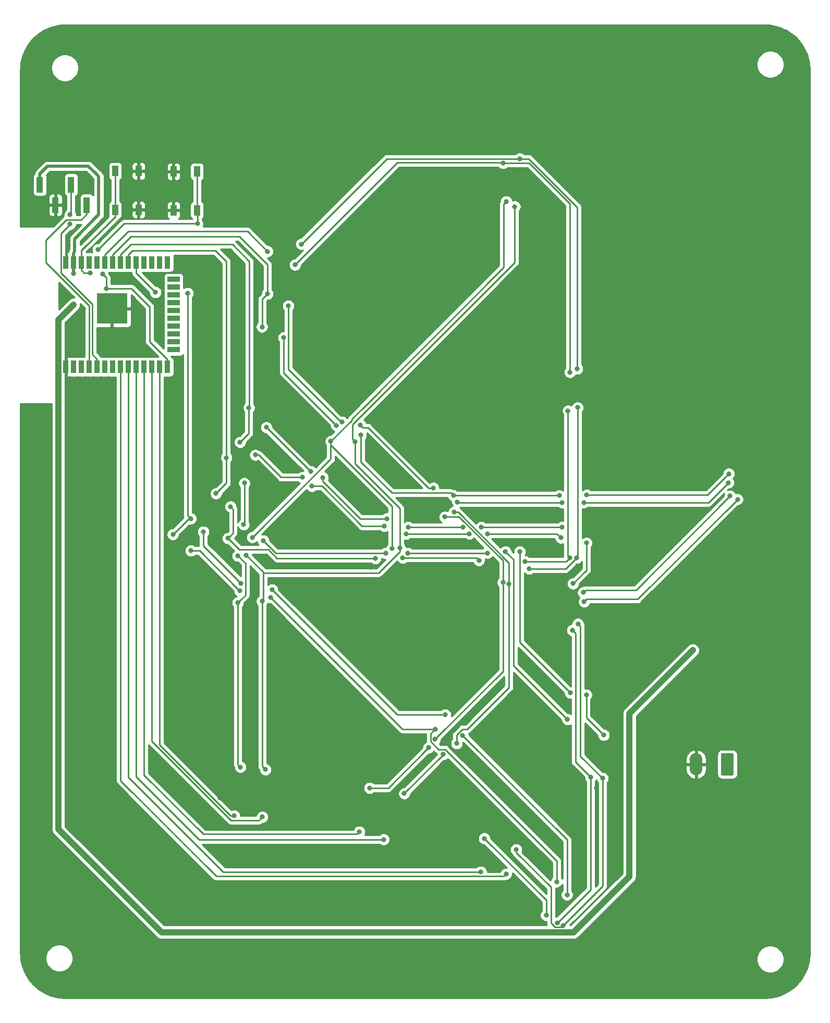
<source format=gbl>
G04 #@! TF.GenerationSoftware,KiCad,Pcbnew,(5.1.5-0-10_14)*
G04 #@! TF.CreationDate,2019-12-23T16:45:50+01:00*
G04 #@! TF.ProjectId,hackerspacesnl,6861636b-6572-4737-9061-6365736e6c2e,rev?*
G04 #@! TF.SameCoordinates,Original*
G04 #@! TF.FileFunction,Copper,L2,Bot*
G04 #@! TF.FilePolarity,Positive*
%FSLAX46Y46*%
G04 Gerber Fmt 4.6, Leading zero omitted, Abs format (unit mm)*
G04 Created by KiCad (PCBNEW (5.1.5-0-10_14)) date 2019-12-23 16:45:50*
%MOMM*%
%LPD*%
G04 APERTURE LIST*
%ADD10R,1.000000X2.510000*%
%ADD11R,0.900000X2.000000*%
%ADD12R,2.000000X0.900000*%
%ADD13R,5.000000X5.000000*%
%ADD14R,1.000000X1.700000*%
%ADD15C,0.100000*%
%ADD16O,2.080000X3.600000*%
%ADD17C,0.800000*%
%ADD18C,0.500000*%
%ADD19C,1.000000*%
%ADD20C,0.250000*%
%ADD21C,0.254000*%
G04 APERTURE END LIST*
D10*
X43677840Y-58834400D03*
X38597840Y-58834400D03*
X41137840Y-55524400D03*
X36057840Y-55524400D03*
D11*
X40264700Y-85135100D03*
X41534700Y-85135100D03*
X42804700Y-85135100D03*
X44074700Y-85135100D03*
X45344700Y-85135100D03*
X46614700Y-85135100D03*
X47884700Y-85135100D03*
X49154700Y-85135100D03*
X50424700Y-85135100D03*
X51694700Y-85135100D03*
X52964700Y-85135100D03*
X54234700Y-85135100D03*
X55504700Y-85135100D03*
X56774700Y-85135100D03*
D12*
X57774700Y-82350100D03*
X57774700Y-81080100D03*
X57774700Y-79810100D03*
X57774700Y-78540100D03*
X57774700Y-77270100D03*
X57774700Y-76000100D03*
X57774700Y-74730100D03*
X57774700Y-73460100D03*
X57774700Y-72190100D03*
X57774700Y-70920100D03*
D11*
X56774700Y-68135100D03*
X55504700Y-68135100D03*
X54234700Y-68135100D03*
X52964700Y-68135100D03*
X51694700Y-68135100D03*
X50424700Y-68135100D03*
X49154700Y-68135100D03*
X47884700Y-68135100D03*
X46614700Y-68135100D03*
X45344700Y-68135100D03*
X44074700Y-68135100D03*
X42804700Y-68135100D03*
X41534700Y-68135100D03*
X40264700Y-68135100D03*
D13*
X47764700Y-75635100D03*
D14*
X57779920Y-53380640D03*
X57779920Y-59680640D03*
X61579920Y-53380640D03*
X61579920Y-59680640D03*
X48300640Y-53314600D03*
X48300640Y-59614600D03*
X52100640Y-53314600D03*
X52100640Y-59614600D03*
G04 #@! TA.AperFunction,ComponentPad*
D15*
G36*
X148523125Y-147939284D02*
G01*
X148547393Y-147942884D01*
X148571192Y-147948845D01*
X148594291Y-147957110D01*
X148616470Y-147967600D01*
X148637513Y-147980212D01*
X148657219Y-147994827D01*
X148675397Y-148011303D01*
X148691873Y-148029481D01*
X148706488Y-148049187D01*
X148719100Y-148070230D01*
X148729590Y-148092409D01*
X148737855Y-148115508D01*
X148743816Y-148139307D01*
X148747416Y-148163575D01*
X148748620Y-148188079D01*
X148748620Y-151288081D01*
X148747416Y-151312585D01*
X148743816Y-151336853D01*
X148737855Y-151360652D01*
X148729590Y-151383751D01*
X148719100Y-151405930D01*
X148706488Y-151426973D01*
X148691873Y-151446679D01*
X148675397Y-151464857D01*
X148657219Y-151481333D01*
X148637513Y-151495948D01*
X148616470Y-151508560D01*
X148594291Y-151519050D01*
X148571192Y-151527315D01*
X148547393Y-151533276D01*
X148523125Y-151536876D01*
X148498621Y-151538080D01*
X146918619Y-151538080D01*
X146894115Y-151536876D01*
X146869847Y-151533276D01*
X146846048Y-151527315D01*
X146822949Y-151519050D01*
X146800770Y-151508560D01*
X146779727Y-151495948D01*
X146760021Y-151481333D01*
X146741843Y-151464857D01*
X146725367Y-151446679D01*
X146710752Y-151426973D01*
X146698140Y-151405930D01*
X146687650Y-151383751D01*
X146679385Y-151360652D01*
X146673424Y-151336853D01*
X146669824Y-151312585D01*
X146668620Y-151288081D01*
X146668620Y-148188079D01*
X146669824Y-148163575D01*
X146673424Y-148139307D01*
X146679385Y-148115508D01*
X146687650Y-148092409D01*
X146698140Y-148070230D01*
X146710752Y-148049187D01*
X146725367Y-148029481D01*
X146741843Y-148011303D01*
X146760021Y-147994827D01*
X146779727Y-147980212D01*
X146800770Y-147967600D01*
X146822949Y-147957110D01*
X146846048Y-147948845D01*
X146869847Y-147942884D01*
X146894115Y-147939284D01*
X146918619Y-147938080D01*
X148498621Y-147938080D01*
X148523125Y-147939284D01*
G37*
G04 #@! TD.AperFunction*
D16*
X142628620Y-149738080D03*
D17*
X40695880Y-65379600D03*
X39979600Y-74381360D03*
X51155600Y-73969880D03*
X51201320Y-78851760D03*
X45593000Y-79237840D03*
X149539960Y-41376600D03*
X156504640Y-76723240D03*
X59436000Y-56291480D03*
X90109040Y-157190440D03*
X69829680Y-155829000D03*
X65354200Y-155183840D03*
X109062520Y-164592000D03*
X104536240Y-164454840D03*
X49474120Y-77297280D03*
X49489360Y-73974960D03*
X46009560Y-73974960D03*
X45999400Y-77302360D03*
X47777400Y-77292200D03*
X47777400Y-73959720D03*
X47777400Y-75534520D03*
X49489360Y-75534520D03*
X46009560Y-75534520D03*
X43139360Y-75692000D03*
X89667080Y-113492280D03*
X89326720Y-106730800D03*
X93284040Y-102702360D03*
X97993200Y-109123480D03*
X99156520Y-120182640D03*
X121655840Y-155945840D03*
X116276120Y-159019240D03*
X118120160Y-114284760D03*
X116586000Y-109057440D03*
X106131360Y-113979960D03*
X121564400Y-140131800D03*
X126476760Y-153603960D03*
X89819480Y-117688360D03*
X41513760Y-69982080D03*
X142097760Y-131175760D03*
X41523929Y-75016369D03*
X40970200Y-61937572D03*
X40970200Y-60370722D03*
X73019920Y-66365120D03*
X73004680Y-73268840D03*
X72141080Y-78638400D03*
X70007480Y-91790520D03*
X68559680Y-97373440D03*
X66354960Y-99888040D03*
X64663320Y-105714800D03*
X54823360Y-73009760D03*
X57658000Y-112369600D03*
X60558680Y-109804200D03*
X60045600Y-73157080D03*
X67609720Y-158099760D03*
X72186800Y-158287720D03*
X87939880Y-160695640D03*
X91887040Y-161950400D03*
X107673520Y-167221845D03*
X111770160Y-167553640D03*
X44251880Y-69839840D03*
X61645800Y-61864240D03*
X46842680Y-72395080D03*
X46248320Y-70063360D03*
X45506640Y-66055240D03*
X78516480Y-65182100D03*
X123327160Y-85460840D03*
X113987035Y-51294190D03*
X68209160Y-115844320D03*
X68209160Y-123464320D03*
X83296760Y-97231200D03*
X111785400Y-58257440D03*
X93268800Y-114645440D03*
X70556120Y-112845810D03*
X68620640Y-150174960D03*
X77500480Y-68539360D03*
X111312960Y-52019200D03*
X122143520Y-86004400D03*
X69540120Y-115722400D03*
X72141080Y-123225560D03*
X87228680Y-97292160D03*
X113187480Y-59080400D03*
X94503240Y-114543840D03*
X72694800Y-150586440D03*
X120406160Y-106045000D03*
X124876560Y-105948480D03*
X147934680Y-102519480D03*
X76387960Y-75214480D03*
X88193880Y-96235520D03*
X103210360Y-106034840D03*
X85120480Y-94091760D03*
X120837960Y-107182920D03*
X124383800Y-107182920D03*
X147848320Y-103962200D03*
X75661520Y-80370680D03*
X103868536Y-107092801D03*
X84201000Y-94635320D03*
X88097360Y-94594680D03*
X99964240Y-104805480D03*
X72842120Y-94965520D03*
X80060800Y-102133400D03*
X82016600Y-103139240D03*
X92425520Y-109799120D03*
X95905320Y-111201200D03*
X104739440Y-111201200D03*
X107741720Y-111201200D03*
X120848120Y-111201200D03*
X124815600Y-113761520D03*
X122656600Y-120355360D03*
X95570040Y-112268000D03*
X105816400Y-112268000D03*
X108727240Y-112268000D03*
X71048880Y-99446080D03*
X78714600Y-103083360D03*
X80228440Y-104536240D03*
X91968320Y-111008160D03*
X120660160Y-112918240D03*
X72329040Y-113365280D03*
X92202000Y-115417600D03*
X95808800Y-115417600D03*
X108767880Y-115382040D03*
X69270880Y-104023160D03*
X69159120Y-110774480D03*
X127640080Y-144988280D03*
X124795280Y-138445240D03*
X122229880Y-138120120D03*
X113979960Y-115178840D03*
X121737120Y-142438120D03*
X66593720Y-112989360D03*
X90540840Y-116245640D03*
X94990920Y-116199920D03*
X107365800Y-116586000D03*
X67030600Y-107843320D03*
X111666441Y-115150481D03*
X73802240Y-121351040D03*
X101874320Y-141671040D03*
X121676160Y-170952160D03*
X68707000Y-120289320D03*
X62621160Y-111932720D03*
X104714040Y-145049239D03*
X119984520Y-168808400D03*
X73533000Y-122631200D03*
X60594240Y-115006120D03*
X68529200Y-121544080D03*
X100248720Y-144007840D03*
X121818400Y-92268040D03*
X122107109Y-116189760D03*
X111252000Y-120177560D03*
X101813360Y-109519720D03*
X114863880Y-116773960D03*
X89621360Y-153583640D03*
X100210288Y-145663792D03*
X99176840Y-147035520D03*
X123388120Y-91744800D03*
X123225560Y-116189760D03*
X103306880Y-108732320D03*
X95239840Y-154477720D03*
X115503960Y-117957600D03*
X112254190Y-120436640D03*
X103733600Y-146334480D03*
X101564440Y-148117560D03*
X124297440Y-121808240D03*
X148132800Y-106126280D03*
X122529600Y-127929640D03*
X125496320Y-151810720D03*
X108239560Y-161792920D03*
X120086120Y-175498139D03*
X118277638Y-174259240D03*
X124454920Y-123301760D03*
X149362160Y-106659680D03*
X123449080Y-126908560D03*
X127441960Y-152003760D03*
X113411000Y-163606480D03*
X121010680Y-175948150D03*
D18*
X41534700Y-69961140D02*
X41513760Y-69982080D01*
X41534700Y-68135100D02*
X41534700Y-69961140D01*
X41534700Y-66635100D02*
X41732200Y-66437600D01*
X41534700Y-68135100D02*
X41534700Y-66635100D01*
X41732200Y-66437600D02*
X41732200Y-64322960D01*
X41732200Y-64322960D02*
X45628560Y-60426600D01*
X45628560Y-60426600D02*
X45628560Y-54193440D01*
X45254519Y-53819399D02*
X45218959Y-53819399D01*
X45628560Y-54193440D02*
X45254519Y-53819399D01*
X45218959Y-53819399D02*
X43911520Y-52511960D01*
X36057840Y-53769400D02*
X36057840Y-55524400D01*
X37315280Y-52511960D02*
X36057840Y-53769400D01*
X43911520Y-52511960D02*
X37315280Y-52511960D01*
D19*
X41123930Y-75416368D02*
X41523929Y-75016369D01*
X39076681Y-160310881D02*
X39076681Y-77463617D01*
X131790440Y-167968692D02*
X122710972Y-177048160D01*
X122710972Y-177048160D02*
X55813960Y-177048160D01*
X131790440Y-141483080D02*
X131790440Y-167968692D01*
X142097760Y-131175760D02*
X131790440Y-141483080D01*
X55813960Y-177048160D02*
X39076681Y-160310881D01*
X39076681Y-77463617D02*
X41123930Y-75416368D01*
D20*
X43677840Y-60339400D02*
X43677840Y-58834400D01*
X42804678Y-61212562D02*
X43677840Y-60339400D01*
X44074700Y-85135100D02*
X44074700Y-75235420D01*
X37012880Y-64560598D02*
X40360916Y-61212562D01*
X40360916Y-61212562D02*
X42804678Y-61212562D01*
X44074700Y-75235420D02*
X37012880Y-68173600D01*
X37012880Y-68173600D02*
X37012880Y-64560598D01*
X44551600Y-74924920D02*
X39483081Y-69856401D01*
X44551600Y-83092000D02*
X44551600Y-74924920D01*
X39483081Y-69856401D02*
X39483081Y-63424691D01*
X45344700Y-85135100D02*
X45344700Y-83885100D01*
X39483081Y-63424691D02*
X40570201Y-62337571D01*
X45344700Y-83885100D02*
X44551600Y-83092000D01*
X40570201Y-62337571D02*
X40970200Y-61937572D01*
X41137840Y-55524400D02*
X41137840Y-60203082D01*
X41137840Y-60203082D02*
X40970200Y-60370722D01*
X46614700Y-66885100D02*
X50390960Y-63108840D01*
X46614700Y-68135100D02*
X46614700Y-66885100D01*
X69763640Y-63108840D02*
X73019920Y-66365120D01*
X50390960Y-63108840D02*
X69763640Y-63108840D01*
X47884700Y-66885100D02*
X50802440Y-63967360D01*
X47884700Y-68135100D02*
X47884700Y-66885100D01*
X50802440Y-63967360D02*
X68483480Y-63967360D01*
X73004680Y-68488560D02*
X73004680Y-73268840D01*
X68483480Y-63967360D02*
X73004680Y-68488560D01*
X72141080Y-74132440D02*
X73004680Y-73268840D01*
X72141080Y-78638400D02*
X72141080Y-74132440D01*
X49154700Y-66885100D02*
X50802440Y-65237360D01*
X49154700Y-68135100D02*
X49154700Y-66885100D01*
X50802440Y-65237360D02*
X67330320Y-65237360D01*
X67330320Y-65237360D02*
X70093840Y-68000880D01*
X70093840Y-91704160D02*
X70007480Y-91790520D01*
X70007480Y-95925640D02*
X70007480Y-91394280D01*
X70007480Y-91394280D02*
X70093840Y-91307920D01*
X70093840Y-91307920D02*
X70093840Y-91704160D01*
X68559680Y-97373440D02*
X70007480Y-95925640D01*
X70093840Y-68000880D02*
X70093840Y-91307920D01*
X50424700Y-66885100D02*
X51107240Y-66202560D01*
X50424700Y-68135100D02*
X50424700Y-66885100D01*
X51107240Y-66202560D02*
X64551560Y-66202560D01*
X66354960Y-68005960D02*
X66354960Y-99888040D01*
X64551560Y-66202560D02*
X66354960Y-68005960D01*
X66354960Y-104023160D02*
X66354960Y-99888040D01*
X64663320Y-105714800D02*
X66354960Y-104023160D01*
X51694700Y-68135100D02*
X51694700Y-69881100D01*
X51694700Y-69881100D02*
X54823360Y-73009760D01*
X60223400Y-109804200D02*
X60558680Y-109804200D01*
X57658000Y-112369600D02*
X60223400Y-109804200D01*
X60045600Y-109291120D02*
X60558680Y-109804200D01*
X60045600Y-73157080D02*
X60045600Y-109291120D01*
X55504700Y-85135100D02*
X55504700Y-85187140D01*
X67044035Y-158099760D02*
X67609720Y-158099760D01*
X55504700Y-146560425D02*
X67044035Y-158099760D01*
X55504700Y-85135100D02*
X55504700Y-146560425D01*
X71644561Y-158829959D02*
X71786801Y-158687719D01*
X54234700Y-146006705D02*
X67057954Y-158829959D01*
X67057954Y-158829959D02*
X71644561Y-158829959D01*
X54234700Y-85135100D02*
X54234700Y-146006705D01*
X71786801Y-158687719D02*
X72186800Y-158287720D01*
X62589359Y-161095639D02*
X87539881Y-161095639D01*
X52964700Y-85135100D02*
X52964700Y-151470980D01*
X87539881Y-161095639D02*
X87939880Y-160695640D01*
X52964700Y-151470980D02*
X62589359Y-161095639D01*
X51694700Y-85135100D02*
X51694700Y-151719900D01*
X51694700Y-151719900D02*
X61925200Y-161950400D01*
X61925200Y-161950400D02*
X91887040Y-161950400D01*
X50424700Y-85135100D02*
X50424700Y-151791020D01*
X107107835Y-167221845D02*
X107673520Y-167221845D01*
X50424700Y-151791020D02*
X65855525Y-167221845D01*
X65855525Y-167221845D02*
X107107835Y-167221845D01*
X49154700Y-152390460D02*
X64717879Y-167953639D01*
X64717879Y-167953639D02*
X111370161Y-167953639D01*
X49154700Y-85135100D02*
X49154700Y-152390460D01*
X111370161Y-167953639D02*
X111770160Y-167553640D01*
X42631360Y-68308440D02*
X42804700Y-68135100D01*
X42804700Y-66210540D02*
X42804700Y-66885100D01*
X48300640Y-60714600D02*
X42804700Y-66210540D01*
X48300640Y-59614600D02*
X48300640Y-60714600D01*
X42804700Y-68135100D02*
X42804700Y-66885100D01*
X42804700Y-66181620D02*
X43648681Y-65337639D01*
X42804700Y-66885100D02*
X42804700Y-66181620D01*
X48300640Y-59614600D02*
X48300640Y-53314600D01*
X42804700Y-69385100D02*
X43259440Y-69839840D01*
X42804700Y-68135100D02*
X42804700Y-69385100D01*
X43259440Y-69839840D02*
X44251880Y-69839840D01*
X61579920Y-53380640D02*
X61579920Y-59680640D01*
X61645800Y-59746520D02*
X61579920Y-59680640D01*
X61645800Y-61864240D02*
X61645800Y-59746520D01*
X53914040Y-81024440D02*
X53914040Y-75377040D01*
X56774700Y-83885100D02*
X53914040Y-81024440D01*
X56774700Y-85135100D02*
X56774700Y-83885100D01*
X50932080Y-72395080D02*
X53914040Y-75377040D01*
X46842680Y-72395080D02*
X50932080Y-72395080D01*
X46842680Y-70657720D02*
X46248320Y-70063360D01*
X46842680Y-72395080D02*
X46842680Y-70657720D01*
X49697640Y-61864240D02*
X61645800Y-61864240D01*
X45506640Y-66055240D02*
X49697640Y-61864240D01*
X113421350Y-51294190D02*
X113987035Y-51294190D01*
X123327160Y-59180590D02*
X115440760Y-51294190D01*
X92404390Y-51294190D02*
X113421350Y-51294190D01*
X78516480Y-65182100D02*
X92404390Y-51294190D01*
X115440760Y-51294190D02*
X114552720Y-51294190D01*
X123327160Y-85460840D02*
X123327160Y-59180590D01*
X114552720Y-51294190D02*
X113987035Y-51294190D01*
X83296760Y-97231200D02*
X83296760Y-97830640D01*
X83296760Y-97830640D02*
X93268800Y-107802680D01*
X93268800Y-107802680D02*
X93268800Y-114645440D01*
X83296760Y-100105170D02*
X70956119Y-112445811D01*
X83296760Y-97231200D02*
X83296760Y-100105170D01*
X70956119Y-112445811D02*
X70556120Y-112845810D01*
X68209160Y-123464320D02*
X68209160Y-149763480D01*
X68209160Y-149763480D02*
X68620640Y-150174960D01*
X68209160Y-115844320D02*
X69432001Y-117067161D01*
X69432001Y-122241479D02*
X68609159Y-123064321D01*
X69432001Y-117067161D02*
X69432001Y-122241479D01*
X68609159Y-123064321D02*
X68209160Y-123464320D01*
X88569800Y-91760040D02*
X88579960Y-91760040D01*
X111385401Y-68954599D02*
X111385401Y-58657439D01*
X86729401Y-93600439D02*
X88569800Y-91760040D01*
X111385401Y-58657439D02*
X111785400Y-58257440D01*
X88579960Y-91760040D02*
X111385401Y-68954599D01*
X86729401Y-93798559D02*
X86729401Y-93600439D01*
X83296760Y-97231200D02*
X86729401Y-93798559D01*
X77500480Y-68539360D02*
X94142560Y-51897280D01*
X94142560Y-51897280D02*
X111191040Y-51897280D01*
X111191040Y-51897280D02*
X111312960Y-52019200D01*
X111312960Y-52019200D02*
X115529360Y-52019200D01*
X122143520Y-58633360D02*
X122143520Y-86004400D01*
X115529360Y-52019200D02*
X122143520Y-58633360D01*
X69540120Y-115722400D02*
X72323960Y-118506240D01*
X72323960Y-123042680D02*
X72141080Y-123225560D01*
X94503240Y-114543840D02*
X94503240Y-115183920D01*
X91053920Y-118633240D02*
X72379840Y-118633240D01*
X94503240Y-115183920D02*
X91053920Y-118633240D01*
X72379840Y-118633240D02*
X72323960Y-123042680D01*
X72323960Y-118506240D02*
X72379840Y-118633240D01*
X72141080Y-123225560D02*
X72141080Y-124454920D01*
X72141080Y-124454920D02*
X72141080Y-150032720D01*
X72141080Y-150032720D02*
X72694800Y-150586440D01*
X94503240Y-113978155D02*
X94503240Y-114543840D01*
X94503240Y-108102400D02*
X94503240Y-113978155D01*
X87228680Y-100827840D02*
X94503240Y-108102400D01*
X87228680Y-97292160D02*
X87228680Y-100827840D01*
X113187480Y-59646085D02*
X113187480Y-59080400D01*
X87228680Y-97292160D02*
X86828681Y-96892161D01*
X86828681Y-96892161D02*
X86828681Y-94512079D01*
X113187480Y-68153280D02*
X113187480Y-59646085D01*
X86828681Y-94512079D02*
X113187480Y-68153280D01*
X147534681Y-102919479D02*
X147934680Y-102519480D01*
X124876560Y-105948480D02*
X144505680Y-105948480D01*
X144505680Y-105948480D02*
X147534681Y-102919479D01*
X120406160Y-106045000D02*
X103220520Y-106045000D01*
X103220520Y-106045000D02*
X103210360Y-106034840D01*
X102810361Y-105634841D02*
X103210360Y-106034840D01*
X88193880Y-100604320D02*
X93224401Y-105634841D01*
X93224401Y-105634841D02*
X102810361Y-105634841D01*
X88193880Y-96235520D02*
X88193880Y-100604320D01*
X84957920Y-94091760D02*
X85120480Y-94091760D01*
X76387960Y-85521800D02*
X84957920Y-94091760D01*
X76387960Y-75214480D02*
X76387960Y-85521800D01*
X144627600Y-107182920D02*
X147848320Y-103962200D01*
X124383800Y-107182920D02*
X144627600Y-107182920D01*
X120837960Y-107182920D02*
X103958655Y-107182920D01*
X103958655Y-107182920D02*
X103868536Y-107092801D01*
X83801001Y-94235321D02*
X84201000Y-94635320D01*
X75661520Y-86095840D02*
X83801001Y-94235321D01*
X75661520Y-80370680D02*
X75661520Y-86095840D01*
X88497359Y-94994679D02*
X89345719Y-94994679D01*
X88097360Y-94594680D02*
X88497359Y-94994679D01*
X99156520Y-104805480D02*
X99964240Y-104805480D01*
X89345719Y-94994679D02*
X99156520Y-104805480D01*
X80010000Y-102133400D02*
X80060800Y-102133400D01*
X72842120Y-94965520D02*
X80010000Y-102133400D01*
X82016600Y-103704925D02*
X88110795Y-109799120D01*
X82016600Y-103139240D02*
X82016600Y-103704925D01*
X88110795Y-109799120D02*
X92425520Y-109799120D01*
X95905320Y-111201200D02*
X104739440Y-111201200D01*
X107741720Y-111201200D02*
X120848120Y-111201200D01*
X124815600Y-118196360D02*
X122656600Y-120355360D01*
X124815600Y-113761520D02*
X124815600Y-118196360D01*
X95570040Y-112268000D02*
X105816400Y-112268000D01*
X71614565Y-99446080D02*
X75251845Y-103083360D01*
X71048880Y-99446080D02*
X71614565Y-99446080D01*
X75251845Y-103083360D02*
X78714600Y-103083360D01*
X80228440Y-104536240D02*
X81513680Y-104536240D01*
X81513680Y-104536240D02*
X81915000Y-104536240D01*
X88386920Y-111008160D02*
X91968320Y-111008160D01*
X81915000Y-104536240D02*
X88386920Y-111008160D01*
X120009920Y-112268000D02*
X120660160Y-112918240D01*
X108727240Y-112268000D02*
X120009920Y-112268000D01*
X74381360Y-115417600D02*
X92202000Y-115417600D01*
X72329040Y-113365280D02*
X74381360Y-115417600D01*
X95808800Y-115417600D02*
X108732320Y-115417600D01*
X108732320Y-115417600D02*
X108767880Y-115382040D01*
X69270880Y-110662720D02*
X69159120Y-110774480D01*
X69270880Y-104023160D02*
X69270880Y-110662720D01*
X108767880Y-115382040D02*
X108864400Y-115382040D01*
X127640080Y-144988280D02*
X124795280Y-142143480D01*
X124795280Y-142143480D02*
X124795280Y-138445240D01*
X113979960Y-129870200D02*
X113979960Y-115178840D01*
X122229880Y-138120120D02*
X113979960Y-129870200D01*
X68437760Y-114833400D02*
X73160750Y-114833400D01*
X74572990Y-116245640D02*
X89975155Y-116245640D01*
X73160750Y-114833400D02*
X74572990Y-116245640D01*
X89975155Y-116245640D02*
X90540840Y-116245640D01*
X66593720Y-112989360D02*
X68437760Y-114833400D01*
X106979720Y-116199920D02*
X107365800Y-116586000D01*
X94990920Y-116199920D02*
X106979720Y-116199920D01*
X67430599Y-112152481D02*
X66993719Y-112589361D01*
X67430599Y-108243319D02*
X67430599Y-112152481D01*
X66993719Y-112589361D02*
X66593720Y-112989360D01*
X67030600Y-107843320D02*
X67430599Y-108243319D01*
X112066440Y-115550480D02*
X111666441Y-115150481D01*
X112979200Y-116463240D02*
X112066440Y-115550480D01*
X112979200Y-133680200D02*
X112979200Y-116463240D01*
X121737120Y-142438120D02*
X112979200Y-133680200D01*
X94122240Y-141671040D02*
X101874320Y-141671040D01*
X73802240Y-121351040D02*
X94122240Y-141671040D01*
X68707000Y-120289320D02*
X62621160Y-114203480D01*
X62621160Y-114203480D02*
X62621160Y-111932720D01*
X121676160Y-170952160D02*
X121676160Y-162011359D01*
X121676160Y-162011359D02*
X105114039Y-145449238D01*
X105114039Y-145449238D02*
X104714040Y-145049239D01*
X68129201Y-121144081D02*
X68529200Y-121544080D01*
X61991240Y-115006120D02*
X68129201Y-121144081D01*
X60594240Y-115006120D02*
X61991240Y-115006120D01*
X94909640Y-144007840D02*
X99683035Y-144007840D01*
X73533000Y-122631200D02*
X94909640Y-144007840D01*
X99683035Y-144007840D02*
X100248720Y-144007840D01*
X99485282Y-144771278D02*
X99848721Y-144407839D01*
X99848721Y-144407839D02*
X100248720Y-144007840D01*
X119984520Y-168808400D02*
X119984520Y-165418918D01*
X101871801Y-147306199D02*
X100784683Y-147306199D01*
X99485282Y-146006798D02*
X99485282Y-144771278D01*
X119984520Y-165418918D02*
X101871801Y-147306199D01*
X100784683Y-147306199D02*
X99485282Y-146006798D01*
X121818400Y-92268040D02*
X121818400Y-115901051D01*
X121818400Y-115901051D02*
X122107109Y-116189760D01*
X104130962Y-109519720D02*
X111252000Y-116640758D01*
X101813360Y-109519720D02*
X104130962Y-109519720D01*
X111252000Y-116640758D02*
X111252000Y-119611875D01*
X111252000Y-119611875D02*
X111252000Y-120177560D01*
X122107109Y-116189760D02*
X121522909Y-116773960D01*
X121522909Y-116773960D02*
X114863880Y-116773960D01*
X89621360Y-153583640D02*
X92628720Y-153583640D01*
X98776841Y-147435519D02*
X99176840Y-147035520D01*
X100610287Y-145263793D02*
X100210288Y-145663792D01*
X111252000Y-134622080D02*
X100610287Y-145263793D01*
X111252000Y-120177560D02*
X111252000Y-134622080D01*
X92628720Y-153583640D02*
X98776841Y-147435519D01*
X123388120Y-91744800D02*
X123388120Y-116027200D01*
X123388120Y-116027200D02*
X123225560Y-116189760D01*
X121457720Y-117957600D02*
X115503960Y-117957600D01*
X123225560Y-116189760D02*
X121457720Y-117957600D01*
X103306880Y-108732320D02*
X103979973Y-108732320D01*
X103979973Y-108732320D02*
X112254190Y-117006537D01*
X112254190Y-117006537D02*
X112254190Y-119870955D01*
X112254190Y-119870955D02*
X112254190Y-120436640D01*
X103733600Y-145768795D02*
X103733600Y-146334480D01*
X112254190Y-120436640D02*
X112254190Y-137248205D01*
X103733600Y-144997318D02*
X103733600Y-145768795D01*
X112254190Y-137248205D02*
X105488036Y-144014359D01*
X104716559Y-144014359D02*
X103733600Y-144997318D01*
X105488036Y-144014359D02*
X104716559Y-144014359D01*
X95239840Y-154477720D02*
X101564440Y-148153120D01*
X101564440Y-148153120D02*
X101564440Y-148117560D01*
X124697439Y-121408241D02*
X132850839Y-121408241D01*
X124297440Y-121808240D02*
X124697439Y-121408241D01*
X132850839Y-121408241D02*
X148132800Y-106126280D01*
X122529600Y-127929640D02*
X123022360Y-128422400D01*
X123022360Y-149336760D02*
X125496320Y-151810720D01*
X123022360Y-128422400D02*
X123022360Y-149336760D01*
X125496320Y-170087939D02*
X120486119Y-175098140D01*
X120486119Y-175098140D02*
X120086120Y-175498139D01*
X125496320Y-151810720D02*
X125496320Y-170087939D01*
X108239560Y-161792920D02*
X118277638Y-171830998D01*
X118277638Y-171830998D02*
X118277638Y-173693555D01*
X118277638Y-173693555D02*
X118277638Y-174259240D01*
X124854919Y-122901761D02*
X133120079Y-122901761D01*
X124454920Y-123301760D02*
X124854919Y-122901761D01*
X133120079Y-122901761D02*
X149362160Y-106659680D01*
X123849079Y-127308559D02*
X123849079Y-148410879D01*
X123449080Y-126908560D02*
X123849079Y-127308559D01*
X123849079Y-148410879D02*
X127441960Y-152003760D01*
X121410679Y-175548151D02*
X121010680Y-175948150D01*
X127441960Y-152003760D02*
X127441960Y-169516870D01*
X127441960Y-169516870D02*
X121410679Y-175548151D01*
X120735681Y-176223149D02*
X121010680Y-175948150D01*
X113411000Y-163606480D02*
X113411000Y-164099240D01*
X119043281Y-175496199D02*
X119770231Y-176223149D01*
X113411000Y-164099240D02*
X119043281Y-169731521D01*
X119770231Y-176223149D02*
X120735681Y-176223149D01*
X119043281Y-169731521D02*
X119043281Y-175496199D01*
D21*
G36*
X154147972Y-29579966D02*
G01*
X154519353Y-29608052D01*
X154884964Y-29654276D01*
X155244377Y-29718168D01*
X155597274Y-29799281D01*
X155943212Y-29897155D01*
X156281782Y-30011344D01*
X156612609Y-30141418D01*
X156935230Y-30286924D01*
X157249224Y-30447427D01*
X157554143Y-30622482D01*
X157849521Y-30811631D01*
X158134941Y-31014452D01*
X158409911Y-31230471D01*
X158673989Y-31459244D01*
X158926712Y-31700318D01*
X159167614Y-31953227D01*
X159396225Y-32217497D01*
X159612114Y-32492699D01*
X159814799Y-32778341D01*
X160003828Y-33073956D01*
X160178775Y-33379129D01*
X160339182Y-33693390D01*
X160484598Y-34016280D01*
X160614597Y-34347392D01*
X160728725Y-34686274D01*
X160826543Y-35032514D01*
X160907606Y-35385703D01*
X160971471Y-35745477D01*
X161017669Y-36111404D01*
X161045740Y-36483137D01*
X161055422Y-36868916D01*
X161055423Y-180402639D01*
X161045740Y-180788459D01*
X161017669Y-181160190D01*
X160971470Y-181526118D01*
X160907606Y-181885891D01*
X160826543Y-182239082D01*
X160728726Y-182585319D01*
X160614592Y-182924215D01*
X160484601Y-183255307D01*
X160339179Y-183578209D01*
X160178775Y-183892465D01*
X160003828Y-184197638D01*
X159814795Y-184493259D01*
X159612109Y-184778903D01*
X159396236Y-185054085D01*
X159167614Y-185318367D01*
X158926723Y-185571265D01*
X158673996Y-185812342D01*
X158409910Y-186041124D01*
X158134941Y-186257142D01*
X157849521Y-186459963D01*
X157554151Y-186649106D01*
X157249219Y-186824168D01*
X156935230Y-186984669D01*
X156612609Y-187130175D01*
X156281782Y-187260249D01*
X155943211Y-187374438D01*
X155597265Y-187472313D01*
X155244377Y-187553424D01*
X154884965Y-187617316D01*
X154519346Y-187663542D01*
X154147975Y-187691626D01*
X153762521Y-187701315D01*
X40217264Y-187701315D01*
X39831810Y-187691626D01*
X39460438Y-187663542D01*
X39094825Y-187617316D01*
X38735410Y-187553424D01*
X38382524Y-187472314D01*
X38036580Y-187374440D01*
X37698009Y-187260251D01*
X37367176Y-187130174D01*
X37044562Y-186984672D01*
X36730573Y-186824172D01*
X36425653Y-186649117D01*
X36130258Y-186459957D01*
X35844860Y-186257152D01*
X35569875Y-186041122D01*
X35305793Y-185812343D01*
X35053065Y-185571265D01*
X34812174Y-185318367D01*
X34583563Y-185054098D01*
X34367684Y-184778908D01*
X34165001Y-184493271D01*
X33975971Y-184197653D01*
X33801016Y-183892468D01*
X33640619Y-183578228D01*
X33495199Y-183255334D01*
X33365193Y-182924205D01*
X33251063Y-182585316D01*
X33153248Y-182239085D01*
X33072185Y-181885894D01*
X33008320Y-181526117D01*
X32962121Y-181160188D01*
X32952230Y-181029192D01*
X36987680Y-181029192D01*
X36987680Y-181469448D01*
X37073570Y-181901245D01*
X37242049Y-182307989D01*
X37486642Y-182674049D01*
X37797951Y-182985358D01*
X38164011Y-183229951D01*
X38570755Y-183398430D01*
X39002552Y-183484320D01*
X39442808Y-183484320D01*
X39874605Y-183398430D01*
X40281349Y-183229951D01*
X40647409Y-182985358D01*
X40958718Y-182674049D01*
X41203311Y-182307989D01*
X41371790Y-181901245D01*
X41457680Y-181469448D01*
X41457680Y-181206992D01*
X152415440Y-181206992D01*
X152415440Y-181647248D01*
X152501330Y-182079045D01*
X152669809Y-182485789D01*
X152914402Y-182851849D01*
X153225711Y-183163158D01*
X153591771Y-183407751D01*
X153998515Y-183576230D01*
X154430312Y-183662120D01*
X154870568Y-183662120D01*
X155302365Y-183576230D01*
X155709109Y-183407751D01*
X156075169Y-183163158D01*
X156386478Y-182851849D01*
X156631071Y-182485789D01*
X156799550Y-182079045D01*
X156885440Y-181647248D01*
X156885440Y-181206992D01*
X156799550Y-180775195D01*
X156631071Y-180368451D01*
X156386478Y-180002391D01*
X156075169Y-179691082D01*
X155709109Y-179446489D01*
X155302365Y-179278010D01*
X154870568Y-179192120D01*
X154430312Y-179192120D01*
X153998515Y-179278010D01*
X153591771Y-179446489D01*
X153225711Y-179691082D01*
X152914402Y-180002391D01*
X152669809Y-180368451D01*
X152501330Y-180775195D01*
X152415440Y-181206992D01*
X41457680Y-181206992D01*
X41457680Y-181029192D01*
X41371790Y-180597395D01*
X41203311Y-180190651D01*
X40958718Y-179824591D01*
X40647409Y-179513282D01*
X40281349Y-179268689D01*
X39874605Y-179100210D01*
X39442808Y-179014320D01*
X39002552Y-179014320D01*
X38570755Y-179100210D01*
X38164011Y-179268689D01*
X37797951Y-179513282D01*
X37486642Y-179824591D01*
X37242049Y-180190651D01*
X37073570Y-180597395D01*
X36987680Y-181029192D01*
X32952230Y-181029192D01*
X32934051Y-180788461D01*
X32924368Y-180402674D01*
X32924368Y-91125040D01*
X37941682Y-91125040D01*
X37941681Y-160255130D01*
X37936190Y-160310881D01*
X37941681Y-160366632D01*
X37958104Y-160533379D01*
X38023005Y-160747327D01*
X38128397Y-160944504D01*
X38270232Y-161117330D01*
X38313546Y-161152877D01*
X54971969Y-177811301D01*
X55007511Y-177854609D01*
X55180337Y-177996444D01*
X55377513Y-178101836D01*
X55591461Y-178166737D01*
X55813960Y-178188651D01*
X55869711Y-178183160D01*
X122655221Y-178183160D01*
X122710972Y-178188651D01*
X122766723Y-178183160D01*
X122766724Y-178183160D01*
X122933471Y-178166737D01*
X123147419Y-178101836D01*
X123344595Y-177996444D01*
X123517421Y-177854609D01*
X123552968Y-177811295D01*
X132553581Y-168810683D01*
X132596889Y-168775141D01*
X132738724Y-168602315D01*
X132844116Y-168405139D01*
X132909017Y-168191191D01*
X132925440Y-168024444D01*
X132930931Y-167968692D01*
X132925440Y-167912940D01*
X132925440Y-149865080D01*
X140953620Y-149865080D01*
X140953620Y-150625080D01*
X141010581Y-150949416D01*
X141129722Y-151256407D01*
X141306465Y-151534256D01*
X141534018Y-151772286D01*
X141803636Y-151961349D01*
X142104957Y-152094179D01*
X142241910Y-152127828D01*
X142501620Y-152009002D01*
X142501620Y-149865080D01*
X142755620Y-149865080D01*
X142755620Y-152009002D01*
X143015330Y-152127828D01*
X143152283Y-152094179D01*
X143453604Y-151961349D01*
X143723222Y-151772286D01*
X143950775Y-151534256D01*
X144127518Y-151256407D01*
X144246659Y-150949416D01*
X144303620Y-150625080D01*
X144303620Y-149865080D01*
X142755620Y-149865080D01*
X142501620Y-149865080D01*
X140953620Y-149865080D01*
X132925440Y-149865080D01*
X132925440Y-148851080D01*
X140953620Y-148851080D01*
X140953620Y-149611080D01*
X142501620Y-149611080D01*
X142501620Y-147467158D01*
X142755620Y-147467158D01*
X142755620Y-149611080D01*
X144303620Y-149611080D01*
X144303620Y-148851080D01*
X144246659Y-148526744D01*
X144127518Y-148219753D01*
X144107370Y-148188079D01*
X146030548Y-148188079D01*
X146030548Y-151288081D01*
X146047612Y-151461335D01*
X146098148Y-151627931D01*
X146180215Y-151781467D01*
X146290658Y-151916042D01*
X146425233Y-152026485D01*
X146578769Y-152108552D01*
X146745365Y-152159088D01*
X146918619Y-152176152D01*
X148498621Y-152176152D01*
X148671875Y-152159088D01*
X148838471Y-152108552D01*
X148992007Y-152026485D01*
X149126582Y-151916042D01*
X149237025Y-151781467D01*
X149319092Y-151627931D01*
X149369628Y-151461335D01*
X149386692Y-151288081D01*
X149386692Y-148188079D01*
X149369628Y-148014825D01*
X149319092Y-147848229D01*
X149237025Y-147694693D01*
X149126582Y-147560118D01*
X148992007Y-147449675D01*
X148838471Y-147367608D01*
X148671875Y-147317072D01*
X148498621Y-147300008D01*
X146918619Y-147300008D01*
X146745365Y-147317072D01*
X146578769Y-147367608D01*
X146425233Y-147449675D01*
X146290658Y-147560118D01*
X146180215Y-147694693D01*
X146098148Y-147848229D01*
X146047612Y-148014825D01*
X146030548Y-148188079D01*
X144107370Y-148188079D01*
X143950775Y-147941904D01*
X143723222Y-147703874D01*
X143453604Y-147514811D01*
X143152283Y-147381981D01*
X143015330Y-147348332D01*
X142755620Y-147467158D01*
X142501620Y-147467158D01*
X142241910Y-147348332D01*
X142104957Y-147381981D01*
X141803636Y-147514811D01*
X141534018Y-147703874D01*
X141306465Y-147941904D01*
X141129722Y-148219753D01*
X141010581Y-148526744D01*
X140953620Y-148851080D01*
X132925440Y-148851080D01*
X132925440Y-141953211D01*
X142939749Y-131938904D01*
X143046044Y-131809383D01*
X143151436Y-131612207D01*
X143216337Y-131398259D01*
X143238251Y-131175760D01*
X143216337Y-130953261D01*
X143151436Y-130739314D01*
X143046044Y-130542137D01*
X142904209Y-130369311D01*
X142731383Y-130227476D01*
X142534206Y-130122084D01*
X142320259Y-130057183D01*
X142097760Y-130035269D01*
X141875261Y-130057183D01*
X141661313Y-130122084D01*
X141464137Y-130227476D01*
X141334616Y-130333771D01*
X131027305Y-140641084D01*
X130983991Y-140676631D01*
X130842156Y-140849457D01*
X130742413Y-141036066D01*
X130736764Y-141046634D01*
X130671863Y-141260582D01*
X130649949Y-141483080D01*
X130655440Y-141538831D01*
X130655441Y-167498559D01*
X122240841Y-175913160D01*
X122120471Y-175913160D01*
X127952968Y-170080665D01*
X127981961Y-170056871D01*
X128005755Y-170027878D01*
X128005759Y-170027874D01*
X128076933Y-169941147D01*
X128076934Y-169941146D01*
X128147506Y-169809117D01*
X128190963Y-169665856D01*
X128201960Y-169554203D01*
X128201960Y-169554194D01*
X128205636Y-169516871D01*
X128201960Y-169479548D01*
X128201960Y-152707471D01*
X128245897Y-152663534D01*
X128359165Y-152494016D01*
X128437186Y-152305658D01*
X128476960Y-152105699D01*
X128476960Y-151901821D01*
X128437186Y-151701862D01*
X128359165Y-151513504D01*
X128245897Y-151343986D01*
X128101734Y-151199823D01*
X127932216Y-151086555D01*
X127743858Y-151008534D01*
X127543899Y-150968760D01*
X127481762Y-150968760D01*
X124609079Y-148096078D01*
X124609079Y-143032080D01*
X126605080Y-145028082D01*
X126605080Y-145090219D01*
X126644854Y-145290178D01*
X126722875Y-145478536D01*
X126836143Y-145648054D01*
X126980306Y-145792217D01*
X127149824Y-145905485D01*
X127338182Y-145983506D01*
X127538141Y-146023280D01*
X127742019Y-146023280D01*
X127941978Y-145983506D01*
X128130336Y-145905485D01*
X128299854Y-145792217D01*
X128444017Y-145648054D01*
X128557285Y-145478536D01*
X128635306Y-145290178D01*
X128675080Y-145090219D01*
X128675080Y-144886341D01*
X128635306Y-144686382D01*
X128557285Y-144498024D01*
X128444017Y-144328506D01*
X128299854Y-144184343D01*
X128130336Y-144071075D01*
X127941978Y-143993054D01*
X127742019Y-143953280D01*
X127679882Y-143953280D01*
X125555280Y-141828679D01*
X125555280Y-139148951D01*
X125599217Y-139105014D01*
X125712485Y-138935496D01*
X125790506Y-138747138D01*
X125830280Y-138547179D01*
X125830280Y-138343301D01*
X125790506Y-138143342D01*
X125712485Y-137954984D01*
X125599217Y-137785466D01*
X125455054Y-137641303D01*
X125285536Y-137528035D01*
X125097178Y-137450014D01*
X124897219Y-137410240D01*
X124693341Y-137410240D01*
X124609079Y-137427001D01*
X124609079Y-127345881D01*
X124612755Y-127308558D01*
X124609079Y-127271236D01*
X124609079Y-127271226D01*
X124598082Y-127159573D01*
X124554625Y-127016312D01*
X124484080Y-126884334D01*
X124484080Y-126806621D01*
X124444306Y-126606662D01*
X124366285Y-126418304D01*
X124253017Y-126248786D01*
X124108854Y-126104623D01*
X123939336Y-125991355D01*
X123750978Y-125913334D01*
X123551019Y-125873560D01*
X123347141Y-125873560D01*
X123147182Y-125913334D01*
X122958824Y-125991355D01*
X122789306Y-126104623D01*
X122645143Y-126248786D01*
X122531875Y-126418304D01*
X122453854Y-126606662D01*
X122414080Y-126806621D01*
X122414080Y-126897341D01*
X122227702Y-126934414D01*
X122039344Y-127012435D01*
X121869826Y-127125703D01*
X121725663Y-127269866D01*
X121612395Y-127439384D01*
X121534374Y-127627742D01*
X121494600Y-127827701D01*
X121494600Y-128031579D01*
X121534374Y-128231538D01*
X121612395Y-128419896D01*
X121725663Y-128589414D01*
X121869826Y-128733577D01*
X122039344Y-128846845D01*
X122227702Y-128924866D01*
X122262360Y-128931760D01*
X122262360Y-137077798D01*
X114739960Y-129555399D01*
X114739960Y-118657311D01*
X114844186Y-118761537D01*
X115013704Y-118874805D01*
X115202062Y-118952826D01*
X115402021Y-118992600D01*
X115605899Y-118992600D01*
X115805858Y-118952826D01*
X115994216Y-118874805D01*
X116163734Y-118761537D01*
X116207671Y-118717600D01*
X121420398Y-118717600D01*
X121457720Y-118721276D01*
X121495042Y-118717600D01*
X121495053Y-118717600D01*
X121606706Y-118706603D01*
X121749967Y-118663146D01*
X121881996Y-118592574D01*
X121997721Y-118497601D01*
X122021524Y-118468597D01*
X123265362Y-117224760D01*
X123327499Y-117224760D01*
X123527458Y-117184986D01*
X123715816Y-117106965D01*
X123885334Y-116993697D01*
X124029497Y-116849534D01*
X124055601Y-116810467D01*
X124055601Y-117881557D01*
X122616799Y-119320360D01*
X122554661Y-119320360D01*
X122354702Y-119360134D01*
X122166344Y-119438155D01*
X121996826Y-119551423D01*
X121852663Y-119695586D01*
X121739395Y-119865104D01*
X121661374Y-120053462D01*
X121621600Y-120253421D01*
X121621600Y-120457299D01*
X121661374Y-120657258D01*
X121739395Y-120845616D01*
X121852663Y-121015134D01*
X121996826Y-121159297D01*
X122166344Y-121272565D01*
X122354702Y-121350586D01*
X122554661Y-121390360D01*
X122758539Y-121390360D01*
X122958498Y-121350586D01*
X123146856Y-121272565D01*
X123316374Y-121159297D01*
X123460537Y-121015134D01*
X123573805Y-120845616D01*
X123651826Y-120657258D01*
X123691600Y-120457299D01*
X123691600Y-120395161D01*
X125326603Y-118760159D01*
X125355601Y-118736361D01*
X125422188Y-118655225D01*
X125450574Y-118620637D01*
X125521146Y-118488607D01*
X125533507Y-118447856D01*
X125564603Y-118345346D01*
X125575600Y-118233693D01*
X125575600Y-118233684D01*
X125579276Y-118196361D01*
X125575600Y-118159038D01*
X125575600Y-114465231D01*
X125619537Y-114421294D01*
X125732805Y-114251776D01*
X125810826Y-114063418D01*
X125850600Y-113863459D01*
X125850600Y-113659581D01*
X125810826Y-113459622D01*
X125732805Y-113271264D01*
X125619537Y-113101746D01*
X125475374Y-112957583D01*
X125305856Y-112844315D01*
X125117498Y-112766294D01*
X124917539Y-112726520D01*
X124713661Y-112726520D01*
X124513702Y-112766294D01*
X124325344Y-112844315D01*
X124155826Y-112957583D01*
X124148120Y-112965289D01*
X124148120Y-108191317D01*
X124281861Y-108217920D01*
X124485739Y-108217920D01*
X124685698Y-108178146D01*
X124874056Y-108100125D01*
X125043574Y-107986857D01*
X125087511Y-107942920D01*
X144590278Y-107942920D01*
X144627600Y-107946596D01*
X144664922Y-107942920D01*
X144664933Y-107942920D01*
X144776586Y-107931923D01*
X144919847Y-107888466D01*
X145051876Y-107817894D01*
X145167601Y-107722921D01*
X145191404Y-107693917D01*
X147191763Y-105693558D01*
X147137574Y-105824382D01*
X147097800Y-106024341D01*
X147097800Y-106086478D01*
X132536038Y-120648241D01*
X124734761Y-120648241D01*
X124697438Y-120644565D01*
X124660116Y-120648241D01*
X124660106Y-120648241D01*
X124548453Y-120659238D01*
X124405192Y-120702695D01*
X124273214Y-120773240D01*
X124195501Y-120773240D01*
X123995542Y-120813014D01*
X123807184Y-120891035D01*
X123637666Y-121004303D01*
X123493503Y-121148466D01*
X123380235Y-121317984D01*
X123302214Y-121506342D01*
X123262440Y-121706301D01*
X123262440Y-121910179D01*
X123302214Y-122110138D01*
X123380235Y-122298496D01*
X123493503Y-122468014D01*
X123637666Y-122612177D01*
X123663518Y-122629451D01*
X123650983Y-122641986D01*
X123537715Y-122811504D01*
X123459694Y-122999862D01*
X123419920Y-123199821D01*
X123419920Y-123403699D01*
X123459694Y-123603658D01*
X123537715Y-123792016D01*
X123650983Y-123961534D01*
X123795146Y-124105697D01*
X123964664Y-124218965D01*
X124153022Y-124296986D01*
X124352981Y-124336760D01*
X124556859Y-124336760D01*
X124756818Y-124296986D01*
X124945176Y-124218965D01*
X125114694Y-124105697D01*
X125258857Y-123961534D01*
X125372125Y-123792016D01*
X125426079Y-123661761D01*
X133082757Y-123661761D01*
X133120079Y-123665437D01*
X133157401Y-123661761D01*
X133157412Y-123661761D01*
X133269065Y-123650764D01*
X133412326Y-123607307D01*
X133544355Y-123536735D01*
X133660080Y-123441762D01*
X133683883Y-123412758D01*
X149401962Y-107694680D01*
X149464099Y-107694680D01*
X149664058Y-107654906D01*
X149852416Y-107576885D01*
X150021934Y-107463617D01*
X150166097Y-107319454D01*
X150279365Y-107149936D01*
X150357386Y-106961578D01*
X150397160Y-106761619D01*
X150397160Y-106557741D01*
X150357386Y-106357782D01*
X150279365Y-106169424D01*
X150166097Y-105999906D01*
X150021934Y-105855743D01*
X149852416Y-105742475D01*
X149664058Y-105664454D01*
X149464099Y-105624680D01*
X149260221Y-105624680D01*
X149061666Y-105664175D01*
X149050005Y-105636024D01*
X148936737Y-105466506D01*
X148792574Y-105322343D01*
X148623056Y-105209075D01*
X148434698Y-105131054D01*
X148234739Y-105091280D01*
X148030861Y-105091280D01*
X147830902Y-105131054D01*
X147700079Y-105185243D01*
X147888122Y-104997200D01*
X147950259Y-104997200D01*
X148150218Y-104957426D01*
X148338576Y-104879405D01*
X148508094Y-104766137D01*
X148652257Y-104621974D01*
X148765525Y-104452456D01*
X148843546Y-104264098D01*
X148883320Y-104064139D01*
X148883320Y-103860261D01*
X148843546Y-103660302D01*
X148765525Y-103471944D01*
X148652257Y-103302426D01*
X148633851Y-103284020D01*
X148738617Y-103179254D01*
X148851885Y-103009736D01*
X148929906Y-102821378D01*
X148969680Y-102621419D01*
X148969680Y-102417541D01*
X148929906Y-102217582D01*
X148851885Y-102029224D01*
X148738617Y-101859706D01*
X148594454Y-101715543D01*
X148424936Y-101602275D01*
X148236578Y-101524254D01*
X148036619Y-101484480D01*
X147832741Y-101484480D01*
X147632782Y-101524254D01*
X147444424Y-101602275D01*
X147274906Y-101715543D01*
X147130743Y-101859706D01*
X147017475Y-102029224D01*
X146939454Y-102217582D01*
X146899680Y-102417541D01*
X146899680Y-102479678D01*
X144190879Y-105188480D01*
X125580271Y-105188480D01*
X125536334Y-105144543D01*
X125366816Y-105031275D01*
X125178458Y-104953254D01*
X124978499Y-104913480D01*
X124774621Y-104913480D01*
X124574662Y-104953254D01*
X124386304Y-105031275D01*
X124216786Y-105144543D01*
X124148120Y-105213209D01*
X124148120Y-92448511D01*
X124192057Y-92404574D01*
X124305325Y-92235056D01*
X124383346Y-92046698D01*
X124423120Y-91846739D01*
X124423120Y-91642861D01*
X124383346Y-91442902D01*
X124305325Y-91254544D01*
X124192057Y-91085026D01*
X124047894Y-90940863D01*
X123878376Y-90827595D01*
X123690018Y-90749574D01*
X123490059Y-90709800D01*
X123286181Y-90709800D01*
X123086222Y-90749574D01*
X122897864Y-90827595D01*
X122728346Y-90940863D01*
X122584183Y-91085026D01*
X122470915Y-91254544D01*
X122404502Y-91414877D01*
X122308656Y-91350835D01*
X122120298Y-91272814D01*
X121920339Y-91233040D01*
X121716461Y-91233040D01*
X121516502Y-91272814D01*
X121328144Y-91350835D01*
X121158626Y-91464103D01*
X121014463Y-91608266D01*
X120901195Y-91777784D01*
X120823174Y-91966142D01*
X120783400Y-92166101D01*
X120783400Y-92369979D01*
X120823174Y-92569938D01*
X120901195Y-92758296D01*
X121014463Y-92927814D01*
X121058400Y-92971751D01*
X121058401Y-105236029D01*
X120896416Y-105127795D01*
X120708058Y-105049774D01*
X120508099Y-105010000D01*
X120304221Y-105010000D01*
X120104262Y-105049774D01*
X119915904Y-105127795D01*
X119746386Y-105241063D01*
X119702449Y-105285000D01*
X103924231Y-105285000D01*
X103870134Y-105230903D01*
X103700616Y-105117635D01*
X103512258Y-105039614D01*
X103312299Y-104999840D01*
X103234586Y-104999840D01*
X103102608Y-104929295D01*
X102959347Y-104885838D01*
X102847694Y-104874841D01*
X102847683Y-104874841D01*
X102810361Y-104871165D01*
X102773039Y-104874841D01*
X100999240Y-104874841D01*
X100999240Y-104703541D01*
X100959466Y-104503582D01*
X100881445Y-104315224D01*
X100768177Y-104145706D01*
X100624014Y-104001543D01*
X100454496Y-103888275D01*
X100266138Y-103810254D01*
X100066179Y-103770480D01*
X99862301Y-103770480D01*
X99662342Y-103810254D01*
X99473984Y-103888275D01*
X99378151Y-103952309D01*
X89909523Y-94483682D01*
X89885720Y-94454678D01*
X89769995Y-94359705D01*
X89637966Y-94289133D01*
X89494705Y-94245676D01*
X89383052Y-94234679D01*
X89383041Y-94234679D01*
X89345719Y-94231003D01*
X89308397Y-94234679D01*
X89068519Y-94234679D01*
X89014565Y-94104424D01*
X88901297Y-93934906D01*
X88757134Y-93790743D01*
X88677816Y-93737745D01*
X113698484Y-68717078D01*
X113727481Y-68693281D01*
X113770441Y-68640934D01*
X113822454Y-68577557D01*
X113893026Y-68445527D01*
X113899206Y-68425155D01*
X113936483Y-68302266D01*
X113947480Y-68190613D01*
X113947480Y-68190604D01*
X113951156Y-68153281D01*
X113947480Y-68115958D01*
X113947480Y-59784111D01*
X113991417Y-59740174D01*
X114104685Y-59570656D01*
X114182706Y-59382298D01*
X114222480Y-59182339D01*
X114222480Y-58978461D01*
X114182706Y-58778502D01*
X114104685Y-58590144D01*
X113991417Y-58420626D01*
X113847254Y-58276463D01*
X113677736Y-58163195D01*
X113489378Y-58085174D01*
X113289419Y-58045400D01*
X113085541Y-58045400D01*
X112885582Y-58085174D01*
X112812438Y-58115472D01*
X112780626Y-57955542D01*
X112702605Y-57767184D01*
X112589337Y-57597666D01*
X112445174Y-57453503D01*
X112275656Y-57340235D01*
X112087298Y-57262214D01*
X111887339Y-57222440D01*
X111683461Y-57222440D01*
X111483502Y-57262214D01*
X111295144Y-57340235D01*
X111125626Y-57453503D01*
X110981463Y-57597666D01*
X110868195Y-57767184D01*
X110790174Y-57955542D01*
X110750400Y-58155501D01*
X110750400Y-58233214D01*
X110679855Y-58365193D01*
X110636399Y-58508454D01*
X110621725Y-58657439D01*
X110625402Y-58694771D01*
X110625401Y-68639797D01*
X88115461Y-91149738D01*
X88029799Y-91220039D01*
X88006001Y-91249037D01*
X86218402Y-93036637D01*
X86189400Y-93060438D01*
X86094427Y-93176163D01*
X86023855Y-93308192D01*
X85980398Y-93451453D01*
X85978070Y-93475087D01*
X85963171Y-93489986D01*
X85924417Y-93431986D01*
X85780254Y-93287823D01*
X85610736Y-93174555D01*
X85422378Y-93096534D01*
X85222419Y-93056760D01*
X85018541Y-93056760D01*
X85001176Y-93060214D01*
X77147960Y-85206999D01*
X77147960Y-75918191D01*
X77191897Y-75874254D01*
X77305165Y-75704736D01*
X77383186Y-75516378D01*
X77422960Y-75316419D01*
X77422960Y-75112541D01*
X77383186Y-74912582D01*
X77305165Y-74724224D01*
X77191897Y-74554706D01*
X77047734Y-74410543D01*
X76878216Y-74297275D01*
X76689858Y-74219254D01*
X76489899Y-74179480D01*
X76286021Y-74179480D01*
X76086062Y-74219254D01*
X75897704Y-74297275D01*
X75728186Y-74410543D01*
X75584023Y-74554706D01*
X75470755Y-74724224D01*
X75392734Y-74912582D01*
X75352960Y-75112541D01*
X75352960Y-75316419D01*
X75392734Y-75516378D01*
X75470755Y-75704736D01*
X75584023Y-75874254D01*
X75627960Y-75918191D01*
X75627960Y-79335680D01*
X75559581Y-79335680D01*
X75359622Y-79375454D01*
X75171264Y-79453475D01*
X75001746Y-79566743D01*
X74857583Y-79710906D01*
X74744315Y-79880424D01*
X74666294Y-80068782D01*
X74626520Y-80268741D01*
X74626520Y-80472619D01*
X74666294Y-80672578D01*
X74744315Y-80860936D01*
X74857583Y-81030454D01*
X74901520Y-81074391D01*
X74901521Y-86058508D01*
X74897844Y-86095840D01*
X74901521Y-86133173D01*
X74909073Y-86209843D01*
X74912518Y-86244825D01*
X74955974Y-86388086D01*
X75026546Y-86520116D01*
X75080850Y-86586285D01*
X75121520Y-86635841D01*
X75150518Y-86659639D01*
X83166000Y-94675123D01*
X83166000Y-94737259D01*
X83205774Y-94937218D01*
X83283795Y-95125576D01*
X83397063Y-95295094D01*
X83541226Y-95439257D01*
X83710744Y-95552525D01*
X83845016Y-95608143D01*
X83256959Y-96196200D01*
X83194821Y-96196200D01*
X82994862Y-96235974D01*
X82806504Y-96313995D01*
X82636986Y-96427263D01*
X82492823Y-96571426D01*
X82379555Y-96740944D01*
X82301534Y-96929302D01*
X82261760Y-97129261D01*
X82261760Y-97333139D01*
X82301534Y-97533098D01*
X82379555Y-97721456D01*
X82492823Y-97890974D01*
X82536760Y-97934911D01*
X82536761Y-99790367D01*
X80859120Y-101468009D01*
X80720574Y-101329463D01*
X80551056Y-101216195D01*
X80362698Y-101138174D01*
X80162739Y-101098400D01*
X80049802Y-101098400D01*
X73877120Y-94925719D01*
X73877120Y-94863581D01*
X73837346Y-94663622D01*
X73759325Y-94475264D01*
X73646057Y-94305746D01*
X73501894Y-94161583D01*
X73332376Y-94048315D01*
X73144018Y-93970294D01*
X72944059Y-93930520D01*
X72740181Y-93930520D01*
X72540222Y-93970294D01*
X72351864Y-94048315D01*
X72182346Y-94161583D01*
X72038183Y-94305746D01*
X71924915Y-94475264D01*
X71846894Y-94663622D01*
X71807120Y-94863581D01*
X71807120Y-95067459D01*
X71846894Y-95267418D01*
X71924915Y-95455776D01*
X72038183Y-95625294D01*
X72182346Y-95769457D01*
X72351864Y-95882725D01*
X72540222Y-95960746D01*
X72740181Y-96000520D01*
X72802319Y-96000520D01*
X78858506Y-102056708D01*
X78816539Y-102048360D01*
X78612661Y-102048360D01*
X78412702Y-102088134D01*
X78224344Y-102166155D01*
X78054826Y-102279423D01*
X78010889Y-102323360D01*
X75566647Y-102323360D01*
X72178369Y-98935083D01*
X72154566Y-98906079D01*
X72038841Y-98811106D01*
X71906812Y-98740534D01*
X71763604Y-98697093D01*
X71708654Y-98642143D01*
X71539136Y-98528875D01*
X71350778Y-98450854D01*
X71150819Y-98411080D01*
X70946941Y-98411080D01*
X70746982Y-98450854D01*
X70558624Y-98528875D01*
X70389106Y-98642143D01*
X70244943Y-98786306D01*
X70131675Y-98955824D01*
X70053654Y-99144182D01*
X70013880Y-99344141D01*
X70013880Y-99548019D01*
X70053654Y-99747978D01*
X70131675Y-99936336D01*
X70244943Y-100105854D01*
X70389106Y-100250017D01*
X70558624Y-100363285D01*
X70746982Y-100441306D01*
X70946941Y-100481080D01*
X71150819Y-100481080D01*
X71350778Y-100441306D01*
X71481035Y-100387351D01*
X74688046Y-103594363D01*
X74711844Y-103623361D01*
X74827569Y-103718334D01*
X74959598Y-103788906D01*
X75102859Y-103832363D01*
X75214512Y-103843360D01*
X75214520Y-103843360D01*
X75251845Y-103847036D01*
X75289170Y-103843360D01*
X78010889Y-103843360D01*
X78054826Y-103887297D01*
X78224344Y-104000565D01*
X78296624Y-104030505D01*
X70516319Y-111810810D01*
X70454181Y-111810810D01*
X70254222Y-111850584D01*
X70065864Y-111928605D01*
X69896346Y-112041873D01*
X69752183Y-112186036D01*
X69638915Y-112355554D01*
X69560894Y-112543912D01*
X69521120Y-112743871D01*
X69521120Y-112947749D01*
X69560894Y-113147708D01*
X69638915Y-113336066D01*
X69752183Y-113505584D01*
X69896346Y-113649747D01*
X70065864Y-113763015D01*
X70254222Y-113841036D01*
X70454181Y-113880810D01*
X70658059Y-113880810D01*
X70858018Y-113841036D01*
X71046376Y-113763015D01*
X71215894Y-113649747D01*
X71311358Y-113554283D01*
X71333814Y-113667178D01*
X71411835Y-113855536D01*
X71525103Y-114025054D01*
X71573449Y-114073400D01*
X68752563Y-114073400D01*
X67668521Y-112989360D01*
X67941596Y-112716285D01*
X67970600Y-112692482D01*
X68065573Y-112576757D01*
X68136145Y-112444728D01*
X68179602Y-112301467D01*
X68190599Y-112189814D01*
X68194276Y-112152481D01*
X68190599Y-112115148D01*
X68190599Y-111140849D01*
X68241915Y-111264736D01*
X68355183Y-111434254D01*
X68499346Y-111578417D01*
X68668864Y-111691685D01*
X68857222Y-111769706D01*
X69057181Y-111809480D01*
X69261059Y-111809480D01*
X69461018Y-111769706D01*
X69649376Y-111691685D01*
X69818894Y-111578417D01*
X69963057Y-111434254D01*
X70076325Y-111264736D01*
X70154346Y-111076378D01*
X70194120Y-110876419D01*
X70194120Y-110672541D01*
X70154346Y-110472582D01*
X70076325Y-110284224D01*
X70030880Y-110216211D01*
X70030880Y-104726871D01*
X70074817Y-104682934D01*
X70188085Y-104513416D01*
X70266106Y-104325058D01*
X70305880Y-104125099D01*
X70305880Y-103921221D01*
X70266106Y-103721262D01*
X70188085Y-103532904D01*
X70074817Y-103363386D01*
X69930654Y-103219223D01*
X69761136Y-103105955D01*
X69572778Y-103027934D01*
X69372819Y-102988160D01*
X69168941Y-102988160D01*
X68968982Y-103027934D01*
X68780624Y-103105955D01*
X68611106Y-103219223D01*
X68466943Y-103363386D01*
X68353675Y-103532904D01*
X68275654Y-103721262D01*
X68235880Y-103921221D01*
X68235880Y-104125099D01*
X68275654Y-104325058D01*
X68353675Y-104513416D01*
X68466943Y-104682934D01*
X68510880Y-104726871D01*
X68510881Y-109962836D01*
X68499346Y-109970543D01*
X68355183Y-110114706D01*
X68241915Y-110284224D01*
X68190599Y-110408111D01*
X68190599Y-108280641D01*
X68194275Y-108243318D01*
X68190599Y-108205996D01*
X68190599Y-108205986D01*
X68179602Y-108094333D01*
X68136145Y-107951072D01*
X68065600Y-107819094D01*
X68065600Y-107741381D01*
X68025826Y-107541422D01*
X67947805Y-107353064D01*
X67834537Y-107183546D01*
X67690374Y-107039383D01*
X67520856Y-106926115D01*
X67332498Y-106848094D01*
X67132539Y-106808320D01*
X66928661Y-106808320D01*
X66728702Y-106848094D01*
X66540344Y-106926115D01*
X66370826Y-107039383D01*
X66226663Y-107183546D01*
X66113395Y-107353064D01*
X66035374Y-107541422D01*
X65995600Y-107741381D01*
X65995600Y-107945259D01*
X66035374Y-108145218D01*
X66113395Y-108333576D01*
X66226663Y-108503094D01*
X66370826Y-108647257D01*
X66540344Y-108760525D01*
X66670599Y-108814479D01*
X66670600Y-111837679D01*
X66553919Y-111954360D01*
X66491781Y-111954360D01*
X66291822Y-111994134D01*
X66103464Y-112072155D01*
X65933946Y-112185423D01*
X65789783Y-112329586D01*
X65676515Y-112499104D01*
X65598494Y-112687462D01*
X65558720Y-112887421D01*
X65558720Y-113091299D01*
X65598494Y-113291258D01*
X65676515Y-113479616D01*
X65789783Y-113649134D01*
X65933946Y-113793297D01*
X66103464Y-113906565D01*
X66291822Y-113984586D01*
X66491781Y-114024360D01*
X66553918Y-114024360D01*
X67561707Y-115032150D01*
X67549386Y-115040383D01*
X67405223Y-115184546D01*
X67291955Y-115354064D01*
X67213934Y-115542422D01*
X67174160Y-115742381D01*
X67174160Y-115946259D01*
X67213934Y-116146218D01*
X67291955Y-116334576D01*
X67405223Y-116504094D01*
X67549386Y-116648257D01*
X67718904Y-116761525D01*
X67907262Y-116839546D01*
X68107221Y-116879320D01*
X68169359Y-116879320D01*
X68672001Y-117381963D01*
X68672001Y-119179519D01*
X63381160Y-113888679D01*
X63381160Y-112636431D01*
X63425097Y-112592494D01*
X63538365Y-112422976D01*
X63616386Y-112234618D01*
X63656160Y-112034659D01*
X63656160Y-111830781D01*
X63616386Y-111630822D01*
X63538365Y-111442464D01*
X63425097Y-111272946D01*
X63280934Y-111128783D01*
X63111416Y-111015515D01*
X62923058Y-110937494D01*
X62723099Y-110897720D01*
X62519221Y-110897720D01*
X62319262Y-110937494D01*
X62130904Y-111015515D01*
X61961386Y-111128783D01*
X61817223Y-111272946D01*
X61703955Y-111442464D01*
X61625934Y-111630822D01*
X61586160Y-111830781D01*
X61586160Y-112034659D01*
X61625934Y-112234618D01*
X61703955Y-112422976D01*
X61817223Y-112592494D01*
X61861161Y-112636432D01*
X61861160Y-114166157D01*
X61857484Y-114203480D01*
X61861160Y-114240802D01*
X61861160Y-114240812D01*
X61861683Y-114246120D01*
X61297951Y-114246120D01*
X61254014Y-114202183D01*
X61084496Y-114088915D01*
X60896138Y-114010894D01*
X60696179Y-113971120D01*
X60492301Y-113971120D01*
X60292342Y-114010894D01*
X60103984Y-114088915D01*
X59934466Y-114202183D01*
X59790303Y-114346346D01*
X59677035Y-114515864D01*
X59599014Y-114704222D01*
X59559240Y-114904181D01*
X59559240Y-115108059D01*
X59599014Y-115308018D01*
X59677035Y-115496376D01*
X59790303Y-115665894D01*
X59934466Y-115810057D01*
X60103984Y-115923325D01*
X60292342Y-116001346D01*
X60492301Y-116041120D01*
X60696179Y-116041120D01*
X60896138Y-116001346D01*
X61084496Y-115923325D01*
X61254014Y-115810057D01*
X61297951Y-115766120D01*
X61676439Y-115766120D01*
X67494200Y-121583882D01*
X67494200Y-121646019D01*
X67533974Y-121845978D01*
X67611995Y-122034336D01*
X67725263Y-122203854D01*
X67869426Y-122348017D01*
X68017742Y-122447118D01*
X67907262Y-122469094D01*
X67718904Y-122547115D01*
X67549386Y-122660383D01*
X67405223Y-122804546D01*
X67291955Y-122974064D01*
X67213934Y-123162422D01*
X67174160Y-123362381D01*
X67174160Y-123566259D01*
X67213934Y-123766218D01*
X67291955Y-123954576D01*
X67405223Y-124124094D01*
X67449160Y-124168031D01*
X67449161Y-149726147D01*
X67445484Y-149763480D01*
X67449161Y-149800813D01*
X67460158Y-149912466D01*
X67473340Y-149955922D01*
X67503614Y-150055726D01*
X67574186Y-150187756D01*
X67585640Y-150201713D01*
X67585640Y-150276899D01*
X67625414Y-150476858D01*
X67703435Y-150665216D01*
X67816703Y-150834734D01*
X67960866Y-150978897D01*
X68130384Y-151092165D01*
X68318742Y-151170186D01*
X68518701Y-151209960D01*
X68722579Y-151209960D01*
X68922538Y-151170186D01*
X69110896Y-151092165D01*
X69280414Y-150978897D01*
X69424577Y-150834734D01*
X69537845Y-150665216D01*
X69615866Y-150476858D01*
X69655640Y-150276899D01*
X69655640Y-150073021D01*
X69615866Y-149873062D01*
X69537845Y-149684704D01*
X69424577Y-149515186D01*
X69280414Y-149371023D01*
X69110896Y-149257755D01*
X68969160Y-149199046D01*
X68969160Y-124168031D01*
X69013097Y-124124094D01*
X69126365Y-123954576D01*
X69204386Y-123766218D01*
X69244160Y-123566259D01*
X69244160Y-123504121D01*
X69943003Y-122805278D01*
X69972002Y-122781480D01*
X70066975Y-122665755D01*
X70137547Y-122533726D01*
X70181004Y-122390465D01*
X70192001Y-122278812D01*
X70192001Y-122278803D01*
X70195677Y-122241480D01*
X70192001Y-122204157D01*
X70192001Y-117449082D01*
X71616731Y-118873813D01*
X71572542Y-122360661D01*
X71481306Y-122421623D01*
X71337143Y-122565786D01*
X71223875Y-122735304D01*
X71145854Y-122923662D01*
X71106080Y-123123621D01*
X71106080Y-123327499D01*
X71145854Y-123527458D01*
X71223875Y-123715816D01*
X71337143Y-123885334D01*
X71381081Y-123929272D01*
X71381081Y-124417578D01*
X71381080Y-124417588D01*
X71381081Y-149995387D01*
X71377404Y-150032720D01*
X71392078Y-150181705D01*
X71435534Y-150324966D01*
X71506106Y-150456996D01*
X71577281Y-150543722D01*
X71601080Y-150572721D01*
X71630078Y-150596519D01*
X71659800Y-150626241D01*
X71659800Y-150688379D01*
X71699574Y-150888338D01*
X71777595Y-151076696D01*
X71890863Y-151246214D01*
X72035026Y-151390377D01*
X72204544Y-151503645D01*
X72392902Y-151581666D01*
X72592861Y-151621440D01*
X72796739Y-151621440D01*
X72996698Y-151581666D01*
X73185056Y-151503645D01*
X73354574Y-151390377D01*
X73498737Y-151246214D01*
X73612005Y-151076696D01*
X73690026Y-150888338D01*
X73729800Y-150688379D01*
X73729800Y-150484501D01*
X73690026Y-150284542D01*
X73612005Y-150096184D01*
X73498737Y-149926666D01*
X73354574Y-149782503D01*
X73185056Y-149669235D01*
X72996698Y-149591214D01*
X72901080Y-149572195D01*
X72901080Y-123929271D01*
X72945017Y-123885334D01*
X73058285Y-123715816D01*
X73115198Y-123578417D01*
X73231102Y-123626426D01*
X73431061Y-123666200D01*
X73493199Y-123666200D01*
X94345840Y-144518842D01*
X94369639Y-144547841D01*
X94485364Y-144642814D01*
X94617393Y-144713386D01*
X94760654Y-144756843D01*
X94872307Y-144767840D01*
X94872316Y-144767840D01*
X94909639Y-144771516D01*
X94946962Y-144767840D01*
X98721945Y-144767840D01*
X98721606Y-144771278D01*
X98725283Y-144808610D01*
X98725282Y-145969475D01*
X98721606Y-146006798D01*
X98725282Y-146044120D01*
X98725282Y-146044130D01*
X98730785Y-146100006D01*
X98686584Y-146118315D01*
X98517066Y-146231583D01*
X98372903Y-146375746D01*
X98259635Y-146545264D01*
X98181614Y-146733622D01*
X98141840Y-146933581D01*
X98141840Y-146995718D01*
X92313919Y-152823640D01*
X90325071Y-152823640D01*
X90281134Y-152779703D01*
X90111616Y-152666435D01*
X89923258Y-152588414D01*
X89723299Y-152548640D01*
X89519421Y-152548640D01*
X89319462Y-152588414D01*
X89131104Y-152666435D01*
X88961586Y-152779703D01*
X88817423Y-152923866D01*
X88704155Y-153093384D01*
X88626134Y-153281742D01*
X88586360Y-153481701D01*
X88586360Y-153685579D01*
X88626134Y-153885538D01*
X88704155Y-154073896D01*
X88817423Y-154243414D01*
X88961586Y-154387577D01*
X89131104Y-154500845D01*
X89319462Y-154578866D01*
X89519421Y-154618640D01*
X89723299Y-154618640D01*
X89923258Y-154578866D01*
X90111616Y-154500845D01*
X90281134Y-154387577D01*
X90325071Y-154343640D01*
X92591398Y-154343640D01*
X92628720Y-154347316D01*
X92666042Y-154343640D01*
X92666053Y-154343640D01*
X92777706Y-154332643D01*
X92920967Y-154289186D01*
X93052996Y-154218614D01*
X93168721Y-154123641D01*
X93192524Y-154094637D01*
X99216642Y-148070520D01*
X99278779Y-148070520D01*
X99478738Y-148030746D01*
X99667096Y-147952725D01*
X99836614Y-147839457D01*
X99980777Y-147695294D01*
X100028121Y-147624439D01*
X100220883Y-147817201D01*
X100244682Y-147846200D01*
X100273680Y-147869998D01*
X100360407Y-147941173D01*
X100492436Y-148011745D01*
X100529440Y-148022970D01*
X100529440Y-148113318D01*
X95200039Y-153442720D01*
X95137901Y-153442720D01*
X94937942Y-153482494D01*
X94749584Y-153560515D01*
X94580066Y-153673783D01*
X94435903Y-153817946D01*
X94322635Y-153987464D01*
X94244614Y-154175822D01*
X94204840Y-154375781D01*
X94204840Y-154579659D01*
X94244614Y-154779618D01*
X94322635Y-154967976D01*
X94435903Y-155137494D01*
X94580066Y-155281657D01*
X94749584Y-155394925D01*
X94937942Y-155472946D01*
X95137901Y-155512720D01*
X95341779Y-155512720D01*
X95541738Y-155472946D01*
X95730096Y-155394925D01*
X95899614Y-155281657D01*
X96043777Y-155137494D01*
X96157045Y-154967976D01*
X96235066Y-154779618D01*
X96274840Y-154579659D01*
X96274840Y-154517521D01*
X101639802Y-149152560D01*
X101666379Y-149152560D01*
X101866338Y-149112786D01*
X102054696Y-149034765D01*
X102224214Y-148921497D01*
X102318256Y-148827455D01*
X119224521Y-165733721D01*
X119224520Y-168104689D01*
X119180583Y-168148626D01*
X119067315Y-168318144D01*
X118989294Y-168506502D01*
X118973329Y-168586767D01*
X114373631Y-163987070D01*
X114406226Y-163908378D01*
X114446000Y-163708419D01*
X114446000Y-163504541D01*
X114406226Y-163304582D01*
X114328205Y-163116224D01*
X114214937Y-162946706D01*
X114070774Y-162802543D01*
X113901256Y-162689275D01*
X113712898Y-162611254D01*
X113512939Y-162571480D01*
X113309061Y-162571480D01*
X113109102Y-162611254D01*
X112920744Y-162689275D01*
X112751226Y-162802543D01*
X112607063Y-162946706D01*
X112493795Y-163116224D01*
X112415774Y-163304582D01*
X112376000Y-163504541D01*
X112376000Y-163708419D01*
X112415774Y-163908378D01*
X112493795Y-164096736D01*
X112607063Y-164266254D01*
X112693766Y-164352957D01*
X112705454Y-164391487D01*
X112776026Y-164523516D01*
X112871000Y-164639241D01*
X112899998Y-164663039D01*
X118283281Y-170046323D01*
X118283281Y-170761839D01*
X109274560Y-161753119D01*
X109274560Y-161690981D01*
X109234786Y-161491022D01*
X109156765Y-161302664D01*
X109043497Y-161133146D01*
X108899334Y-160988983D01*
X108729816Y-160875715D01*
X108541458Y-160797694D01*
X108341499Y-160757920D01*
X108137621Y-160757920D01*
X107937662Y-160797694D01*
X107749304Y-160875715D01*
X107579786Y-160988983D01*
X107435623Y-161133146D01*
X107322355Y-161302664D01*
X107244334Y-161491022D01*
X107204560Y-161690981D01*
X107204560Y-161894859D01*
X107244334Y-162094818D01*
X107322355Y-162283176D01*
X107435623Y-162452694D01*
X107579786Y-162596857D01*
X107749304Y-162710125D01*
X107937662Y-162788146D01*
X108137621Y-162827920D01*
X108199759Y-162827920D01*
X111895042Y-166523204D01*
X111872099Y-166518640D01*
X111668221Y-166518640D01*
X111468262Y-166558414D01*
X111279904Y-166636435D01*
X111110386Y-166749703D01*
X110966223Y-166893866D01*
X110852955Y-167063384D01*
X110799001Y-167193639D01*
X108708520Y-167193639D01*
X108708520Y-167119906D01*
X108668746Y-166919947D01*
X108590725Y-166731589D01*
X108477457Y-166562071D01*
X108333294Y-166417908D01*
X108163776Y-166304640D01*
X107975418Y-166226619D01*
X107775459Y-166186845D01*
X107571581Y-166186845D01*
X107371622Y-166226619D01*
X107183264Y-166304640D01*
X107013746Y-166417908D01*
X106969809Y-166461845D01*
X66170327Y-166461845D01*
X62418882Y-162710400D01*
X91183329Y-162710400D01*
X91227266Y-162754337D01*
X91396784Y-162867605D01*
X91585142Y-162945626D01*
X91785101Y-162985400D01*
X91988979Y-162985400D01*
X92188938Y-162945626D01*
X92377296Y-162867605D01*
X92546814Y-162754337D01*
X92690977Y-162610174D01*
X92804245Y-162440656D01*
X92882266Y-162252298D01*
X92922040Y-162052339D01*
X92922040Y-161848461D01*
X92882266Y-161648502D01*
X92804245Y-161460144D01*
X92690977Y-161290626D01*
X92546814Y-161146463D01*
X92377296Y-161033195D01*
X92188938Y-160955174D01*
X91988979Y-160915400D01*
X91785101Y-160915400D01*
X91585142Y-160955174D01*
X91396784Y-161033195D01*
X91227266Y-161146463D01*
X91183329Y-161190400D01*
X88854076Y-161190400D01*
X88857085Y-161185896D01*
X88935106Y-160997538D01*
X88974880Y-160797579D01*
X88974880Y-160593701D01*
X88935106Y-160393742D01*
X88857085Y-160205384D01*
X88743817Y-160035866D01*
X88599654Y-159891703D01*
X88430136Y-159778435D01*
X88241778Y-159700414D01*
X88041819Y-159660640D01*
X87837941Y-159660640D01*
X87637982Y-159700414D01*
X87449624Y-159778435D01*
X87280106Y-159891703D01*
X87135943Y-160035866D01*
X87022675Y-160205384D01*
X86968721Y-160335639D01*
X62904161Y-160335639D01*
X53724700Y-151156179D01*
X53724700Y-146571506D01*
X66494155Y-159340962D01*
X66517953Y-159369960D01*
X66633678Y-159464933D01*
X66765707Y-159535505D01*
X66908968Y-159578962D01*
X67020621Y-159589959D01*
X67020629Y-159589959D01*
X67057954Y-159593635D01*
X67095279Y-159589959D01*
X71607239Y-159589959D01*
X71644561Y-159593635D01*
X71681883Y-159589959D01*
X71681894Y-159589959D01*
X71793547Y-159578962D01*
X71936808Y-159535505D01*
X72068837Y-159464933D01*
X72184562Y-159369960D01*
X72208365Y-159340956D01*
X72226601Y-159322720D01*
X72288739Y-159322720D01*
X72488698Y-159282946D01*
X72677056Y-159204925D01*
X72846574Y-159091657D01*
X72990737Y-158947494D01*
X73104005Y-158777976D01*
X73182026Y-158589618D01*
X73221800Y-158389659D01*
X73221800Y-158185781D01*
X73182026Y-157985822D01*
X73104005Y-157797464D01*
X72990737Y-157627946D01*
X72846574Y-157483783D01*
X72677056Y-157370515D01*
X72488698Y-157292494D01*
X72288739Y-157252720D01*
X72084861Y-157252720D01*
X71884902Y-157292494D01*
X71696544Y-157370515D01*
X71527026Y-157483783D01*
X71382863Y-157627946D01*
X71269595Y-157797464D01*
X71191574Y-157985822D01*
X71174838Y-158069959D01*
X68644720Y-158069959D01*
X68644720Y-157997821D01*
X68604946Y-157797862D01*
X68526925Y-157609504D01*
X68413657Y-157439986D01*
X68269494Y-157295823D01*
X68099976Y-157182555D01*
X67911618Y-157104534D01*
X67711659Y-157064760D01*
X67507781Y-157064760D01*
X67307822Y-157104534D01*
X67177565Y-157158488D01*
X56264700Y-146245624D01*
X56264700Y-86767263D01*
X56324700Y-86773172D01*
X57224700Y-86773172D01*
X57349182Y-86760912D01*
X57468880Y-86724602D01*
X57579194Y-86665637D01*
X57675885Y-86586285D01*
X57755237Y-86489594D01*
X57814202Y-86379280D01*
X57850512Y-86259582D01*
X57862772Y-86135100D01*
X57862772Y-84135100D01*
X57850512Y-84010618D01*
X57814202Y-83890920D01*
X57755237Y-83780606D01*
X57675885Y-83683915D01*
X57579194Y-83604563D01*
X57468880Y-83545598D01*
X57452299Y-83540568D01*
X57409674Y-83460824D01*
X57391084Y-83438172D01*
X58774700Y-83438172D01*
X58899182Y-83425912D01*
X59018880Y-83389602D01*
X59129194Y-83330637D01*
X59225885Y-83251285D01*
X59285600Y-83178521D01*
X59285601Y-109253787D01*
X59281924Y-109291120D01*
X59285601Y-109328453D01*
X59289766Y-109370735D01*
X59296598Y-109440105D01*
X59340054Y-109583366D01*
X59350287Y-109602510D01*
X57618199Y-111334600D01*
X57556061Y-111334600D01*
X57356102Y-111374374D01*
X57167744Y-111452395D01*
X56998226Y-111565663D01*
X56854063Y-111709826D01*
X56740795Y-111879344D01*
X56662774Y-112067702D01*
X56623000Y-112267661D01*
X56623000Y-112471539D01*
X56662774Y-112671498D01*
X56740795Y-112859856D01*
X56854063Y-113029374D01*
X56998226Y-113173537D01*
X57167744Y-113286805D01*
X57356102Y-113364826D01*
X57556061Y-113404600D01*
X57759939Y-113404600D01*
X57959898Y-113364826D01*
X58148256Y-113286805D01*
X58317774Y-113173537D01*
X58461937Y-113029374D01*
X58575205Y-112859856D01*
X58653226Y-112671498D01*
X58693000Y-112471539D01*
X58693000Y-112409401D01*
X60295312Y-110807090D01*
X60456741Y-110839200D01*
X60660619Y-110839200D01*
X60860578Y-110799426D01*
X61048936Y-110721405D01*
X61218454Y-110608137D01*
X61362617Y-110463974D01*
X61475885Y-110294456D01*
X61553906Y-110106098D01*
X61593680Y-109906139D01*
X61593680Y-109702261D01*
X61553906Y-109502302D01*
X61475885Y-109313944D01*
X61362617Y-109144426D01*
X61218454Y-109000263D01*
X61048936Y-108886995D01*
X60860578Y-108808974D01*
X60805600Y-108798038D01*
X60805600Y-73860791D01*
X60849537Y-73816854D01*
X60962805Y-73647336D01*
X61040826Y-73458978D01*
X61080600Y-73259019D01*
X61080600Y-73055141D01*
X61040826Y-72855182D01*
X60962805Y-72666824D01*
X60849537Y-72497306D01*
X60705374Y-72353143D01*
X60535856Y-72239875D01*
X60347498Y-72161854D01*
X60147539Y-72122080D01*
X59943661Y-72122080D01*
X59743702Y-72161854D01*
X59555344Y-72239875D01*
X59412772Y-72335138D01*
X59412772Y-71740100D01*
X59400512Y-71615618D01*
X59382154Y-71555100D01*
X59400512Y-71494582D01*
X59412772Y-71370100D01*
X59412772Y-70470100D01*
X59400512Y-70345618D01*
X59364202Y-70225920D01*
X59305237Y-70115606D01*
X59225885Y-70018915D01*
X59129194Y-69939563D01*
X59018880Y-69880598D01*
X58899182Y-69844288D01*
X58774700Y-69832028D01*
X56774700Y-69832028D01*
X56650218Y-69844288D01*
X56530520Y-69880598D01*
X56420206Y-69939563D01*
X56323515Y-70018915D01*
X56244163Y-70115606D01*
X56185198Y-70225920D01*
X56148888Y-70345618D01*
X56136628Y-70470100D01*
X56136628Y-71370100D01*
X56148888Y-71494582D01*
X56167246Y-71555100D01*
X56148888Y-71615618D01*
X56136628Y-71740100D01*
X56136628Y-72640100D01*
X56148888Y-72764582D01*
X56167246Y-72825100D01*
X56148888Y-72885618D01*
X56136628Y-73010100D01*
X56136628Y-73910100D01*
X56148888Y-74034582D01*
X56167246Y-74095100D01*
X56148888Y-74155618D01*
X56136628Y-74280100D01*
X56136628Y-75180100D01*
X56148888Y-75304582D01*
X56167246Y-75365100D01*
X56148888Y-75425618D01*
X56136628Y-75550100D01*
X56136628Y-76450100D01*
X56148888Y-76574582D01*
X56167246Y-76635100D01*
X56148888Y-76695618D01*
X56136628Y-76820100D01*
X56136628Y-77720100D01*
X56148888Y-77844582D01*
X56167246Y-77905100D01*
X56148888Y-77965618D01*
X56136628Y-78090100D01*
X56136628Y-78990100D01*
X56148888Y-79114582D01*
X56167246Y-79175100D01*
X56148888Y-79235618D01*
X56136628Y-79360100D01*
X56136628Y-80260100D01*
X56148888Y-80384582D01*
X56167246Y-80445100D01*
X56148888Y-80505618D01*
X56136628Y-80630100D01*
X56136628Y-81530100D01*
X56148888Y-81654582D01*
X56167246Y-81715100D01*
X56148888Y-81775618D01*
X56136628Y-81900100D01*
X56136628Y-82172226D01*
X54674040Y-80709639D01*
X54674040Y-75414362D01*
X54677716Y-75377039D01*
X54674040Y-75339716D01*
X54674040Y-75339707D01*
X54663043Y-75228054D01*
X54619586Y-75084793D01*
X54549014Y-74952764D01*
X54454041Y-74837039D01*
X54425043Y-74813241D01*
X51495884Y-71884083D01*
X51472081Y-71855079D01*
X51356356Y-71760106D01*
X51224327Y-71689534D01*
X51081066Y-71646077D01*
X50969413Y-71635080D01*
X50969402Y-71635080D01*
X50932080Y-71631404D01*
X50894758Y-71635080D01*
X47602680Y-71635080D01*
X47602680Y-70695043D01*
X47606356Y-70657720D01*
X47602680Y-70620397D01*
X47602680Y-70620387D01*
X47591683Y-70508734D01*
X47548226Y-70365473D01*
X47514006Y-70301453D01*
X47477654Y-70233443D01*
X47406479Y-70146717D01*
X47382681Y-70117719D01*
X47353682Y-70093920D01*
X47283320Y-70023558D01*
X47283320Y-69961421D01*
X47243546Y-69761462D01*
X47237275Y-69746323D01*
X47249700Y-69742554D01*
X47310218Y-69760912D01*
X47434700Y-69773172D01*
X48334700Y-69773172D01*
X48459182Y-69760912D01*
X48519700Y-69742554D01*
X48580218Y-69760912D01*
X48704700Y-69773172D01*
X49604700Y-69773172D01*
X49729182Y-69760912D01*
X49789700Y-69742554D01*
X49850218Y-69760912D01*
X49974700Y-69773172D01*
X50874700Y-69773172D01*
X50934701Y-69767263D01*
X50934701Y-69843768D01*
X50931024Y-69881100D01*
X50934701Y-69918433D01*
X50943190Y-70004617D01*
X50945698Y-70030085D01*
X50989154Y-70173346D01*
X51059726Y-70305376D01*
X51109047Y-70365473D01*
X51154700Y-70421101D01*
X51183698Y-70444899D01*
X53788360Y-73049563D01*
X53788360Y-73111699D01*
X53828134Y-73311658D01*
X53906155Y-73500016D01*
X54019423Y-73669534D01*
X54163586Y-73813697D01*
X54333104Y-73926965D01*
X54521462Y-74004986D01*
X54721421Y-74044760D01*
X54925299Y-74044760D01*
X55125258Y-74004986D01*
X55313616Y-73926965D01*
X55483134Y-73813697D01*
X55627297Y-73669534D01*
X55740565Y-73500016D01*
X55818586Y-73311658D01*
X55858360Y-73111699D01*
X55858360Y-72907821D01*
X55818586Y-72707862D01*
X55740565Y-72519504D01*
X55627297Y-72349986D01*
X55483134Y-72205823D01*
X55313616Y-72092555D01*
X55125258Y-72014534D01*
X54925299Y-71974760D01*
X54863163Y-71974760D01*
X52661573Y-69773172D01*
X53414700Y-69773172D01*
X53539182Y-69760912D01*
X53599700Y-69742554D01*
X53660218Y-69760912D01*
X53784700Y-69773172D01*
X54684700Y-69773172D01*
X54809182Y-69760912D01*
X54869700Y-69742554D01*
X54930218Y-69760912D01*
X55054700Y-69773172D01*
X55954700Y-69773172D01*
X56079182Y-69760912D01*
X56139700Y-69742554D01*
X56200218Y-69760912D01*
X56324700Y-69773172D01*
X57224700Y-69773172D01*
X57349182Y-69760912D01*
X57468880Y-69724602D01*
X57579194Y-69665637D01*
X57675885Y-69586285D01*
X57755237Y-69489594D01*
X57814202Y-69379280D01*
X57850512Y-69259582D01*
X57862772Y-69135100D01*
X57862772Y-67135100D01*
X57850512Y-67010618D01*
X57835934Y-66962560D01*
X64236759Y-66962560D01*
X65594960Y-68320762D01*
X65594961Y-99184328D01*
X65551023Y-99228266D01*
X65437755Y-99397784D01*
X65359734Y-99586142D01*
X65319960Y-99786101D01*
X65319960Y-99989979D01*
X65359734Y-100189938D01*
X65437755Y-100378296D01*
X65551023Y-100547814D01*
X65594961Y-100591752D01*
X65594960Y-103708358D01*
X64623519Y-104679800D01*
X64561381Y-104679800D01*
X64361422Y-104719574D01*
X64173064Y-104797595D01*
X64003546Y-104910863D01*
X63859383Y-105055026D01*
X63746115Y-105224544D01*
X63668094Y-105412902D01*
X63628320Y-105612861D01*
X63628320Y-105816739D01*
X63668094Y-106016698D01*
X63746115Y-106205056D01*
X63859383Y-106374574D01*
X64003546Y-106518737D01*
X64173064Y-106632005D01*
X64361422Y-106710026D01*
X64561381Y-106749800D01*
X64765259Y-106749800D01*
X64965218Y-106710026D01*
X65153576Y-106632005D01*
X65323094Y-106518737D01*
X65467257Y-106374574D01*
X65580525Y-106205056D01*
X65658546Y-106016698D01*
X65698320Y-105816739D01*
X65698320Y-105754601D01*
X66865964Y-104586958D01*
X66894961Y-104563161D01*
X66989934Y-104447436D01*
X67060506Y-104315407D01*
X67103963Y-104172146D01*
X67114960Y-104060493D01*
X67114960Y-104060484D01*
X67118636Y-104023161D01*
X67114960Y-103985838D01*
X67114960Y-100591751D01*
X67158897Y-100547814D01*
X67272165Y-100378296D01*
X67350186Y-100189938D01*
X67389960Y-99989979D01*
X67389960Y-99786101D01*
X67350186Y-99586142D01*
X67272165Y-99397784D01*
X67158897Y-99228266D01*
X67114960Y-99184329D01*
X67114960Y-68043285D01*
X67118636Y-68005960D01*
X67114960Y-67968635D01*
X67114960Y-67968627D01*
X67103963Y-67856974D01*
X67060506Y-67713713D01*
X66989934Y-67581684D01*
X66894961Y-67465959D01*
X66865964Y-67442162D01*
X65421161Y-65997360D01*
X67015519Y-65997360D01*
X69333840Y-68315683D01*
X69333841Y-91000448D01*
X69203543Y-91130746D01*
X69090275Y-91300264D01*
X69012254Y-91488622D01*
X68972480Y-91688581D01*
X68972480Y-91892459D01*
X69012254Y-92092418D01*
X69090275Y-92280776D01*
X69203543Y-92450294D01*
X69247481Y-92494232D01*
X69247480Y-95610837D01*
X68519878Y-96338440D01*
X68457741Y-96338440D01*
X68257782Y-96378214D01*
X68069424Y-96456235D01*
X67899906Y-96569503D01*
X67755743Y-96713666D01*
X67642475Y-96883184D01*
X67564454Y-97071542D01*
X67524680Y-97271501D01*
X67524680Y-97475379D01*
X67564454Y-97675338D01*
X67642475Y-97863696D01*
X67755743Y-98033214D01*
X67899906Y-98177377D01*
X68069424Y-98290645D01*
X68257782Y-98368666D01*
X68457741Y-98408440D01*
X68661619Y-98408440D01*
X68861578Y-98368666D01*
X69049936Y-98290645D01*
X69219454Y-98177377D01*
X69363617Y-98033214D01*
X69476885Y-97863696D01*
X69554906Y-97675338D01*
X69594680Y-97475379D01*
X69594680Y-97413242D01*
X70518489Y-96489434D01*
X70547481Y-96465641D01*
X70571275Y-96436648D01*
X70571279Y-96436644D01*
X70642453Y-96349917D01*
X70642454Y-96349916D01*
X70713026Y-96217887D01*
X70756483Y-96074626D01*
X70767480Y-95962973D01*
X70767480Y-95962964D01*
X70771156Y-95925641D01*
X70767480Y-95888318D01*
X70767480Y-92494231D01*
X70811417Y-92450294D01*
X70924685Y-92280776D01*
X71002706Y-92092418D01*
X71042480Y-91892459D01*
X71042480Y-91688581D01*
X71002706Y-91488622D01*
X70924685Y-91300264D01*
X70853840Y-91194237D01*
X70853840Y-68038202D01*
X70857516Y-68000879D01*
X70853840Y-67963556D01*
X70853840Y-67963547D01*
X70842843Y-67851894D01*
X70799386Y-67708633D01*
X70728814Y-67576604D01*
X70702167Y-67544134D01*
X70657639Y-67489876D01*
X70657635Y-67489872D01*
X70633841Y-67460879D01*
X70604849Y-67437086D01*
X67895121Y-64727360D01*
X68168679Y-64727360D01*
X72244680Y-68803362D01*
X72244681Y-72565128D01*
X72200743Y-72609066D01*
X72087475Y-72778584D01*
X72009454Y-72966942D01*
X71969680Y-73166901D01*
X71969680Y-73229039D01*
X71630078Y-73568641D01*
X71601080Y-73592439D01*
X71577282Y-73621437D01*
X71577281Y-73621438D01*
X71506106Y-73708164D01*
X71435534Y-73840194D01*
X71424710Y-73875878D01*
X71392078Y-73983454D01*
X71386040Y-74044760D01*
X71377404Y-74132440D01*
X71381081Y-74169772D01*
X71381080Y-77934689D01*
X71337143Y-77978626D01*
X71223875Y-78148144D01*
X71145854Y-78336502D01*
X71106080Y-78536461D01*
X71106080Y-78740339D01*
X71145854Y-78940298D01*
X71223875Y-79128656D01*
X71337143Y-79298174D01*
X71481306Y-79442337D01*
X71650824Y-79555605D01*
X71839182Y-79633626D01*
X72039141Y-79673400D01*
X72243019Y-79673400D01*
X72442978Y-79633626D01*
X72631336Y-79555605D01*
X72800854Y-79442337D01*
X72945017Y-79298174D01*
X73058285Y-79128656D01*
X73136306Y-78940298D01*
X73176080Y-78740339D01*
X73176080Y-78536461D01*
X73136306Y-78336502D01*
X73058285Y-78148144D01*
X72945017Y-77978626D01*
X72901080Y-77934689D01*
X72901080Y-74447241D01*
X73044481Y-74303840D01*
X73106619Y-74303840D01*
X73306578Y-74264066D01*
X73494936Y-74186045D01*
X73664454Y-74072777D01*
X73808617Y-73928614D01*
X73921885Y-73759096D01*
X73999906Y-73570738D01*
X74039680Y-73370779D01*
X74039680Y-73166901D01*
X73999906Y-72966942D01*
X73921885Y-72778584D01*
X73808617Y-72609066D01*
X73764680Y-72565129D01*
X73764680Y-68525882D01*
X73768356Y-68488559D01*
X73764680Y-68451236D01*
X73764680Y-68451227D01*
X73763321Y-68437421D01*
X76465480Y-68437421D01*
X76465480Y-68641299D01*
X76505254Y-68841258D01*
X76583275Y-69029616D01*
X76696543Y-69199134D01*
X76840706Y-69343297D01*
X77010224Y-69456565D01*
X77198582Y-69534586D01*
X77398541Y-69574360D01*
X77602419Y-69574360D01*
X77802378Y-69534586D01*
X77990736Y-69456565D01*
X78160254Y-69343297D01*
X78304417Y-69199134D01*
X78417685Y-69029616D01*
X78495706Y-68841258D01*
X78535480Y-68641299D01*
X78535480Y-68579161D01*
X94457362Y-52657280D01*
X110494528Y-52657280D01*
X110509023Y-52678974D01*
X110653186Y-52823137D01*
X110822704Y-52936405D01*
X111011062Y-53014426D01*
X111211021Y-53054200D01*
X111414899Y-53054200D01*
X111614858Y-53014426D01*
X111803216Y-52936405D01*
X111972734Y-52823137D01*
X112016671Y-52779200D01*
X115214559Y-52779200D01*
X121383520Y-58948162D01*
X121383521Y-85300688D01*
X121339583Y-85344626D01*
X121226315Y-85514144D01*
X121148294Y-85702502D01*
X121108520Y-85902461D01*
X121108520Y-86106339D01*
X121148294Y-86306298D01*
X121226315Y-86494656D01*
X121339583Y-86664174D01*
X121483746Y-86808337D01*
X121653264Y-86921605D01*
X121841622Y-86999626D01*
X122041581Y-87039400D01*
X122245459Y-87039400D01*
X122445418Y-86999626D01*
X122633776Y-86921605D01*
X122803294Y-86808337D01*
X122947457Y-86664174D01*
X123060725Y-86494656D01*
X123072793Y-86465521D01*
X123225221Y-86495840D01*
X123429099Y-86495840D01*
X123629058Y-86456066D01*
X123817416Y-86378045D01*
X123986934Y-86264777D01*
X124131097Y-86120614D01*
X124244365Y-85951096D01*
X124322386Y-85762738D01*
X124362160Y-85562779D01*
X124362160Y-85358901D01*
X124322386Y-85158942D01*
X124244365Y-84970584D01*
X124131097Y-84801066D01*
X124087160Y-84757129D01*
X124087160Y-59217913D01*
X124090836Y-59180590D01*
X124087160Y-59143267D01*
X124087160Y-59143257D01*
X124076163Y-59031604D01*
X124032706Y-58888343D01*
X123962134Y-58756314D01*
X123867161Y-58640589D01*
X123838163Y-58616791D01*
X116004564Y-50783193D01*
X115980761Y-50754189D01*
X115865036Y-50659216D01*
X115733007Y-50588644D01*
X115589746Y-50545187D01*
X115478093Y-50534190D01*
X115478082Y-50534190D01*
X115440760Y-50530514D01*
X115403438Y-50534190D01*
X114690746Y-50534190D01*
X114646809Y-50490253D01*
X114477291Y-50376985D01*
X114288933Y-50298964D01*
X114088974Y-50259190D01*
X113885096Y-50259190D01*
X113685137Y-50298964D01*
X113496779Y-50376985D01*
X113327261Y-50490253D01*
X113283324Y-50534190D01*
X92441715Y-50534190D01*
X92404390Y-50530514D01*
X92367065Y-50534190D01*
X92367057Y-50534190D01*
X92255404Y-50545187D01*
X92112143Y-50588644D01*
X91980114Y-50659216D01*
X91864389Y-50754189D01*
X91840591Y-50783187D01*
X78476679Y-64147100D01*
X78414541Y-64147100D01*
X78214582Y-64186874D01*
X78026224Y-64264895D01*
X77856706Y-64378163D01*
X77712543Y-64522326D01*
X77599275Y-64691844D01*
X77521254Y-64880202D01*
X77481480Y-65080161D01*
X77481480Y-65284039D01*
X77521254Y-65483998D01*
X77599275Y-65672356D01*
X77712543Y-65841874D01*
X77856706Y-65986037D01*
X78026224Y-66099305D01*
X78214582Y-66177326D01*
X78414541Y-66217100D01*
X78618419Y-66217100D01*
X78780099Y-66184940D01*
X77460679Y-67504360D01*
X77398541Y-67504360D01*
X77198582Y-67544134D01*
X77010224Y-67622155D01*
X76840706Y-67735423D01*
X76696543Y-67879586D01*
X76583275Y-68049104D01*
X76505254Y-68237462D01*
X76465480Y-68437421D01*
X73763321Y-68437421D01*
X73753683Y-68339574D01*
X73710226Y-68196313D01*
X73639654Y-68064284D01*
X73544681Y-67948559D01*
X73515684Y-67924762D01*
X72991042Y-67400120D01*
X73121859Y-67400120D01*
X73321818Y-67360346D01*
X73510176Y-67282325D01*
X73679694Y-67169057D01*
X73823857Y-67024894D01*
X73937125Y-66855376D01*
X74015146Y-66667018D01*
X74054920Y-66467059D01*
X74054920Y-66263181D01*
X74015146Y-66063222D01*
X73937125Y-65874864D01*
X73823857Y-65705346D01*
X73679694Y-65561183D01*
X73510176Y-65447915D01*
X73321818Y-65369894D01*
X73121859Y-65330120D01*
X73059722Y-65330120D01*
X70327444Y-62597843D01*
X70303641Y-62568839D01*
X70187916Y-62473866D01*
X70055887Y-62403294D01*
X69912626Y-62359837D01*
X69800973Y-62348840D01*
X69800962Y-62348840D01*
X69763640Y-62345164D01*
X69726318Y-62348840D01*
X62565348Y-62348840D01*
X62641026Y-62166138D01*
X62680800Y-61966179D01*
X62680800Y-61762301D01*
X62641026Y-61562342D01*
X62563005Y-61373984D01*
X62449737Y-61204466D01*
X62405800Y-61160529D01*
X62405800Y-61076472D01*
X62434414Y-61061177D01*
X62531105Y-60981825D01*
X62610457Y-60885134D01*
X62669422Y-60774820D01*
X62705732Y-60655122D01*
X62717992Y-60530640D01*
X62717992Y-58830640D01*
X62705732Y-58706158D01*
X62669422Y-58586460D01*
X62610457Y-58476146D01*
X62531105Y-58379455D01*
X62434414Y-58300103D01*
X62339920Y-58249594D01*
X62339920Y-54811686D01*
X62434414Y-54761177D01*
X62531105Y-54681825D01*
X62610457Y-54585134D01*
X62669422Y-54474820D01*
X62705732Y-54355122D01*
X62717992Y-54230640D01*
X62717992Y-52530640D01*
X62705732Y-52406158D01*
X62669422Y-52286460D01*
X62610457Y-52176146D01*
X62531105Y-52079455D01*
X62434414Y-52000103D01*
X62324100Y-51941138D01*
X62204402Y-51904828D01*
X62079920Y-51892568D01*
X61079920Y-51892568D01*
X60955438Y-51904828D01*
X60835740Y-51941138D01*
X60725426Y-52000103D01*
X60628735Y-52079455D01*
X60549383Y-52176146D01*
X60490418Y-52286460D01*
X60454108Y-52406158D01*
X60441848Y-52530640D01*
X60441848Y-54230640D01*
X60454108Y-54355122D01*
X60490418Y-54474820D01*
X60549383Y-54585134D01*
X60628735Y-54681825D01*
X60725426Y-54761177D01*
X60819920Y-54811686D01*
X60819921Y-58249594D01*
X60725426Y-58300103D01*
X60628735Y-58379455D01*
X60549383Y-58476146D01*
X60490418Y-58586460D01*
X60454108Y-58706158D01*
X60441848Y-58830640D01*
X60441848Y-60530640D01*
X60454108Y-60655122D01*
X60490418Y-60774820D01*
X60549383Y-60885134D01*
X60628735Y-60981825D01*
X60725426Y-61061177D01*
X60805990Y-61104240D01*
X58553850Y-61104240D01*
X58634414Y-61061177D01*
X58731105Y-60981825D01*
X58810457Y-60885134D01*
X58869422Y-60774820D01*
X58905732Y-60655122D01*
X58917992Y-60530640D01*
X58914920Y-59966390D01*
X58756170Y-59807640D01*
X57906920Y-59807640D01*
X57906920Y-59827640D01*
X57652920Y-59827640D01*
X57652920Y-59807640D01*
X56803670Y-59807640D01*
X56644920Y-59966390D01*
X56641848Y-60530640D01*
X56654108Y-60655122D01*
X56690418Y-60774820D01*
X56749383Y-60885134D01*
X56828735Y-60981825D01*
X56925426Y-61061177D01*
X57005990Y-61104240D01*
X49734962Y-61104240D01*
X49697639Y-61100564D01*
X49660316Y-61104240D01*
X49660307Y-61104240D01*
X49548654Y-61115237D01*
X49412784Y-61156452D01*
X49405393Y-61158694D01*
X49273363Y-61229266D01*
X49201885Y-61287927D01*
X49157639Y-61324239D01*
X49133841Y-61353237D01*
X45466839Y-65020240D01*
X45404701Y-65020240D01*
X45204742Y-65060014D01*
X45016384Y-65138035D01*
X44846866Y-65251303D01*
X44702703Y-65395466D01*
X44589435Y-65564984D01*
X44511414Y-65753342D01*
X44471640Y-65953301D01*
X44471640Y-66157179D01*
X44511414Y-66357138D01*
X44571258Y-66501613D01*
X44524700Y-66497028D01*
X43624700Y-66497028D01*
X43589551Y-66500490D01*
X48811643Y-61278399D01*
X48840641Y-61254601D01*
X48866972Y-61222517D01*
X48935614Y-61138877D01*
X48968563Y-61077234D01*
X49044820Y-61054102D01*
X49155134Y-60995137D01*
X49251825Y-60915785D01*
X49331177Y-60819094D01*
X49390142Y-60708780D01*
X49426452Y-60589082D01*
X49438712Y-60464600D01*
X50962568Y-60464600D01*
X50974828Y-60589082D01*
X51011138Y-60708780D01*
X51070103Y-60819094D01*
X51149455Y-60915785D01*
X51246146Y-60995137D01*
X51356460Y-61054102D01*
X51476158Y-61090412D01*
X51600640Y-61102672D01*
X51814890Y-61099600D01*
X51973640Y-60940850D01*
X51973640Y-59741600D01*
X52227640Y-59741600D01*
X52227640Y-60940850D01*
X52386390Y-61099600D01*
X52600640Y-61102672D01*
X52725122Y-61090412D01*
X52844820Y-61054102D01*
X52955134Y-60995137D01*
X53051825Y-60915785D01*
X53131177Y-60819094D01*
X53190142Y-60708780D01*
X53226452Y-60589082D01*
X53238712Y-60464600D01*
X53235640Y-59900350D01*
X53076890Y-59741600D01*
X52227640Y-59741600D01*
X51973640Y-59741600D01*
X51124390Y-59741600D01*
X50965640Y-59900350D01*
X50962568Y-60464600D01*
X49438712Y-60464600D01*
X49438712Y-58764600D01*
X50962568Y-58764600D01*
X50965640Y-59328850D01*
X51124390Y-59487600D01*
X51973640Y-59487600D01*
X51973640Y-58288350D01*
X52227640Y-58288350D01*
X52227640Y-59487600D01*
X53076890Y-59487600D01*
X53235640Y-59328850D01*
X53238352Y-58830640D01*
X56641848Y-58830640D01*
X56644920Y-59394890D01*
X56803670Y-59553640D01*
X57652920Y-59553640D01*
X57652920Y-58354390D01*
X57906920Y-58354390D01*
X57906920Y-59553640D01*
X58756170Y-59553640D01*
X58914920Y-59394890D01*
X58917992Y-58830640D01*
X58905732Y-58706158D01*
X58869422Y-58586460D01*
X58810457Y-58476146D01*
X58731105Y-58379455D01*
X58634414Y-58300103D01*
X58524100Y-58241138D01*
X58404402Y-58204828D01*
X58279920Y-58192568D01*
X58065670Y-58195640D01*
X57906920Y-58354390D01*
X57652920Y-58354390D01*
X57494170Y-58195640D01*
X57279920Y-58192568D01*
X57155438Y-58204828D01*
X57035740Y-58241138D01*
X56925426Y-58300103D01*
X56828735Y-58379455D01*
X56749383Y-58476146D01*
X56690418Y-58586460D01*
X56654108Y-58706158D01*
X56641848Y-58830640D01*
X53238352Y-58830640D01*
X53238712Y-58764600D01*
X53226452Y-58640118D01*
X53190142Y-58520420D01*
X53131177Y-58410106D01*
X53051825Y-58313415D01*
X52955134Y-58234063D01*
X52844820Y-58175098D01*
X52725122Y-58138788D01*
X52600640Y-58126528D01*
X52386390Y-58129600D01*
X52227640Y-58288350D01*
X51973640Y-58288350D01*
X51814890Y-58129600D01*
X51600640Y-58126528D01*
X51476158Y-58138788D01*
X51356460Y-58175098D01*
X51246146Y-58234063D01*
X51149455Y-58313415D01*
X51070103Y-58410106D01*
X51011138Y-58520420D01*
X50974828Y-58640118D01*
X50962568Y-58764600D01*
X49438712Y-58764600D01*
X49426452Y-58640118D01*
X49390142Y-58520420D01*
X49331177Y-58410106D01*
X49251825Y-58313415D01*
X49155134Y-58234063D01*
X49060640Y-58183554D01*
X49060640Y-54745646D01*
X49155134Y-54695137D01*
X49251825Y-54615785D01*
X49331177Y-54519094D01*
X49390142Y-54408780D01*
X49426452Y-54289082D01*
X49438712Y-54164600D01*
X50962568Y-54164600D01*
X50974828Y-54289082D01*
X51011138Y-54408780D01*
X51070103Y-54519094D01*
X51149455Y-54615785D01*
X51246146Y-54695137D01*
X51356460Y-54754102D01*
X51476158Y-54790412D01*
X51600640Y-54802672D01*
X51814890Y-54799600D01*
X51973640Y-54640850D01*
X51973640Y-53441600D01*
X52227640Y-53441600D01*
X52227640Y-54640850D01*
X52386390Y-54799600D01*
X52600640Y-54802672D01*
X52725122Y-54790412D01*
X52844820Y-54754102D01*
X52955134Y-54695137D01*
X53051825Y-54615785D01*
X53131177Y-54519094D01*
X53190142Y-54408780D01*
X53226452Y-54289082D01*
X53232207Y-54230640D01*
X56641848Y-54230640D01*
X56654108Y-54355122D01*
X56690418Y-54474820D01*
X56749383Y-54585134D01*
X56828735Y-54681825D01*
X56925426Y-54761177D01*
X57035740Y-54820142D01*
X57155438Y-54856452D01*
X57279920Y-54868712D01*
X57494170Y-54865640D01*
X57652920Y-54706890D01*
X57652920Y-53507640D01*
X57906920Y-53507640D01*
X57906920Y-54706890D01*
X58065670Y-54865640D01*
X58279920Y-54868712D01*
X58404402Y-54856452D01*
X58524100Y-54820142D01*
X58634414Y-54761177D01*
X58731105Y-54681825D01*
X58810457Y-54585134D01*
X58869422Y-54474820D01*
X58905732Y-54355122D01*
X58917992Y-54230640D01*
X58914920Y-53666390D01*
X58756170Y-53507640D01*
X57906920Y-53507640D01*
X57652920Y-53507640D01*
X56803670Y-53507640D01*
X56644920Y-53666390D01*
X56641848Y-54230640D01*
X53232207Y-54230640D01*
X53238712Y-54164600D01*
X53235640Y-53600350D01*
X53076890Y-53441600D01*
X52227640Y-53441600D01*
X51973640Y-53441600D01*
X51124390Y-53441600D01*
X50965640Y-53600350D01*
X50962568Y-54164600D01*
X49438712Y-54164600D01*
X49438712Y-52464600D01*
X50962568Y-52464600D01*
X50965640Y-53028850D01*
X51124390Y-53187600D01*
X51973640Y-53187600D01*
X51973640Y-51988350D01*
X52227640Y-51988350D01*
X52227640Y-53187600D01*
X53076890Y-53187600D01*
X53235640Y-53028850D01*
X53238352Y-52530640D01*
X56641848Y-52530640D01*
X56644920Y-53094890D01*
X56803670Y-53253640D01*
X57652920Y-53253640D01*
X57652920Y-52054390D01*
X57906920Y-52054390D01*
X57906920Y-53253640D01*
X58756170Y-53253640D01*
X58914920Y-53094890D01*
X58917992Y-52530640D01*
X58905732Y-52406158D01*
X58869422Y-52286460D01*
X58810457Y-52176146D01*
X58731105Y-52079455D01*
X58634414Y-52000103D01*
X58524100Y-51941138D01*
X58404402Y-51904828D01*
X58279920Y-51892568D01*
X58065670Y-51895640D01*
X57906920Y-52054390D01*
X57652920Y-52054390D01*
X57494170Y-51895640D01*
X57279920Y-51892568D01*
X57155438Y-51904828D01*
X57035740Y-51941138D01*
X56925426Y-52000103D01*
X56828735Y-52079455D01*
X56749383Y-52176146D01*
X56690418Y-52286460D01*
X56654108Y-52406158D01*
X56641848Y-52530640D01*
X53238352Y-52530640D01*
X53238712Y-52464600D01*
X53226452Y-52340118D01*
X53190142Y-52220420D01*
X53131177Y-52110106D01*
X53051825Y-52013415D01*
X52955134Y-51934063D01*
X52844820Y-51875098D01*
X52725122Y-51838788D01*
X52600640Y-51826528D01*
X52386390Y-51829600D01*
X52227640Y-51988350D01*
X51973640Y-51988350D01*
X51814890Y-51829600D01*
X51600640Y-51826528D01*
X51476158Y-51838788D01*
X51356460Y-51875098D01*
X51246146Y-51934063D01*
X51149455Y-52013415D01*
X51070103Y-52110106D01*
X51011138Y-52220420D01*
X50974828Y-52340118D01*
X50962568Y-52464600D01*
X49438712Y-52464600D01*
X49426452Y-52340118D01*
X49390142Y-52220420D01*
X49331177Y-52110106D01*
X49251825Y-52013415D01*
X49155134Y-51934063D01*
X49044820Y-51875098D01*
X48925122Y-51838788D01*
X48800640Y-51826528D01*
X47800640Y-51826528D01*
X47676158Y-51838788D01*
X47556460Y-51875098D01*
X47446146Y-51934063D01*
X47349455Y-52013415D01*
X47270103Y-52110106D01*
X47211138Y-52220420D01*
X47174828Y-52340118D01*
X47162568Y-52464600D01*
X47162568Y-54164600D01*
X47174828Y-54289082D01*
X47211138Y-54408780D01*
X47270103Y-54519094D01*
X47349455Y-54615785D01*
X47446146Y-54695137D01*
X47540641Y-54745646D01*
X47540640Y-58183554D01*
X47446146Y-58234063D01*
X47349455Y-58313415D01*
X47270103Y-58410106D01*
X47211138Y-58520420D01*
X47174828Y-58640118D01*
X47162568Y-58764600D01*
X47162568Y-60464600D01*
X47174828Y-60589082D01*
X47211138Y-60708780D01*
X47218286Y-60722152D01*
X43253124Y-64687315D01*
X43224404Y-64702666D01*
X43137677Y-64773840D01*
X42617200Y-65294318D01*
X42617200Y-64689538D01*
X46223610Y-61083128D01*
X46257377Y-61055417D01*
X46297203Y-61006890D01*
X46350173Y-60942346D01*
X46367971Y-60920659D01*
X46450149Y-60766913D01*
X46500755Y-60600090D01*
X46513560Y-60470077D01*
X46513560Y-60470067D01*
X46517841Y-60426601D01*
X46513560Y-60383135D01*
X46513560Y-54236909D01*
X46517841Y-54193440D01*
X46513560Y-54149971D01*
X46513560Y-54149963D01*
X46500755Y-54019950D01*
X46450149Y-53853127D01*
X46367971Y-53699381D01*
X46257377Y-53564623D01*
X46223604Y-53536906D01*
X45911053Y-53224355D01*
X45883336Y-53190582D01*
X45748578Y-53079988D01*
X45711089Y-53059950D01*
X44568054Y-51916916D01*
X44540337Y-51883143D01*
X44405579Y-51772549D01*
X44251833Y-51690371D01*
X44085010Y-51639765D01*
X43954997Y-51626960D01*
X43954989Y-51626960D01*
X43911520Y-51622679D01*
X43868051Y-51626960D01*
X37358749Y-51626960D01*
X37315280Y-51622679D01*
X37271811Y-51626960D01*
X37271803Y-51626960D01*
X37141790Y-51639765D01*
X36974967Y-51690371D01*
X36866598Y-51748295D01*
X36821221Y-51772549D01*
X36720233Y-51855428D01*
X36720231Y-51855430D01*
X36686463Y-51883143D01*
X36658750Y-51916911D01*
X35462796Y-53112866D01*
X35429023Y-53140583D01*
X35318429Y-53275342D01*
X35236251Y-53429088D01*
X35185645Y-53595911D01*
X35172840Y-53725924D01*
X35172840Y-53725931D01*
X35168772Y-53767237D01*
X35106655Y-53818215D01*
X35027303Y-53914906D01*
X34968338Y-54025220D01*
X34932028Y-54144918D01*
X34919768Y-54269400D01*
X34919768Y-56779400D01*
X34932028Y-56903882D01*
X34968338Y-57023580D01*
X35027303Y-57133894D01*
X35106655Y-57230585D01*
X35203346Y-57309937D01*
X35313660Y-57368902D01*
X35433358Y-57405212D01*
X35557840Y-57417472D01*
X36557840Y-57417472D01*
X36682322Y-57405212D01*
X36802020Y-57368902D01*
X36912334Y-57309937D01*
X37009025Y-57230585D01*
X37088377Y-57133894D01*
X37147342Y-57023580D01*
X37183652Y-56903882D01*
X37195912Y-56779400D01*
X37195912Y-54269400D01*
X37183652Y-54144918D01*
X37147342Y-54025220D01*
X37114688Y-53964130D01*
X37681859Y-53396960D01*
X43544942Y-53396960D01*
X44562429Y-54414448D01*
X44590142Y-54448216D01*
X44623910Y-54475929D01*
X44623912Y-54475931D01*
X44663975Y-54508810D01*
X44724900Y-54558810D01*
X44743561Y-54568784D01*
X44743561Y-57290729D01*
X44708377Y-57224906D01*
X44629025Y-57128215D01*
X44532334Y-57048863D01*
X44422020Y-56989898D01*
X44302322Y-56953588D01*
X44177840Y-56941328D01*
X43177840Y-56941328D01*
X43053358Y-56953588D01*
X42933660Y-56989898D01*
X42823346Y-57048863D01*
X42726655Y-57128215D01*
X42647303Y-57224906D01*
X42588338Y-57335220D01*
X42552028Y-57454918D01*
X42539768Y-57579400D01*
X42539768Y-60089400D01*
X42552028Y-60213882D01*
X42588338Y-60333580D01*
X42595486Y-60346953D01*
X42489877Y-60452562D01*
X42005200Y-60452562D01*
X42005200Y-60268783D01*
X41965426Y-60068824D01*
X41897840Y-59905658D01*
X41897840Y-57360446D01*
X41992334Y-57309937D01*
X42089025Y-57230585D01*
X42168377Y-57133894D01*
X42227342Y-57023580D01*
X42263652Y-56903882D01*
X42275912Y-56779400D01*
X42275912Y-54269400D01*
X42263652Y-54144918D01*
X42227342Y-54025220D01*
X42168377Y-53914906D01*
X42089025Y-53818215D01*
X41992334Y-53738863D01*
X41882020Y-53679898D01*
X41762322Y-53643588D01*
X41637840Y-53631328D01*
X40637840Y-53631328D01*
X40513358Y-53643588D01*
X40393660Y-53679898D01*
X40283346Y-53738863D01*
X40186655Y-53818215D01*
X40107303Y-53914906D01*
X40048338Y-54025220D01*
X40012028Y-54144918D01*
X39999768Y-54269400D01*
X39999768Y-56779400D01*
X40012028Y-56903882D01*
X40048338Y-57023580D01*
X40107303Y-57133894D01*
X40186655Y-57230585D01*
X40283346Y-57309937D01*
X40377840Y-57360446D01*
X40377841Y-59521740D01*
X40310426Y-59566785D01*
X40166263Y-59710948D01*
X40052995Y-59880466D01*
X39974974Y-60068824D01*
X39935200Y-60268783D01*
X39935200Y-60472661D01*
X39954204Y-60568199D01*
X39936639Y-60577588D01*
X39875996Y-60627357D01*
X39820915Y-60672561D01*
X39797117Y-60701559D01*
X38202636Y-62296040D01*
X32924368Y-62296040D01*
X32924368Y-60089400D01*
X37459768Y-60089400D01*
X37472028Y-60213882D01*
X37508338Y-60333580D01*
X37567303Y-60443894D01*
X37646655Y-60540585D01*
X37743346Y-60619937D01*
X37853660Y-60678902D01*
X37973358Y-60715212D01*
X38097840Y-60727472D01*
X38312090Y-60724400D01*
X38470840Y-60565650D01*
X38470840Y-58961400D01*
X38724840Y-58961400D01*
X38724840Y-60565650D01*
X38883590Y-60724400D01*
X39097840Y-60727472D01*
X39222322Y-60715212D01*
X39342020Y-60678902D01*
X39452334Y-60619937D01*
X39549025Y-60540585D01*
X39628377Y-60443894D01*
X39687342Y-60333580D01*
X39723652Y-60213882D01*
X39735912Y-60089400D01*
X39732840Y-59120150D01*
X39574090Y-58961400D01*
X38724840Y-58961400D01*
X38470840Y-58961400D01*
X37621590Y-58961400D01*
X37462840Y-59120150D01*
X37459768Y-60089400D01*
X32924368Y-60089400D01*
X32924368Y-57579400D01*
X37459768Y-57579400D01*
X37462840Y-58548650D01*
X37621590Y-58707400D01*
X38470840Y-58707400D01*
X38470840Y-57103150D01*
X38724840Y-57103150D01*
X38724840Y-58707400D01*
X39574090Y-58707400D01*
X39732840Y-58548650D01*
X39735912Y-57579400D01*
X39723652Y-57454918D01*
X39687342Y-57335220D01*
X39628377Y-57224906D01*
X39549025Y-57128215D01*
X39452334Y-57048863D01*
X39342020Y-56989898D01*
X39222322Y-56953588D01*
X39097840Y-56941328D01*
X38883590Y-56944400D01*
X38724840Y-57103150D01*
X38470840Y-57103150D01*
X38312090Y-56944400D01*
X38097840Y-56941328D01*
X37973358Y-56953588D01*
X37853660Y-56989898D01*
X37743346Y-57048863D01*
X37646655Y-57128215D01*
X37567303Y-57224906D01*
X37508338Y-57335220D01*
X37472028Y-57454918D01*
X37459768Y-57579400D01*
X32924368Y-57579400D01*
X32924368Y-36868921D01*
X32934051Y-36483133D01*
X32947880Y-36299992D01*
X37902080Y-36299992D01*
X37902080Y-36740248D01*
X37987970Y-37172045D01*
X38156449Y-37578789D01*
X38401042Y-37944849D01*
X38712351Y-38256158D01*
X39078411Y-38500751D01*
X39485155Y-38669230D01*
X39916952Y-38755120D01*
X40357208Y-38755120D01*
X40789005Y-38669230D01*
X41195749Y-38500751D01*
X41561809Y-38256158D01*
X41873118Y-37944849D01*
X42117711Y-37578789D01*
X42286190Y-37172045D01*
X42372080Y-36740248D01*
X42372080Y-36299992D01*
X42286190Y-35868195D01*
X42246209Y-35771672D01*
X152445920Y-35771672D01*
X152445920Y-36211928D01*
X152531810Y-36643725D01*
X152700289Y-37050469D01*
X152944882Y-37416529D01*
X153256191Y-37727838D01*
X153622251Y-37972431D01*
X154028995Y-38140910D01*
X154460792Y-38226800D01*
X154901048Y-38226800D01*
X155332845Y-38140910D01*
X155739589Y-37972431D01*
X156105649Y-37727838D01*
X156416958Y-37416529D01*
X156661551Y-37050469D01*
X156830030Y-36643725D01*
X156915920Y-36211928D01*
X156915920Y-35771672D01*
X156830030Y-35339875D01*
X156661551Y-34933131D01*
X156416958Y-34567071D01*
X156105649Y-34255762D01*
X155739589Y-34011169D01*
X155332845Y-33842690D01*
X154901048Y-33756800D01*
X154460792Y-33756800D01*
X154028995Y-33842690D01*
X153622251Y-34011169D01*
X153256191Y-34255762D01*
X152944882Y-34567071D01*
X152700289Y-34933131D01*
X152531810Y-35339875D01*
X152445920Y-35771672D01*
X42246209Y-35771672D01*
X42117711Y-35461451D01*
X41873118Y-35095391D01*
X41561809Y-34784082D01*
X41195749Y-34539489D01*
X40789005Y-34371010D01*
X40357208Y-34285120D01*
X39916952Y-34285120D01*
X39485155Y-34371010D01*
X39078411Y-34539489D01*
X38712351Y-34784082D01*
X38401042Y-35095391D01*
X38156449Y-35461451D01*
X37987970Y-35868195D01*
X37902080Y-36299992D01*
X32947880Y-36299992D01*
X32962121Y-36111404D01*
X33008320Y-35745477D01*
X33072184Y-35385700D01*
X33153248Y-35032511D01*
X33251065Y-34686274D01*
X33365197Y-34347379D01*
X33495194Y-34016275D01*
X33640617Y-33693370D01*
X33801016Y-33379126D01*
X33975971Y-33073941D01*
X34164994Y-32778333D01*
X34367684Y-32492688D01*
X34583557Y-32217504D01*
X34812174Y-31953227D01*
X35053067Y-31700327D01*
X35305793Y-31459251D01*
X35569865Y-31230481D01*
X35844860Y-31014442D01*
X36130258Y-30811637D01*
X36425660Y-30622472D01*
X36730582Y-30447416D01*
X37044562Y-30286921D01*
X37367176Y-30141419D01*
X37698009Y-30011342D01*
X38036578Y-29897154D01*
X38382519Y-29799279D01*
X38735410Y-29718168D01*
X39094828Y-29654275D01*
X39460432Y-29608051D01*
X39831814Y-29579966D01*
X40217258Y-29570278D01*
X153762526Y-29570278D01*
X154147972Y-29579966D01*
G37*
X154147972Y-29579966D02*
X154519353Y-29608052D01*
X154884964Y-29654276D01*
X155244377Y-29718168D01*
X155597274Y-29799281D01*
X155943212Y-29897155D01*
X156281782Y-30011344D01*
X156612609Y-30141418D01*
X156935230Y-30286924D01*
X157249224Y-30447427D01*
X157554143Y-30622482D01*
X157849521Y-30811631D01*
X158134941Y-31014452D01*
X158409911Y-31230471D01*
X158673989Y-31459244D01*
X158926712Y-31700318D01*
X159167614Y-31953227D01*
X159396225Y-32217497D01*
X159612114Y-32492699D01*
X159814799Y-32778341D01*
X160003828Y-33073956D01*
X160178775Y-33379129D01*
X160339182Y-33693390D01*
X160484598Y-34016280D01*
X160614597Y-34347392D01*
X160728725Y-34686274D01*
X160826543Y-35032514D01*
X160907606Y-35385703D01*
X160971471Y-35745477D01*
X161017669Y-36111404D01*
X161045740Y-36483137D01*
X161055422Y-36868916D01*
X161055423Y-180402639D01*
X161045740Y-180788459D01*
X161017669Y-181160190D01*
X160971470Y-181526118D01*
X160907606Y-181885891D01*
X160826543Y-182239082D01*
X160728726Y-182585319D01*
X160614592Y-182924215D01*
X160484601Y-183255307D01*
X160339179Y-183578209D01*
X160178775Y-183892465D01*
X160003828Y-184197638D01*
X159814795Y-184493259D01*
X159612109Y-184778903D01*
X159396236Y-185054085D01*
X159167614Y-185318367D01*
X158926723Y-185571265D01*
X158673996Y-185812342D01*
X158409910Y-186041124D01*
X158134941Y-186257142D01*
X157849521Y-186459963D01*
X157554151Y-186649106D01*
X157249219Y-186824168D01*
X156935230Y-186984669D01*
X156612609Y-187130175D01*
X156281782Y-187260249D01*
X155943211Y-187374438D01*
X155597265Y-187472313D01*
X155244377Y-187553424D01*
X154884965Y-187617316D01*
X154519346Y-187663542D01*
X154147975Y-187691626D01*
X153762521Y-187701315D01*
X40217264Y-187701315D01*
X39831810Y-187691626D01*
X39460438Y-187663542D01*
X39094825Y-187617316D01*
X38735410Y-187553424D01*
X38382524Y-187472314D01*
X38036580Y-187374440D01*
X37698009Y-187260251D01*
X37367176Y-187130174D01*
X37044562Y-186984672D01*
X36730573Y-186824172D01*
X36425653Y-186649117D01*
X36130258Y-186459957D01*
X35844860Y-186257152D01*
X35569875Y-186041122D01*
X35305793Y-185812343D01*
X35053065Y-185571265D01*
X34812174Y-185318367D01*
X34583563Y-185054098D01*
X34367684Y-184778908D01*
X34165001Y-184493271D01*
X33975971Y-184197653D01*
X33801016Y-183892468D01*
X33640619Y-183578228D01*
X33495199Y-183255334D01*
X33365193Y-182924205D01*
X33251063Y-182585316D01*
X33153248Y-182239085D01*
X33072185Y-181885894D01*
X33008320Y-181526117D01*
X32962121Y-181160188D01*
X32952230Y-181029192D01*
X36987680Y-181029192D01*
X36987680Y-181469448D01*
X37073570Y-181901245D01*
X37242049Y-182307989D01*
X37486642Y-182674049D01*
X37797951Y-182985358D01*
X38164011Y-183229951D01*
X38570755Y-183398430D01*
X39002552Y-183484320D01*
X39442808Y-183484320D01*
X39874605Y-183398430D01*
X40281349Y-183229951D01*
X40647409Y-182985358D01*
X40958718Y-182674049D01*
X41203311Y-182307989D01*
X41371790Y-181901245D01*
X41457680Y-181469448D01*
X41457680Y-181206992D01*
X152415440Y-181206992D01*
X152415440Y-181647248D01*
X152501330Y-182079045D01*
X152669809Y-182485789D01*
X152914402Y-182851849D01*
X153225711Y-183163158D01*
X153591771Y-183407751D01*
X153998515Y-183576230D01*
X154430312Y-183662120D01*
X154870568Y-183662120D01*
X155302365Y-183576230D01*
X155709109Y-183407751D01*
X156075169Y-183163158D01*
X156386478Y-182851849D01*
X156631071Y-182485789D01*
X156799550Y-182079045D01*
X156885440Y-181647248D01*
X156885440Y-181206992D01*
X156799550Y-180775195D01*
X156631071Y-180368451D01*
X156386478Y-180002391D01*
X156075169Y-179691082D01*
X155709109Y-179446489D01*
X155302365Y-179278010D01*
X154870568Y-179192120D01*
X154430312Y-179192120D01*
X153998515Y-179278010D01*
X153591771Y-179446489D01*
X153225711Y-179691082D01*
X152914402Y-180002391D01*
X152669809Y-180368451D01*
X152501330Y-180775195D01*
X152415440Y-181206992D01*
X41457680Y-181206992D01*
X41457680Y-181029192D01*
X41371790Y-180597395D01*
X41203311Y-180190651D01*
X40958718Y-179824591D01*
X40647409Y-179513282D01*
X40281349Y-179268689D01*
X39874605Y-179100210D01*
X39442808Y-179014320D01*
X39002552Y-179014320D01*
X38570755Y-179100210D01*
X38164011Y-179268689D01*
X37797951Y-179513282D01*
X37486642Y-179824591D01*
X37242049Y-180190651D01*
X37073570Y-180597395D01*
X36987680Y-181029192D01*
X32952230Y-181029192D01*
X32934051Y-180788461D01*
X32924368Y-180402674D01*
X32924368Y-91125040D01*
X37941682Y-91125040D01*
X37941681Y-160255130D01*
X37936190Y-160310881D01*
X37941681Y-160366632D01*
X37958104Y-160533379D01*
X38023005Y-160747327D01*
X38128397Y-160944504D01*
X38270232Y-161117330D01*
X38313546Y-161152877D01*
X54971969Y-177811301D01*
X55007511Y-177854609D01*
X55180337Y-177996444D01*
X55377513Y-178101836D01*
X55591461Y-178166737D01*
X55813960Y-178188651D01*
X55869711Y-178183160D01*
X122655221Y-178183160D01*
X122710972Y-178188651D01*
X122766723Y-178183160D01*
X122766724Y-178183160D01*
X122933471Y-178166737D01*
X123147419Y-178101836D01*
X123344595Y-177996444D01*
X123517421Y-177854609D01*
X123552968Y-177811295D01*
X132553581Y-168810683D01*
X132596889Y-168775141D01*
X132738724Y-168602315D01*
X132844116Y-168405139D01*
X132909017Y-168191191D01*
X132925440Y-168024444D01*
X132930931Y-167968692D01*
X132925440Y-167912940D01*
X132925440Y-149865080D01*
X140953620Y-149865080D01*
X140953620Y-150625080D01*
X141010581Y-150949416D01*
X141129722Y-151256407D01*
X141306465Y-151534256D01*
X141534018Y-151772286D01*
X141803636Y-151961349D01*
X142104957Y-152094179D01*
X142241910Y-152127828D01*
X142501620Y-152009002D01*
X142501620Y-149865080D01*
X142755620Y-149865080D01*
X142755620Y-152009002D01*
X143015330Y-152127828D01*
X143152283Y-152094179D01*
X143453604Y-151961349D01*
X143723222Y-151772286D01*
X143950775Y-151534256D01*
X144127518Y-151256407D01*
X144246659Y-150949416D01*
X144303620Y-150625080D01*
X144303620Y-149865080D01*
X142755620Y-149865080D01*
X142501620Y-149865080D01*
X140953620Y-149865080D01*
X132925440Y-149865080D01*
X132925440Y-148851080D01*
X140953620Y-148851080D01*
X140953620Y-149611080D01*
X142501620Y-149611080D01*
X142501620Y-147467158D01*
X142755620Y-147467158D01*
X142755620Y-149611080D01*
X144303620Y-149611080D01*
X144303620Y-148851080D01*
X144246659Y-148526744D01*
X144127518Y-148219753D01*
X144107370Y-148188079D01*
X146030548Y-148188079D01*
X146030548Y-151288081D01*
X146047612Y-151461335D01*
X146098148Y-151627931D01*
X146180215Y-151781467D01*
X146290658Y-151916042D01*
X146425233Y-152026485D01*
X146578769Y-152108552D01*
X146745365Y-152159088D01*
X146918619Y-152176152D01*
X148498621Y-152176152D01*
X148671875Y-152159088D01*
X148838471Y-152108552D01*
X148992007Y-152026485D01*
X149126582Y-151916042D01*
X149237025Y-151781467D01*
X149319092Y-151627931D01*
X149369628Y-151461335D01*
X149386692Y-151288081D01*
X149386692Y-148188079D01*
X149369628Y-148014825D01*
X149319092Y-147848229D01*
X149237025Y-147694693D01*
X149126582Y-147560118D01*
X148992007Y-147449675D01*
X148838471Y-147367608D01*
X148671875Y-147317072D01*
X148498621Y-147300008D01*
X146918619Y-147300008D01*
X146745365Y-147317072D01*
X146578769Y-147367608D01*
X146425233Y-147449675D01*
X146290658Y-147560118D01*
X146180215Y-147694693D01*
X146098148Y-147848229D01*
X146047612Y-148014825D01*
X146030548Y-148188079D01*
X144107370Y-148188079D01*
X143950775Y-147941904D01*
X143723222Y-147703874D01*
X143453604Y-147514811D01*
X143152283Y-147381981D01*
X143015330Y-147348332D01*
X142755620Y-147467158D01*
X142501620Y-147467158D01*
X142241910Y-147348332D01*
X142104957Y-147381981D01*
X141803636Y-147514811D01*
X141534018Y-147703874D01*
X141306465Y-147941904D01*
X141129722Y-148219753D01*
X141010581Y-148526744D01*
X140953620Y-148851080D01*
X132925440Y-148851080D01*
X132925440Y-141953211D01*
X142939749Y-131938904D01*
X143046044Y-131809383D01*
X143151436Y-131612207D01*
X143216337Y-131398259D01*
X143238251Y-131175760D01*
X143216337Y-130953261D01*
X143151436Y-130739314D01*
X143046044Y-130542137D01*
X142904209Y-130369311D01*
X142731383Y-130227476D01*
X142534206Y-130122084D01*
X142320259Y-130057183D01*
X142097760Y-130035269D01*
X141875261Y-130057183D01*
X141661313Y-130122084D01*
X141464137Y-130227476D01*
X141334616Y-130333771D01*
X131027305Y-140641084D01*
X130983991Y-140676631D01*
X130842156Y-140849457D01*
X130742413Y-141036066D01*
X130736764Y-141046634D01*
X130671863Y-141260582D01*
X130649949Y-141483080D01*
X130655440Y-141538831D01*
X130655441Y-167498559D01*
X122240841Y-175913160D01*
X122120471Y-175913160D01*
X127952968Y-170080665D01*
X127981961Y-170056871D01*
X128005755Y-170027878D01*
X128005759Y-170027874D01*
X128076933Y-169941147D01*
X128076934Y-169941146D01*
X128147506Y-169809117D01*
X128190963Y-169665856D01*
X128201960Y-169554203D01*
X128201960Y-169554194D01*
X128205636Y-169516871D01*
X128201960Y-169479548D01*
X128201960Y-152707471D01*
X128245897Y-152663534D01*
X128359165Y-152494016D01*
X128437186Y-152305658D01*
X128476960Y-152105699D01*
X128476960Y-151901821D01*
X128437186Y-151701862D01*
X128359165Y-151513504D01*
X128245897Y-151343986D01*
X128101734Y-151199823D01*
X127932216Y-151086555D01*
X127743858Y-151008534D01*
X127543899Y-150968760D01*
X127481762Y-150968760D01*
X124609079Y-148096078D01*
X124609079Y-143032080D01*
X126605080Y-145028082D01*
X126605080Y-145090219D01*
X126644854Y-145290178D01*
X126722875Y-145478536D01*
X126836143Y-145648054D01*
X126980306Y-145792217D01*
X127149824Y-145905485D01*
X127338182Y-145983506D01*
X127538141Y-146023280D01*
X127742019Y-146023280D01*
X127941978Y-145983506D01*
X128130336Y-145905485D01*
X128299854Y-145792217D01*
X128444017Y-145648054D01*
X128557285Y-145478536D01*
X128635306Y-145290178D01*
X128675080Y-145090219D01*
X128675080Y-144886341D01*
X128635306Y-144686382D01*
X128557285Y-144498024D01*
X128444017Y-144328506D01*
X128299854Y-144184343D01*
X128130336Y-144071075D01*
X127941978Y-143993054D01*
X127742019Y-143953280D01*
X127679882Y-143953280D01*
X125555280Y-141828679D01*
X125555280Y-139148951D01*
X125599217Y-139105014D01*
X125712485Y-138935496D01*
X125790506Y-138747138D01*
X125830280Y-138547179D01*
X125830280Y-138343301D01*
X125790506Y-138143342D01*
X125712485Y-137954984D01*
X125599217Y-137785466D01*
X125455054Y-137641303D01*
X125285536Y-137528035D01*
X125097178Y-137450014D01*
X124897219Y-137410240D01*
X124693341Y-137410240D01*
X124609079Y-137427001D01*
X124609079Y-127345881D01*
X124612755Y-127308558D01*
X124609079Y-127271236D01*
X124609079Y-127271226D01*
X124598082Y-127159573D01*
X124554625Y-127016312D01*
X124484080Y-126884334D01*
X124484080Y-126806621D01*
X124444306Y-126606662D01*
X124366285Y-126418304D01*
X124253017Y-126248786D01*
X124108854Y-126104623D01*
X123939336Y-125991355D01*
X123750978Y-125913334D01*
X123551019Y-125873560D01*
X123347141Y-125873560D01*
X123147182Y-125913334D01*
X122958824Y-125991355D01*
X122789306Y-126104623D01*
X122645143Y-126248786D01*
X122531875Y-126418304D01*
X122453854Y-126606662D01*
X122414080Y-126806621D01*
X122414080Y-126897341D01*
X122227702Y-126934414D01*
X122039344Y-127012435D01*
X121869826Y-127125703D01*
X121725663Y-127269866D01*
X121612395Y-127439384D01*
X121534374Y-127627742D01*
X121494600Y-127827701D01*
X121494600Y-128031579D01*
X121534374Y-128231538D01*
X121612395Y-128419896D01*
X121725663Y-128589414D01*
X121869826Y-128733577D01*
X122039344Y-128846845D01*
X122227702Y-128924866D01*
X122262360Y-128931760D01*
X122262360Y-137077798D01*
X114739960Y-129555399D01*
X114739960Y-118657311D01*
X114844186Y-118761537D01*
X115013704Y-118874805D01*
X115202062Y-118952826D01*
X115402021Y-118992600D01*
X115605899Y-118992600D01*
X115805858Y-118952826D01*
X115994216Y-118874805D01*
X116163734Y-118761537D01*
X116207671Y-118717600D01*
X121420398Y-118717600D01*
X121457720Y-118721276D01*
X121495042Y-118717600D01*
X121495053Y-118717600D01*
X121606706Y-118706603D01*
X121749967Y-118663146D01*
X121881996Y-118592574D01*
X121997721Y-118497601D01*
X122021524Y-118468597D01*
X123265362Y-117224760D01*
X123327499Y-117224760D01*
X123527458Y-117184986D01*
X123715816Y-117106965D01*
X123885334Y-116993697D01*
X124029497Y-116849534D01*
X124055601Y-116810467D01*
X124055601Y-117881557D01*
X122616799Y-119320360D01*
X122554661Y-119320360D01*
X122354702Y-119360134D01*
X122166344Y-119438155D01*
X121996826Y-119551423D01*
X121852663Y-119695586D01*
X121739395Y-119865104D01*
X121661374Y-120053462D01*
X121621600Y-120253421D01*
X121621600Y-120457299D01*
X121661374Y-120657258D01*
X121739395Y-120845616D01*
X121852663Y-121015134D01*
X121996826Y-121159297D01*
X122166344Y-121272565D01*
X122354702Y-121350586D01*
X122554661Y-121390360D01*
X122758539Y-121390360D01*
X122958498Y-121350586D01*
X123146856Y-121272565D01*
X123316374Y-121159297D01*
X123460537Y-121015134D01*
X123573805Y-120845616D01*
X123651826Y-120657258D01*
X123691600Y-120457299D01*
X123691600Y-120395161D01*
X125326603Y-118760159D01*
X125355601Y-118736361D01*
X125422188Y-118655225D01*
X125450574Y-118620637D01*
X125521146Y-118488607D01*
X125533507Y-118447856D01*
X125564603Y-118345346D01*
X125575600Y-118233693D01*
X125575600Y-118233684D01*
X125579276Y-118196361D01*
X125575600Y-118159038D01*
X125575600Y-114465231D01*
X125619537Y-114421294D01*
X125732805Y-114251776D01*
X125810826Y-114063418D01*
X125850600Y-113863459D01*
X125850600Y-113659581D01*
X125810826Y-113459622D01*
X125732805Y-113271264D01*
X125619537Y-113101746D01*
X125475374Y-112957583D01*
X125305856Y-112844315D01*
X125117498Y-112766294D01*
X124917539Y-112726520D01*
X124713661Y-112726520D01*
X124513702Y-112766294D01*
X124325344Y-112844315D01*
X124155826Y-112957583D01*
X124148120Y-112965289D01*
X124148120Y-108191317D01*
X124281861Y-108217920D01*
X124485739Y-108217920D01*
X124685698Y-108178146D01*
X124874056Y-108100125D01*
X125043574Y-107986857D01*
X125087511Y-107942920D01*
X144590278Y-107942920D01*
X144627600Y-107946596D01*
X144664922Y-107942920D01*
X144664933Y-107942920D01*
X144776586Y-107931923D01*
X144919847Y-107888466D01*
X145051876Y-107817894D01*
X145167601Y-107722921D01*
X145191404Y-107693917D01*
X147191763Y-105693558D01*
X147137574Y-105824382D01*
X147097800Y-106024341D01*
X147097800Y-106086478D01*
X132536038Y-120648241D01*
X124734761Y-120648241D01*
X124697438Y-120644565D01*
X124660116Y-120648241D01*
X124660106Y-120648241D01*
X124548453Y-120659238D01*
X124405192Y-120702695D01*
X124273214Y-120773240D01*
X124195501Y-120773240D01*
X123995542Y-120813014D01*
X123807184Y-120891035D01*
X123637666Y-121004303D01*
X123493503Y-121148466D01*
X123380235Y-121317984D01*
X123302214Y-121506342D01*
X123262440Y-121706301D01*
X123262440Y-121910179D01*
X123302214Y-122110138D01*
X123380235Y-122298496D01*
X123493503Y-122468014D01*
X123637666Y-122612177D01*
X123663518Y-122629451D01*
X123650983Y-122641986D01*
X123537715Y-122811504D01*
X123459694Y-122999862D01*
X123419920Y-123199821D01*
X123419920Y-123403699D01*
X123459694Y-123603658D01*
X123537715Y-123792016D01*
X123650983Y-123961534D01*
X123795146Y-124105697D01*
X123964664Y-124218965D01*
X124153022Y-124296986D01*
X124352981Y-124336760D01*
X124556859Y-124336760D01*
X124756818Y-124296986D01*
X124945176Y-124218965D01*
X125114694Y-124105697D01*
X125258857Y-123961534D01*
X125372125Y-123792016D01*
X125426079Y-123661761D01*
X133082757Y-123661761D01*
X133120079Y-123665437D01*
X133157401Y-123661761D01*
X133157412Y-123661761D01*
X133269065Y-123650764D01*
X133412326Y-123607307D01*
X133544355Y-123536735D01*
X133660080Y-123441762D01*
X133683883Y-123412758D01*
X149401962Y-107694680D01*
X149464099Y-107694680D01*
X149664058Y-107654906D01*
X149852416Y-107576885D01*
X150021934Y-107463617D01*
X150166097Y-107319454D01*
X150279365Y-107149936D01*
X150357386Y-106961578D01*
X150397160Y-106761619D01*
X150397160Y-106557741D01*
X150357386Y-106357782D01*
X150279365Y-106169424D01*
X150166097Y-105999906D01*
X150021934Y-105855743D01*
X149852416Y-105742475D01*
X149664058Y-105664454D01*
X149464099Y-105624680D01*
X149260221Y-105624680D01*
X149061666Y-105664175D01*
X149050005Y-105636024D01*
X148936737Y-105466506D01*
X148792574Y-105322343D01*
X148623056Y-105209075D01*
X148434698Y-105131054D01*
X148234739Y-105091280D01*
X148030861Y-105091280D01*
X147830902Y-105131054D01*
X147700079Y-105185243D01*
X147888122Y-104997200D01*
X147950259Y-104997200D01*
X148150218Y-104957426D01*
X148338576Y-104879405D01*
X148508094Y-104766137D01*
X148652257Y-104621974D01*
X148765525Y-104452456D01*
X148843546Y-104264098D01*
X148883320Y-104064139D01*
X148883320Y-103860261D01*
X148843546Y-103660302D01*
X148765525Y-103471944D01*
X148652257Y-103302426D01*
X148633851Y-103284020D01*
X148738617Y-103179254D01*
X148851885Y-103009736D01*
X148929906Y-102821378D01*
X148969680Y-102621419D01*
X148969680Y-102417541D01*
X148929906Y-102217582D01*
X148851885Y-102029224D01*
X148738617Y-101859706D01*
X148594454Y-101715543D01*
X148424936Y-101602275D01*
X148236578Y-101524254D01*
X148036619Y-101484480D01*
X147832741Y-101484480D01*
X147632782Y-101524254D01*
X147444424Y-101602275D01*
X147274906Y-101715543D01*
X147130743Y-101859706D01*
X147017475Y-102029224D01*
X146939454Y-102217582D01*
X146899680Y-102417541D01*
X146899680Y-102479678D01*
X144190879Y-105188480D01*
X125580271Y-105188480D01*
X125536334Y-105144543D01*
X125366816Y-105031275D01*
X125178458Y-104953254D01*
X124978499Y-104913480D01*
X124774621Y-104913480D01*
X124574662Y-104953254D01*
X124386304Y-105031275D01*
X124216786Y-105144543D01*
X124148120Y-105213209D01*
X124148120Y-92448511D01*
X124192057Y-92404574D01*
X124305325Y-92235056D01*
X124383346Y-92046698D01*
X124423120Y-91846739D01*
X124423120Y-91642861D01*
X124383346Y-91442902D01*
X124305325Y-91254544D01*
X124192057Y-91085026D01*
X124047894Y-90940863D01*
X123878376Y-90827595D01*
X123690018Y-90749574D01*
X123490059Y-90709800D01*
X123286181Y-90709800D01*
X123086222Y-90749574D01*
X122897864Y-90827595D01*
X122728346Y-90940863D01*
X122584183Y-91085026D01*
X122470915Y-91254544D01*
X122404502Y-91414877D01*
X122308656Y-91350835D01*
X122120298Y-91272814D01*
X121920339Y-91233040D01*
X121716461Y-91233040D01*
X121516502Y-91272814D01*
X121328144Y-91350835D01*
X121158626Y-91464103D01*
X121014463Y-91608266D01*
X120901195Y-91777784D01*
X120823174Y-91966142D01*
X120783400Y-92166101D01*
X120783400Y-92369979D01*
X120823174Y-92569938D01*
X120901195Y-92758296D01*
X121014463Y-92927814D01*
X121058400Y-92971751D01*
X121058401Y-105236029D01*
X120896416Y-105127795D01*
X120708058Y-105049774D01*
X120508099Y-105010000D01*
X120304221Y-105010000D01*
X120104262Y-105049774D01*
X119915904Y-105127795D01*
X119746386Y-105241063D01*
X119702449Y-105285000D01*
X103924231Y-105285000D01*
X103870134Y-105230903D01*
X103700616Y-105117635D01*
X103512258Y-105039614D01*
X103312299Y-104999840D01*
X103234586Y-104999840D01*
X103102608Y-104929295D01*
X102959347Y-104885838D01*
X102847694Y-104874841D01*
X102847683Y-104874841D01*
X102810361Y-104871165D01*
X102773039Y-104874841D01*
X100999240Y-104874841D01*
X100999240Y-104703541D01*
X100959466Y-104503582D01*
X100881445Y-104315224D01*
X100768177Y-104145706D01*
X100624014Y-104001543D01*
X100454496Y-103888275D01*
X100266138Y-103810254D01*
X100066179Y-103770480D01*
X99862301Y-103770480D01*
X99662342Y-103810254D01*
X99473984Y-103888275D01*
X99378151Y-103952309D01*
X89909523Y-94483682D01*
X89885720Y-94454678D01*
X89769995Y-94359705D01*
X89637966Y-94289133D01*
X89494705Y-94245676D01*
X89383052Y-94234679D01*
X89383041Y-94234679D01*
X89345719Y-94231003D01*
X89308397Y-94234679D01*
X89068519Y-94234679D01*
X89014565Y-94104424D01*
X88901297Y-93934906D01*
X88757134Y-93790743D01*
X88677816Y-93737745D01*
X113698484Y-68717078D01*
X113727481Y-68693281D01*
X113770441Y-68640934D01*
X113822454Y-68577557D01*
X113893026Y-68445527D01*
X113899206Y-68425155D01*
X113936483Y-68302266D01*
X113947480Y-68190613D01*
X113947480Y-68190604D01*
X113951156Y-68153281D01*
X113947480Y-68115958D01*
X113947480Y-59784111D01*
X113991417Y-59740174D01*
X114104685Y-59570656D01*
X114182706Y-59382298D01*
X114222480Y-59182339D01*
X114222480Y-58978461D01*
X114182706Y-58778502D01*
X114104685Y-58590144D01*
X113991417Y-58420626D01*
X113847254Y-58276463D01*
X113677736Y-58163195D01*
X113489378Y-58085174D01*
X113289419Y-58045400D01*
X113085541Y-58045400D01*
X112885582Y-58085174D01*
X112812438Y-58115472D01*
X112780626Y-57955542D01*
X112702605Y-57767184D01*
X112589337Y-57597666D01*
X112445174Y-57453503D01*
X112275656Y-57340235D01*
X112087298Y-57262214D01*
X111887339Y-57222440D01*
X111683461Y-57222440D01*
X111483502Y-57262214D01*
X111295144Y-57340235D01*
X111125626Y-57453503D01*
X110981463Y-57597666D01*
X110868195Y-57767184D01*
X110790174Y-57955542D01*
X110750400Y-58155501D01*
X110750400Y-58233214D01*
X110679855Y-58365193D01*
X110636399Y-58508454D01*
X110621725Y-58657439D01*
X110625402Y-58694771D01*
X110625401Y-68639797D01*
X88115461Y-91149738D01*
X88029799Y-91220039D01*
X88006001Y-91249037D01*
X86218402Y-93036637D01*
X86189400Y-93060438D01*
X86094427Y-93176163D01*
X86023855Y-93308192D01*
X85980398Y-93451453D01*
X85978070Y-93475087D01*
X85963171Y-93489986D01*
X85924417Y-93431986D01*
X85780254Y-93287823D01*
X85610736Y-93174555D01*
X85422378Y-93096534D01*
X85222419Y-93056760D01*
X85018541Y-93056760D01*
X85001176Y-93060214D01*
X77147960Y-85206999D01*
X77147960Y-75918191D01*
X77191897Y-75874254D01*
X77305165Y-75704736D01*
X77383186Y-75516378D01*
X77422960Y-75316419D01*
X77422960Y-75112541D01*
X77383186Y-74912582D01*
X77305165Y-74724224D01*
X77191897Y-74554706D01*
X77047734Y-74410543D01*
X76878216Y-74297275D01*
X76689858Y-74219254D01*
X76489899Y-74179480D01*
X76286021Y-74179480D01*
X76086062Y-74219254D01*
X75897704Y-74297275D01*
X75728186Y-74410543D01*
X75584023Y-74554706D01*
X75470755Y-74724224D01*
X75392734Y-74912582D01*
X75352960Y-75112541D01*
X75352960Y-75316419D01*
X75392734Y-75516378D01*
X75470755Y-75704736D01*
X75584023Y-75874254D01*
X75627960Y-75918191D01*
X75627960Y-79335680D01*
X75559581Y-79335680D01*
X75359622Y-79375454D01*
X75171264Y-79453475D01*
X75001746Y-79566743D01*
X74857583Y-79710906D01*
X74744315Y-79880424D01*
X74666294Y-80068782D01*
X74626520Y-80268741D01*
X74626520Y-80472619D01*
X74666294Y-80672578D01*
X74744315Y-80860936D01*
X74857583Y-81030454D01*
X74901520Y-81074391D01*
X74901521Y-86058508D01*
X74897844Y-86095840D01*
X74901521Y-86133173D01*
X74909073Y-86209843D01*
X74912518Y-86244825D01*
X74955974Y-86388086D01*
X75026546Y-86520116D01*
X75080850Y-86586285D01*
X75121520Y-86635841D01*
X75150518Y-86659639D01*
X83166000Y-94675123D01*
X83166000Y-94737259D01*
X83205774Y-94937218D01*
X83283795Y-95125576D01*
X83397063Y-95295094D01*
X83541226Y-95439257D01*
X83710744Y-95552525D01*
X83845016Y-95608143D01*
X83256959Y-96196200D01*
X83194821Y-96196200D01*
X82994862Y-96235974D01*
X82806504Y-96313995D01*
X82636986Y-96427263D01*
X82492823Y-96571426D01*
X82379555Y-96740944D01*
X82301534Y-96929302D01*
X82261760Y-97129261D01*
X82261760Y-97333139D01*
X82301534Y-97533098D01*
X82379555Y-97721456D01*
X82492823Y-97890974D01*
X82536760Y-97934911D01*
X82536761Y-99790367D01*
X80859120Y-101468009D01*
X80720574Y-101329463D01*
X80551056Y-101216195D01*
X80362698Y-101138174D01*
X80162739Y-101098400D01*
X80049802Y-101098400D01*
X73877120Y-94925719D01*
X73877120Y-94863581D01*
X73837346Y-94663622D01*
X73759325Y-94475264D01*
X73646057Y-94305746D01*
X73501894Y-94161583D01*
X73332376Y-94048315D01*
X73144018Y-93970294D01*
X72944059Y-93930520D01*
X72740181Y-93930520D01*
X72540222Y-93970294D01*
X72351864Y-94048315D01*
X72182346Y-94161583D01*
X72038183Y-94305746D01*
X71924915Y-94475264D01*
X71846894Y-94663622D01*
X71807120Y-94863581D01*
X71807120Y-95067459D01*
X71846894Y-95267418D01*
X71924915Y-95455776D01*
X72038183Y-95625294D01*
X72182346Y-95769457D01*
X72351864Y-95882725D01*
X72540222Y-95960746D01*
X72740181Y-96000520D01*
X72802319Y-96000520D01*
X78858506Y-102056708D01*
X78816539Y-102048360D01*
X78612661Y-102048360D01*
X78412702Y-102088134D01*
X78224344Y-102166155D01*
X78054826Y-102279423D01*
X78010889Y-102323360D01*
X75566647Y-102323360D01*
X72178369Y-98935083D01*
X72154566Y-98906079D01*
X72038841Y-98811106D01*
X71906812Y-98740534D01*
X71763604Y-98697093D01*
X71708654Y-98642143D01*
X71539136Y-98528875D01*
X71350778Y-98450854D01*
X71150819Y-98411080D01*
X70946941Y-98411080D01*
X70746982Y-98450854D01*
X70558624Y-98528875D01*
X70389106Y-98642143D01*
X70244943Y-98786306D01*
X70131675Y-98955824D01*
X70053654Y-99144182D01*
X70013880Y-99344141D01*
X70013880Y-99548019D01*
X70053654Y-99747978D01*
X70131675Y-99936336D01*
X70244943Y-100105854D01*
X70389106Y-100250017D01*
X70558624Y-100363285D01*
X70746982Y-100441306D01*
X70946941Y-100481080D01*
X71150819Y-100481080D01*
X71350778Y-100441306D01*
X71481035Y-100387351D01*
X74688046Y-103594363D01*
X74711844Y-103623361D01*
X74827569Y-103718334D01*
X74959598Y-103788906D01*
X75102859Y-103832363D01*
X75214512Y-103843360D01*
X75214520Y-103843360D01*
X75251845Y-103847036D01*
X75289170Y-103843360D01*
X78010889Y-103843360D01*
X78054826Y-103887297D01*
X78224344Y-104000565D01*
X78296624Y-104030505D01*
X70516319Y-111810810D01*
X70454181Y-111810810D01*
X70254222Y-111850584D01*
X70065864Y-111928605D01*
X69896346Y-112041873D01*
X69752183Y-112186036D01*
X69638915Y-112355554D01*
X69560894Y-112543912D01*
X69521120Y-112743871D01*
X69521120Y-112947749D01*
X69560894Y-113147708D01*
X69638915Y-113336066D01*
X69752183Y-113505584D01*
X69896346Y-113649747D01*
X70065864Y-113763015D01*
X70254222Y-113841036D01*
X70454181Y-113880810D01*
X70658059Y-113880810D01*
X70858018Y-113841036D01*
X71046376Y-113763015D01*
X71215894Y-113649747D01*
X71311358Y-113554283D01*
X71333814Y-113667178D01*
X71411835Y-113855536D01*
X71525103Y-114025054D01*
X71573449Y-114073400D01*
X68752563Y-114073400D01*
X67668521Y-112989360D01*
X67941596Y-112716285D01*
X67970600Y-112692482D01*
X68065573Y-112576757D01*
X68136145Y-112444728D01*
X68179602Y-112301467D01*
X68190599Y-112189814D01*
X68194276Y-112152481D01*
X68190599Y-112115148D01*
X68190599Y-111140849D01*
X68241915Y-111264736D01*
X68355183Y-111434254D01*
X68499346Y-111578417D01*
X68668864Y-111691685D01*
X68857222Y-111769706D01*
X69057181Y-111809480D01*
X69261059Y-111809480D01*
X69461018Y-111769706D01*
X69649376Y-111691685D01*
X69818894Y-111578417D01*
X69963057Y-111434254D01*
X70076325Y-111264736D01*
X70154346Y-111076378D01*
X70194120Y-110876419D01*
X70194120Y-110672541D01*
X70154346Y-110472582D01*
X70076325Y-110284224D01*
X70030880Y-110216211D01*
X70030880Y-104726871D01*
X70074817Y-104682934D01*
X70188085Y-104513416D01*
X70266106Y-104325058D01*
X70305880Y-104125099D01*
X70305880Y-103921221D01*
X70266106Y-103721262D01*
X70188085Y-103532904D01*
X70074817Y-103363386D01*
X69930654Y-103219223D01*
X69761136Y-103105955D01*
X69572778Y-103027934D01*
X69372819Y-102988160D01*
X69168941Y-102988160D01*
X68968982Y-103027934D01*
X68780624Y-103105955D01*
X68611106Y-103219223D01*
X68466943Y-103363386D01*
X68353675Y-103532904D01*
X68275654Y-103721262D01*
X68235880Y-103921221D01*
X68235880Y-104125099D01*
X68275654Y-104325058D01*
X68353675Y-104513416D01*
X68466943Y-104682934D01*
X68510880Y-104726871D01*
X68510881Y-109962836D01*
X68499346Y-109970543D01*
X68355183Y-110114706D01*
X68241915Y-110284224D01*
X68190599Y-110408111D01*
X68190599Y-108280641D01*
X68194275Y-108243318D01*
X68190599Y-108205996D01*
X68190599Y-108205986D01*
X68179602Y-108094333D01*
X68136145Y-107951072D01*
X68065600Y-107819094D01*
X68065600Y-107741381D01*
X68025826Y-107541422D01*
X67947805Y-107353064D01*
X67834537Y-107183546D01*
X67690374Y-107039383D01*
X67520856Y-106926115D01*
X67332498Y-106848094D01*
X67132539Y-106808320D01*
X66928661Y-106808320D01*
X66728702Y-106848094D01*
X66540344Y-106926115D01*
X66370826Y-107039383D01*
X66226663Y-107183546D01*
X66113395Y-107353064D01*
X66035374Y-107541422D01*
X65995600Y-107741381D01*
X65995600Y-107945259D01*
X66035374Y-108145218D01*
X66113395Y-108333576D01*
X66226663Y-108503094D01*
X66370826Y-108647257D01*
X66540344Y-108760525D01*
X66670599Y-108814479D01*
X66670600Y-111837679D01*
X66553919Y-111954360D01*
X66491781Y-111954360D01*
X66291822Y-111994134D01*
X66103464Y-112072155D01*
X65933946Y-112185423D01*
X65789783Y-112329586D01*
X65676515Y-112499104D01*
X65598494Y-112687462D01*
X65558720Y-112887421D01*
X65558720Y-113091299D01*
X65598494Y-113291258D01*
X65676515Y-113479616D01*
X65789783Y-113649134D01*
X65933946Y-113793297D01*
X66103464Y-113906565D01*
X66291822Y-113984586D01*
X66491781Y-114024360D01*
X66553918Y-114024360D01*
X67561707Y-115032150D01*
X67549386Y-115040383D01*
X67405223Y-115184546D01*
X67291955Y-115354064D01*
X67213934Y-115542422D01*
X67174160Y-115742381D01*
X67174160Y-115946259D01*
X67213934Y-116146218D01*
X67291955Y-116334576D01*
X67405223Y-116504094D01*
X67549386Y-116648257D01*
X67718904Y-116761525D01*
X67907262Y-116839546D01*
X68107221Y-116879320D01*
X68169359Y-116879320D01*
X68672001Y-117381963D01*
X68672001Y-119179519D01*
X63381160Y-113888679D01*
X63381160Y-112636431D01*
X63425097Y-112592494D01*
X63538365Y-112422976D01*
X63616386Y-112234618D01*
X63656160Y-112034659D01*
X63656160Y-111830781D01*
X63616386Y-111630822D01*
X63538365Y-111442464D01*
X63425097Y-111272946D01*
X63280934Y-111128783D01*
X63111416Y-111015515D01*
X62923058Y-110937494D01*
X62723099Y-110897720D01*
X62519221Y-110897720D01*
X62319262Y-110937494D01*
X62130904Y-111015515D01*
X61961386Y-111128783D01*
X61817223Y-111272946D01*
X61703955Y-111442464D01*
X61625934Y-111630822D01*
X61586160Y-111830781D01*
X61586160Y-112034659D01*
X61625934Y-112234618D01*
X61703955Y-112422976D01*
X61817223Y-112592494D01*
X61861161Y-112636432D01*
X61861160Y-114166157D01*
X61857484Y-114203480D01*
X61861160Y-114240802D01*
X61861160Y-114240812D01*
X61861683Y-114246120D01*
X61297951Y-114246120D01*
X61254014Y-114202183D01*
X61084496Y-114088915D01*
X60896138Y-114010894D01*
X60696179Y-113971120D01*
X60492301Y-113971120D01*
X60292342Y-114010894D01*
X60103984Y-114088915D01*
X59934466Y-114202183D01*
X59790303Y-114346346D01*
X59677035Y-114515864D01*
X59599014Y-114704222D01*
X59559240Y-114904181D01*
X59559240Y-115108059D01*
X59599014Y-115308018D01*
X59677035Y-115496376D01*
X59790303Y-115665894D01*
X59934466Y-115810057D01*
X60103984Y-115923325D01*
X60292342Y-116001346D01*
X60492301Y-116041120D01*
X60696179Y-116041120D01*
X60896138Y-116001346D01*
X61084496Y-115923325D01*
X61254014Y-115810057D01*
X61297951Y-115766120D01*
X61676439Y-115766120D01*
X67494200Y-121583882D01*
X67494200Y-121646019D01*
X67533974Y-121845978D01*
X67611995Y-122034336D01*
X67725263Y-122203854D01*
X67869426Y-122348017D01*
X68017742Y-122447118D01*
X67907262Y-122469094D01*
X67718904Y-122547115D01*
X67549386Y-122660383D01*
X67405223Y-122804546D01*
X67291955Y-122974064D01*
X67213934Y-123162422D01*
X67174160Y-123362381D01*
X67174160Y-123566259D01*
X67213934Y-123766218D01*
X67291955Y-123954576D01*
X67405223Y-124124094D01*
X67449160Y-124168031D01*
X67449161Y-149726147D01*
X67445484Y-149763480D01*
X67449161Y-149800813D01*
X67460158Y-149912466D01*
X67473340Y-149955922D01*
X67503614Y-150055726D01*
X67574186Y-150187756D01*
X67585640Y-150201713D01*
X67585640Y-150276899D01*
X67625414Y-150476858D01*
X67703435Y-150665216D01*
X67816703Y-150834734D01*
X67960866Y-150978897D01*
X68130384Y-151092165D01*
X68318742Y-151170186D01*
X68518701Y-151209960D01*
X68722579Y-151209960D01*
X68922538Y-151170186D01*
X69110896Y-151092165D01*
X69280414Y-150978897D01*
X69424577Y-150834734D01*
X69537845Y-150665216D01*
X69615866Y-150476858D01*
X69655640Y-150276899D01*
X69655640Y-150073021D01*
X69615866Y-149873062D01*
X69537845Y-149684704D01*
X69424577Y-149515186D01*
X69280414Y-149371023D01*
X69110896Y-149257755D01*
X68969160Y-149199046D01*
X68969160Y-124168031D01*
X69013097Y-124124094D01*
X69126365Y-123954576D01*
X69204386Y-123766218D01*
X69244160Y-123566259D01*
X69244160Y-123504121D01*
X69943003Y-122805278D01*
X69972002Y-122781480D01*
X70066975Y-122665755D01*
X70137547Y-122533726D01*
X70181004Y-122390465D01*
X70192001Y-122278812D01*
X70192001Y-122278803D01*
X70195677Y-122241480D01*
X70192001Y-122204157D01*
X70192001Y-117449082D01*
X71616731Y-118873813D01*
X71572542Y-122360661D01*
X71481306Y-122421623D01*
X71337143Y-122565786D01*
X71223875Y-122735304D01*
X71145854Y-122923662D01*
X71106080Y-123123621D01*
X71106080Y-123327499D01*
X71145854Y-123527458D01*
X71223875Y-123715816D01*
X71337143Y-123885334D01*
X71381081Y-123929272D01*
X71381081Y-124417578D01*
X71381080Y-124417588D01*
X71381081Y-149995387D01*
X71377404Y-150032720D01*
X71392078Y-150181705D01*
X71435534Y-150324966D01*
X71506106Y-150456996D01*
X71577281Y-150543722D01*
X71601080Y-150572721D01*
X71630078Y-150596519D01*
X71659800Y-150626241D01*
X71659800Y-150688379D01*
X71699574Y-150888338D01*
X71777595Y-151076696D01*
X71890863Y-151246214D01*
X72035026Y-151390377D01*
X72204544Y-151503645D01*
X72392902Y-151581666D01*
X72592861Y-151621440D01*
X72796739Y-151621440D01*
X72996698Y-151581666D01*
X73185056Y-151503645D01*
X73354574Y-151390377D01*
X73498737Y-151246214D01*
X73612005Y-151076696D01*
X73690026Y-150888338D01*
X73729800Y-150688379D01*
X73729800Y-150484501D01*
X73690026Y-150284542D01*
X73612005Y-150096184D01*
X73498737Y-149926666D01*
X73354574Y-149782503D01*
X73185056Y-149669235D01*
X72996698Y-149591214D01*
X72901080Y-149572195D01*
X72901080Y-123929271D01*
X72945017Y-123885334D01*
X73058285Y-123715816D01*
X73115198Y-123578417D01*
X73231102Y-123626426D01*
X73431061Y-123666200D01*
X73493199Y-123666200D01*
X94345840Y-144518842D01*
X94369639Y-144547841D01*
X94485364Y-144642814D01*
X94617393Y-144713386D01*
X94760654Y-144756843D01*
X94872307Y-144767840D01*
X94872316Y-144767840D01*
X94909639Y-144771516D01*
X94946962Y-144767840D01*
X98721945Y-144767840D01*
X98721606Y-144771278D01*
X98725283Y-144808610D01*
X98725282Y-145969475D01*
X98721606Y-146006798D01*
X98725282Y-146044120D01*
X98725282Y-146044130D01*
X98730785Y-146100006D01*
X98686584Y-146118315D01*
X98517066Y-146231583D01*
X98372903Y-146375746D01*
X98259635Y-146545264D01*
X98181614Y-146733622D01*
X98141840Y-146933581D01*
X98141840Y-146995718D01*
X92313919Y-152823640D01*
X90325071Y-152823640D01*
X90281134Y-152779703D01*
X90111616Y-152666435D01*
X89923258Y-152588414D01*
X89723299Y-152548640D01*
X89519421Y-152548640D01*
X89319462Y-152588414D01*
X89131104Y-152666435D01*
X88961586Y-152779703D01*
X88817423Y-152923866D01*
X88704155Y-153093384D01*
X88626134Y-153281742D01*
X88586360Y-153481701D01*
X88586360Y-153685579D01*
X88626134Y-153885538D01*
X88704155Y-154073896D01*
X88817423Y-154243414D01*
X88961586Y-154387577D01*
X89131104Y-154500845D01*
X89319462Y-154578866D01*
X89519421Y-154618640D01*
X89723299Y-154618640D01*
X89923258Y-154578866D01*
X90111616Y-154500845D01*
X90281134Y-154387577D01*
X90325071Y-154343640D01*
X92591398Y-154343640D01*
X92628720Y-154347316D01*
X92666042Y-154343640D01*
X92666053Y-154343640D01*
X92777706Y-154332643D01*
X92920967Y-154289186D01*
X93052996Y-154218614D01*
X93168721Y-154123641D01*
X93192524Y-154094637D01*
X99216642Y-148070520D01*
X99278779Y-148070520D01*
X99478738Y-148030746D01*
X99667096Y-147952725D01*
X99836614Y-147839457D01*
X99980777Y-147695294D01*
X100028121Y-147624439D01*
X100220883Y-147817201D01*
X100244682Y-147846200D01*
X100273680Y-147869998D01*
X100360407Y-147941173D01*
X100492436Y-148011745D01*
X100529440Y-148022970D01*
X100529440Y-148113318D01*
X95200039Y-153442720D01*
X95137901Y-153442720D01*
X94937942Y-153482494D01*
X94749584Y-153560515D01*
X94580066Y-153673783D01*
X94435903Y-153817946D01*
X94322635Y-153987464D01*
X94244614Y-154175822D01*
X94204840Y-154375781D01*
X94204840Y-154579659D01*
X94244614Y-154779618D01*
X94322635Y-154967976D01*
X94435903Y-155137494D01*
X94580066Y-155281657D01*
X94749584Y-155394925D01*
X94937942Y-155472946D01*
X95137901Y-155512720D01*
X95341779Y-155512720D01*
X95541738Y-155472946D01*
X95730096Y-155394925D01*
X95899614Y-155281657D01*
X96043777Y-155137494D01*
X96157045Y-154967976D01*
X96235066Y-154779618D01*
X96274840Y-154579659D01*
X96274840Y-154517521D01*
X101639802Y-149152560D01*
X101666379Y-149152560D01*
X101866338Y-149112786D01*
X102054696Y-149034765D01*
X102224214Y-148921497D01*
X102318256Y-148827455D01*
X119224521Y-165733721D01*
X119224520Y-168104689D01*
X119180583Y-168148626D01*
X119067315Y-168318144D01*
X118989294Y-168506502D01*
X118973329Y-168586767D01*
X114373631Y-163987070D01*
X114406226Y-163908378D01*
X114446000Y-163708419D01*
X114446000Y-163504541D01*
X114406226Y-163304582D01*
X114328205Y-163116224D01*
X114214937Y-162946706D01*
X114070774Y-162802543D01*
X113901256Y-162689275D01*
X113712898Y-162611254D01*
X113512939Y-162571480D01*
X113309061Y-162571480D01*
X113109102Y-162611254D01*
X112920744Y-162689275D01*
X112751226Y-162802543D01*
X112607063Y-162946706D01*
X112493795Y-163116224D01*
X112415774Y-163304582D01*
X112376000Y-163504541D01*
X112376000Y-163708419D01*
X112415774Y-163908378D01*
X112493795Y-164096736D01*
X112607063Y-164266254D01*
X112693766Y-164352957D01*
X112705454Y-164391487D01*
X112776026Y-164523516D01*
X112871000Y-164639241D01*
X112899998Y-164663039D01*
X118283281Y-170046323D01*
X118283281Y-170761839D01*
X109274560Y-161753119D01*
X109274560Y-161690981D01*
X109234786Y-161491022D01*
X109156765Y-161302664D01*
X109043497Y-161133146D01*
X108899334Y-160988983D01*
X108729816Y-160875715D01*
X108541458Y-160797694D01*
X108341499Y-160757920D01*
X108137621Y-160757920D01*
X107937662Y-160797694D01*
X107749304Y-160875715D01*
X107579786Y-160988983D01*
X107435623Y-161133146D01*
X107322355Y-161302664D01*
X107244334Y-161491022D01*
X107204560Y-161690981D01*
X107204560Y-161894859D01*
X107244334Y-162094818D01*
X107322355Y-162283176D01*
X107435623Y-162452694D01*
X107579786Y-162596857D01*
X107749304Y-162710125D01*
X107937662Y-162788146D01*
X108137621Y-162827920D01*
X108199759Y-162827920D01*
X111895042Y-166523204D01*
X111872099Y-166518640D01*
X111668221Y-166518640D01*
X111468262Y-166558414D01*
X111279904Y-166636435D01*
X111110386Y-166749703D01*
X110966223Y-166893866D01*
X110852955Y-167063384D01*
X110799001Y-167193639D01*
X108708520Y-167193639D01*
X108708520Y-167119906D01*
X108668746Y-166919947D01*
X108590725Y-166731589D01*
X108477457Y-166562071D01*
X108333294Y-166417908D01*
X108163776Y-166304640D01*
X107975418Y-166226619D01*
X107775459Y-166186845D01*
X107571581Y-166186845D01*
X107371622Y-166226619D01*
X107183264Y-166304640D01*
X107013746Y-166417908D01*
X106969809Y-166461845D01*
X66170327Y-166461845D01*
X62418882Y-162710400D01*
X91183329Y-162710400D01*
X91227266Y-162754337D01*
X91396784Y-162867605D01*
X91585142Y-162945626D01*
X91785101Y-162985400D01*
X91988979Y-162985400D01*
X92188938Y-162945626D01*
X92377296Y-162867605D01*
X92546814Y-162754337D01*
X92690977Y-162610174D01*
X92804245Y-162440656D01*
X92882266Y-162252298D01*
X92922040Y-162052339D01*
X92922040Y-161848461D01*
X92882266Y-161648502D01*
X92804245Y-161460144D01*
X92690977Y-161290626D01*
X92546814Y-161146463D01*
X92377296Y-161033195D01*
X92188938Y-160955174D01*
X91988979Y-160915400D01*
X91785101Y-160915400D01*
X91585142Y-160955174D01*
X91396784Y-161033195D01*
X91227266Y-161146463D01*
X91183329Y-161190400D01*
X88854076Y-161190400D01*
X88857085Y-161185896D01*
X88935106Y-160997538D01*
X88974880Y-160797579D01*
X88974880Y-160593701D01*
X88935106Y-160393742D01*
X88857085Y-160205384D01*
X88743817Y-160035866D01*
X88599654Y-159891703D01*
X88430136Y-159778435D01*
X88241778Y-159700414D01*
X88041819Y-159660640D01*
X87837941Y-159660640D01*
X87637982Y-159700414D01*
X87449624Y-159778435D01*
X87280106Y-159891703D01*
X87135943Y-160035866D01*
X87022675Y-160205384D01*
X86968721Y-160335639D01*
X62904161Y-160335639D01*
X53724700Y-151156179D01*
X53724700Y-146571506D01*
X66494155Y-159340962D01*
X66517953Y-159369960D01*
X66633678Y-159464933D01*
X66765707Y-159535505D01*
X66908968Y-159578962D01*
X67020621Y-159589959D01*
X67020629Y-159589959D01*
X67057954Y-159593635D01*
X67095279Y-159589959D01*
X71607239Y-159589959D01*
X71644561Y-159593635D01*
X71681883Y-159589959D01*
X71681894Y-159589959D01*
X71793547Y-159578962D01*
X71936808Y-159535505D01*
X72068837Y-159464933D01*
X72184562Y-159369960D01*
X72208365Y-159340956D01*
X72226601Y-159322720D01*
X72288739Y-159322720D01*
X72488698Y-159282946D01*
X72677056Y-159204925D01*
X72846574Y-159091657D01*
X72990737Y-158947494D01*
X73104005Y-158777976D01*
X73182026Y-158589618D01*
X73221800Y-158389659D01*
X73221800Y-158185781D01*
X73182026Y-157985822D01*
X73104005Y-157797464D01*
X72990737Y-157627946D01*
X72846574Y-157483783D01*
X72677056Y-157370515D01*
X72488698Y-157292494D01*
X72288739Y-157252720D01*
X72084861Y-157252720D01*
X71884902Y-157292494D01*
X71696544Y-157370515D01*
X71527026Y-157483783D01*
X71382863Y-157627946D01*
X71269595Y-157797464D01*
X71191574Y-157985822D01*
X71174838Y-158069959D01*
X68644720Y-158069959D01*
X68644720Y-157997821D01*
X68604946Y-157797862D01*
X68526925Y-157609504D01*
X68413657Y-157439986D01*
X68269494Y-157295823D01*
X68099976Y-157182555D01*
X67911618Y-157104534D01*
X67711659Y-157064760D01*
X67507781Y-157064760D01*
X67307822Y-157104534D01*
X67177565Y-157158488D01*
X56264700Y-146245624D01*
X56264700Y-86767263D01*
X56324700Y-86773172D01*
X57224700Y-86773172D01*
X57349182Y-86760912D01*
X57468880Y-86724602D01*
X57579194Y-86665637D01*
X57675885Y-86586285D01*
X57755237Y-86489594D01*
X57814202Y-86379280D01*
X57850512Y-86259582D01*
X57862772Y-86135100D01*
X57862772Y-84135100D01*
X57850512Y-84010618D01*
X57814202Y-83890920D01*
X57755237Y-83780606D01*
X57675885Y-83683915D01*
X57579194Y-83604563D01*
X57468880Y-83545598D01*
X57452299Y-83540568D01*
X57409674Y-83460824D01*
X57391084Y-83438172D01*
X58774700Y-83438172D01*
X58899182Y-83425912D01*
X59018880Y-83389602D01*
X59129194Y-83330637D01*
X59225885Y-83251285D01*
X59285600Y-83178521D01*
X59285601Y-109253787D01*
X59281924Y-109291120D01*
X59285601Y-109328453D01*
X59289766Y-109370735D01*
X59296598Y-109440105D01*
X59340054Y-109583366D01*
X59350287Y-109602510D01*
X57618199Y-111334600D01*
X57556061Y-111334600D01*
X57356102Y-111374374D01*
X57167744Y-111452395D01*
X56998226Y-111565663D01*
X56854063Y-111709826D01*
X56740795Y-111879344D01*
X56662774Y-112067702D01*
X56623000Y-112267661D01*
X56623000Y-112471539D01*
X56662774Y-112671498D01*
X56740795Y-112859856D01*
X56854063Y-113029374D01*
X56998226Y-113173537D01*
X57167744Y-113286805D01*
X57356102Y-113364826D01*
X57556061Y-113404600D01*
X57759939Y-113404600D01*
X57959898Y-113364826D01*
X58148256Y-113286805D01*
X58317774Y-113173537D01*
X58461937Y-113029374D01*
X58575205Y-112859856D01*
X58653226Y-112671498D01*
X58693000Y-112471539D01*
X58693000Y-112409401D01*
X60295312Y-110807090D01*
X60456741Y-110839200D01*
X60660619Y-110839200D01*
X60860578Y-110799426D01*
X61048936Y-110721405D01*
X61218454Y-110608137D01*
X61362617Y-110463974D01*
X61475885Y-110294456D01*
X61553906Y-110106098D01*
X61593680Y-109906139D01*
X61593680Y-109702261D01*
X61553906Y-109502302D01*
X61475885Y-109313944D01*
X61362617Y-109144426D01*
X61218454Y-109000263D01*
X61048936Y-108886995D01*
X60860578Y-108808974D01*
X60805600Y-108798038D01*
X60805600Y-73860791D01*
X60849537Y-73816854D01*
X60962805Y-73647336D01*
X61040826Y-73458978D01*
X61080600Y-73259019D01*
X61080600Y-73055141D01*
X61040826Y-72855182D01*
X60962805Y-72666824D01*
X60849537Y-72497306D01*
X60705374Y-72353143D01*
X60535856Y-72239875D01*
X60347498Y-72161854D01*
X60147539Y-72122080D01*
X59943661Y-72122080D01*
X59743702Y-72161854D01*
X59555344Y-72239875D01*
X59412772Y-72335138D01*
X59412772Y-71740100D01*
X59400512Y-71615618D01*
X59382154Y-71555100D01*
X59400512Y-71494582D01*
X59412772Y-71370100D01*
X59412772Y-70470100D01*
X59400512Y-70345618D01*
X59364202Y-70225920D01*
X59305237Y-70115606D01*
X59225885Y-70018915D01*
X59129194Y-69939563D01*
X59018880Y-69880598D01*
X58899182Y-69844288D01*
X58774700Y-69832028D01*
X56774700Y-69832028D01*
X56650218Y-69844288D01*
X56530520Y-69880598D01*
X56420206Y-69939563D01*
X56323515Y-70018915D01*
X56244163Y-70115606D01*
X56185198Y-70225920D01*
X56148888Y-70345618D01*
X56136628Y-70470100D01*
X56136628Y-71370100D01*
X56148888Y-71494582D01*
X56167246Y-71555100D01*
X56148888Y-71615618D01*
X56136628Y-71740100D01*
X56136628Y-72640100D01*
X56148888Y-72764582D01*
X56167246Y-72825100D01*
X56148888Y-72885618D01*
X56136628Y-73010100D01*
X56136628Y-73910100D01*
X56148888Y-74034582D01*
X56167246Y-74095100D01*
X56148888Y-74155618D01*
X56136628Y-74280100D01*
X56136628Y-75180100D01*
X56148888Y-75304582D01*
X56167246Y-75365100D01*
X56148888Y-75425618D01*
X56136628Y-75550100D01*
X56136628Y-76450100D01*
X56148888Y-76574582D01*
X56167246Y-76635100D01*
X56148888Y-76695618D01*
X56136628Y-76820100D01*
X56136628Y-77720100D01*
X56148888Y-77844582D01*
X56167246Y-77905100D01*
X56148888Y-77965618D01*
X56136628Y-78090100D01*
X56136628Y-78990100D01*
X56148888Y-79114582D01*
X56167246Y-79175100D01*
X56148888Y-79235618D01*
X56136628Y-79360100D01*
X56136628Y-80260100D01*
X56148888Y-80384582D01*
X56167246Y-80445100D01*
X56148888Y-80505618D01*
X56136628Y-80630100D01*
X56136628Y-81530100D01*
X56148888Y-81654582D01*
X56167246Y-81715100D01*
X56148888Y-81775618D01*
X56136628Y-81900100D01*
X56136628Y-82172226D01*
X54674040Y-80709639D01*
X54674040Y-75414362D01*
X54677716Y-75377039D01*
X54674040Y-75339716D01*
X54674040Y-75339707D01*
X54663043Y-75228054D01*
X54619586Y-75084793D01*
X54549014Y-74952764D01*
X54454041Y-74837039D01*
X54425043Y-74813241D01*
X51495884Y-71884083D01*
X51472081Y-71855079D01*
X51356356Y-71760106D01*
X51224327Y-71689534D01*
X51081066Y-71646077D01*
X50969413Y-71635080D01*
X50969402Y-71635080D01*
X50932080Y-71631404D01*
X50894758Y-71635080D01*
X47602680Y-71635080D01*
X47602680Y-70695043D01*
X47606356Y-70657720D01*
X47602680Y-70620397D01*
X47602680Y-70620387D01*
X47591683Y-70508734D01*
X47548226Y-70365473D01*
X47514006Y-70301453D01*
X47477654Y-70233443D01*
X47406479Y-70146717D01*
X47382681Y-70117719D01*
X47353682Y-70093920D01*
X47283320Y-70023558D01*
X47283320Y-69961421D01*
X47243546Y-69761462D01*
X47237275Y-69746323D01*
X47249700Y-69742554D01*
X47310218Y-69760912D01*
X47434700Y-69773172D01*
X48334700Y-69773172D01*
X48459182Y-69760912D01*
X48519700Y-69742554D01*
X48580218Y-69760912D01*
X48704700Y-69773172D01*
X49604700Y-69773172D01*
X49729182Y-69760912D01*
X49789700Y-69742554D01*
X49850218Y-69760912D01*
X49974700Y-69773172D01*
X50874700Y-69773172D01*
X50934701Y-69767263D01*
X50934701Y-69843768D01*
X50931024Y-69881100D01*
X50934701Y-69918433D01*
X50943190Y-70004617D01*
X50945698Y-70030085D01*
X50989154Y-70173346D01*
X51059726Y-70305376D01*
X51109047Y-70365473D01*
X51154700Y-70421101D01*
X51183698Y-70444899D01*
X53788360Y-73049563D01*
X53788360Y-73111699D01*
X53828134Y-73311658D01*
X53906155Y-73500016D01*
X54019423Y-73669534D01*
X54163586Y-73813697D01*
X54333104Y-73926965D01*
X54521462Y-74004986D01*
X54721421Y-74044760D01*
X54925299Y-74044760D01*
X55125258Y-74004986D01*
X55313616Y-73926965D01*
X55483134Y-73813697D01*
X55627297Y-73669534D01*
X55740565Y-73500016D01*
X55818586Y-73311658D01*
X55858360Y-73111699D01*
X55858360Y-72907821D01*
X55818586Y-72707862D01*
X55740565Y-72519504D01*
X55627297Y-72349986D01*
X55483134Y-72205823D01*
X55313616Y-72092555D01*
X55125258Y-72014534D01*
X54925299Y-71974760D01*
X54863163Y-71974760D01*
X52661573Y-69773172D01*
X53414700Y-69773172D01*
X53539182Y-69760912D01*
X53599700Y-69742554D01*
X53660218Y-69760912D01*
X53784700Y-69773172D01*
X54684700Y-69773172D01*
X54809182Y-69760912D01*
X54869700Y-69742554D01*
X54930218Y-69760912D01*
X55054700Y-69773172D01*
X55954700Y-69773172D01*
X56079182Y-69760912D01*
X56139700Y-69742554D01*
X56200218Y-69760912D01*
X56324700Y-69773172D01*
X57224700Y-69773172D01*
X57349182Y-69760912D01*
X57468880Y-69724602D01*
X57579194Y-69665637D01*
X57675885Y-69586285D01*
X57755237Y-69489594D01*
X57814202Y-69379280D01*
X57850512Y-69259582D01*
X57862772Y-69135100D01*
X57862772Y-67135100D01*
X57850512Y-67010618D01*
X57835934Y-66962560D01*
X64236759Y-66962560D01*
X65594960Y-68320762D01*
X65594961Y-99184328D01*
X65551023Y-99228266D01*
X65437755Y-99397784D01*
X65359734Y-99586142D01*
X65319960Y-99786101D01*
X65319960Y-99989979D01*
X65359734Y-100189938D01*
X65437755Y-100378296D01*
X65551023Y-100547814D01*
X65594961Y-100591752D01*
X65594960Y-103708358D01*
X64623519Y-104679800D01*
X64561381Y-104679800D01*
X64361422Y-104719574D01*
X64173064Y-104797595D01*
X64003546Y-104910863D01*
X63859383Y-105055026D01*
X63746115Y-105224544D01*
X63668094Y-105412902D01*
X63628320Y-105612861D01*
X63628320Y-105816739D01*
X63668094Y-106016698D01*
X63746115Y-106205056D01*
X63859383Y-106374574D01*
X64003546Y-106518737D01*
X64173064Y-106632005D01*
X64361422Y-106710026D01*
X64561381Y-106749800D01*
X64765259Y-106749800D01*
X64965218Y-106710026D01*
X65153576Y-106632005D01*
X65323094Y-106518737D01*
X65467257Y-106374574D01*
X65580525Y-106205056D01*
X65658546Y-106016698D01*
X65698320Y-105816739D01*
X65698320Y-105754601D01*
X66865964Y-104586958D01*
X66894961Y-104563161D01*
X66989934Y-104447436D01*
X67060506Y-104315407D01*
X67103963Y-104172146D01*
X67114960Y-104060493D01*
X67114960Y-104060484D01*
X67118636Y-104023161D01*
X67114960Y-103985838D01*
X67114960Y-100591751D01*
X67158897Y-100547814D01*
X67272165Y-100378296D01*
X67350186Y-100189938D01*
X67389960Y-99989979D01*
X67389960Y-99786101D01*
X67350186Y-99586142D01*
X67272165Y-99397784D01*
X67158897Y-99228266D01*
X67114960Y-99184329D01*
X67114960Y-68043285D01*
X67118636Y-68005960D01*
X67114960Y-67968635D01*
X67114960Y-67968627D01*
X67103963Y-67856974D01*
X67060506Y-67713713D01*
X66989934Y-67581684D01*
X66894961Y-67465959D01*
X66865964Y-67442162D01*
X65421161Y-65997360D01*
X67015519Y-65997360D01*
X69333840Y-68315683D01*
X69333841Y-91000448D01*
X69203543Y-91130746D01*
X69090275Y-91300264D01*
X69012254Y-91488622D01*
X68972480Y-91688581D01*
X68972480Y-91892459D01*
X69012254Y-92092418D01*
X69090275Y-92280776D01*
X69203543Y-92450294D01*
X69247481Y-92494232D01*
X69247480Y-95610837D01*
X68519878Y-96338440D01*
X68457741Y-96338440D01*
X68257782Y-96378214D01*
X68069424Y-96456235D01*
X67899906Y-96569503D01*
X67755743Y-96713666D01*
X67642475Y-96883184D01*
X67564454Y-97071542D01*
X67524680Y-97271501D01*
X67524680Y-97475379D01*
X67564454Y-97675338D01*
X67642475Y-97863696D01*
X67755743Y-98033214D01*
X67899906Y-98177377D01*
X68069424Y-98290645D01*
X68257782Y-98368666D01*
X68457741Y-98408440D01*
X68661619Y-98408440D01*
X68861578Y-98368666D01*
X69049936Y-98290645D01*
X69219454Y-98177377D01*
X69363617Y-98033214D01*
X69476885Y-97863696D01*
X69554906Y-97675338D01*
X69594680Y-97475379D01*
X69594680Y-97413242D01*
X70518489Y-96489434D01*
X70547481Y-96465641D01*
X70571275Y-96436648D01*
X70571279Y-96436644D01*
X70642453Y-96349917D01*
X70642454Y-96349916D01*
X70713026Y-96217887D01*
X70756483Y-96074626D01*
X70767480Y-95962973D01*
X70767480Y-95962964D01*
X70771156Y-95925641D01*
X70767480Y-95888318D01*
X70767480Y-92494231D01*
X70811417Y-92450294D01*
X70924685Y-92280776D01*
X71002706Y-92092418D01*
X71042480Y-91892459D01*
X71042480Y-91688581D01*
X71002706Y-91488622D01*
X70924685Y-91300264D01*
X70853840Y-91194237D01*
X70853840Y-68038202D01*
X70857516Y-68000879D01*
X70853840Y-67963556D01*
X70853840Y-67963547D01*
X70842843Y-67851894D01*
X70799386Y-67708633D01*
X70728814Y-67576604D01*
X70702167Y-67544134D01*
X70657639Y-67489876D01*
X70657635Y-67489872D01*
X70633841Y-67460879D01*
X70604849Y-67437086D01*
X67895121Y-64727360D01*
X68168679Y-64727360D01*
X72244680Y-68803362D01*
X72244681Y-72565128D01*
X72200743Y-72609066D01*
X72087475Y-72778584D01*
X72009454Y-72966942D01*
X71969680Y-73166901D01*
X71969680Y-73229039D01*
X71630078Y-73568641D01*
X71601080Y-73592439D01*
X71577282Y-73621437D01*
X71577281Y-73621438D01*
X71506106Y-73708164D01*
X71435534Y-73840194D01*
X71424710Y-73875878D01*
X71392078Y-73983454D01*
X71386040Y-74044760D01*
X71377404Y-74132440D01*
X71381081Y-74169772D01*
X71381080Y-77934689D01*
X71337143Y-77978626D01*
X71223875Y-78148144D01*
X71145854Y-78336502D01*
X71106080Y-78536461D01*
X71106080Y-78740339D01*
X71145854Y-78940298D01*
X71223875Y-79128656D01*
X71337143Y-79298174D01*
X71481306Y-79442337D01*
X71650824Y-79555605D01*
X71839182Y-79633626D01*
X72039141Y-79673400D01*
X72243019Y-79673400D01*
X72442978Y-79633626D01*
X72631336Y-79555605D01*
X72800854Y-79442337D01*
X72945017Y-79298174D01*
X73058285Y-79128656D01*
X73136306Y-78940298D01*
X73176080Y-78740339D01*
X73176080Y-78536461D01*
X73136306Y-78336502D01*
X73058285Y-78148144D01*
X72945017Y-77978626D01*
X72901080Y-77934689D01*
X72901080Y-74447241D01*
X73044481Y-74303840D01*
X73106619Y-74303840D01*
X73306578Y-74264066D01*
X73494936Y-74186045D01*
X73664454Y-74072777D01*
X73808617Y-73928614D01*
X73921885Y-73759096D01*
X73999906Y-73570738D01*
X74039680Y-73370779D01*
X74039680Y-73166901D01*
X73999906Y-72966942D01*
X73921885Y-72778584D01*
X73808617Y-72609066D01*
X73764680Y-72565129D01*
X73764680Y-68525882D01*
X73768356Y-68488559D01*
X73764680Y-68451236D01*
X73764680Y-68451227D01*
X73763321Y-68437421D01*
X76465480Y-68437421D01*
X76465480Y-68641299D01*
X76505254Y-68841258D01*
X76583275Y-69029616D01*
X76696543Y-69199134D01*
X76840706Y-69343297D01*
X77010224Y-69456565D01*
X77198582Y-69534586D01*
X77398541Y-69574360D01*
X77602419Y-69574360D01*
X77802378Y-69534586D01*
X77990736Y-69456565D01*
X78160254Y-69343297D01*
X78304417Y-69199134D01*
X78417685Y-69029616D01*
X78495706Y-68841258D01*
X78535480Y-68641299D01*
X78535480Y-68579161D01*
X94457362Y-52657280D01*
X110494528Y-52657280D01*
X110509023Y-52678974D01*
X110653186Y-52823137D01*
X110822704Y-52936405D01*
X111011062Y-53014426D01*
X111211021Y-53054200D01*
X111414899Y-53054200D01*
X111614858Y-53014426D01*
X111803216Y-52936405D01*
X111972734Y-52823137D01*
X112016671Y-52779200D01*
X115214559Y-52779200D01*
X121383520Y-58948162D01*
X121383521Y-85300688D01*
X121339583Y-85344626D01*
X121226315Y-85514144D01*
X121148294Y-85702502D01*
X121108520Y-85902461D01*
X121108520Y-86106339D01*
X121148294Y-86306298D01*
X121226315Y-86494656D01*
X121339583Y-86664174D01*
X121483746Y-86808337D01*
X121653264Y-86921605D01*
X121841622Y-86999626D01*
X122041581Y-87039400D01*
X122245459Y-87039400D01*
X122445418Y-86999626D01*
X122633776Y-86921605D01*
X122803294Y-86808337D01*
X122947457Y-86664174D01*
X123060725Y-86494656D01*
X123072793Y-86465521D01*
X123225221Y-86495840D01*
X123429099Y-86495840D01*
X123629058Y-86456066D01*
X123817416Y-86378045D01*
X123986934Y-86264777D01*
X124131097Y-86120614D01*
X124244365Y-85951096D01*
X124322386Y-85762738D01*
X124362160Y-85562779D01*
X124362160Y-85358901D01*
X124322386Y-85158942D01*
X124244365Y-84970584D01*
X124131097Y-84801066D01*
X124087160Y-84757129D01*
X124087160Y-59217913D01*
X124090836Y-59180590D01*
X124087160Y-59143267D01*
X124087160Y-59143257D01*
X124076163Y-59031604D01*
X124032706Y-58888343D01*
X123962134Y-58756314D01*
X123867161Y-58640589D01*
X123838163Y-58616791D01*
X116004564Y-50783193D01*
X115980761Y-50754189D01*
X115865036Y-50659216D01*
X115733007Y-50588644D01*
X115589746Y-50545187D01*
X115478093Y-50534190D01*
X115478082Y-50534190D01*
X115440760Y-50530514D01*
X115403438Y-50534190D01*
X114690746Y-50534190D01*
X114646809Y-50490253D01*
X114477291Y-50376985D01*
X114288933Y-50298964D01*
X114088974Y-50259190D01*
X113885096Y-50259190D01*
X113685137Y-50298964D01*
X113496779Y-50376985D01*
X113327261Y-50490253D01*
X113283324Y-50534190D01*
X92441715Y-50534190D01*
X92404390Y-50530514D01*
X92367065Y-50534190D01*
X92367057Y-50534190D01*
X92255404Y-50545187D01*
X92112143Y-50588644D01*
X91980114Y-50659216D01*
X91864389Y-50754189D01*
X91840591Y-50783187D01*
X78476679Y-64147100D01*
X78414541Y-64147100D01*
X78214582Y-64186874D01*
X78026224Y-64264895D01*
X77856706Y-64378163D01*
X77712543Y-64522326D01*
X77599275Y-64691844D01*
X77521254Y-64880202D01*
X77481480Y-65080161D01*
X77481480Y-65284039D01*
X77521254Y-65483998D01*
X77599275Y-65672356D01*
X77712543Y-65841874D01*
X77856706Y-65986037D01*
X78026224Y-66099305D01*
X78214582Y-66177326D01*
X78414541Y-66217100D01*
X78618419Y-66217100D01*
X78780099Y-66184940D01*
X77460679Y-67504360D01*
X77398541Y-67504360D01*
X77198582Y-67544134D01*
X77010224Y-67622155D01*
X76840706Y-67735423D01*
X76696543Y-67879586D01*
X76583275Y-68049104D01*
X76505254Y-68237462D01*
X76465480Y-68437421D01*
X73763321Y-68437421D01*
X73753683Y-68339574D01*
X73710226Y-68196313D01*
X73639654Y-68064284D01*
X73544681Y-67948559D01*
X73515684Y-67924762D01*
X72991042Y-67400120D01*
X73121859Y-67400120D01*
X73321818Y-67360346D01*
X73510176Y-67282325D01*
X73679694Y-67169057D01*
X73823857Y-67024894D01*
X73937125Y-66855376D01*
X74015146Y-66667018D01*
X74054920Y-66467059D01*
X74054920Y-66263181D01*
X74015146Y-66063222D01*
X73937125Y-65874864D01*
X73823857Y-65705346D01*
X73679694Y-65561183D01*
X73510176Y-65447915D01*
X73321818Y-65369894D01*
X73121859Y-65330120D01*
X73059722Y-65330120D01*
X70327444Y-62597843D01*
X70303641Y-62568839D01*
X70187916Y-62473866D01*
X70055887Y-62403294D01*
X69912626Y-62359837D01*
X69800973Y-62348840D01*
X69800962Y-62348840D01*
X69763640Y-62345164D01*
X69726318Y-62348840D01*
X62565348Y-62348840D01*
X62641026Y-62166138D01*
X62680800Y-61966179D01*
X62680800Y-61762301D01*
X62641026Y-61562342D01*
X62563005Y-61373984D01*
X62449737Y-61204466D01*
X62405800Y-61160529D01*
X62405800Y-61076472D01*
X62434414Y-61061177D01*
X62531105Y-60981825D01*
X62610457Y-60885134D01*
X62669422Y-60774820D01*
X62705732Y-60655122D01*
X62717992Y-60530640D01*
X62717992Y-58830640D01*
X62705732Y-58706158D01*
X62669422Y-58586460D01*
X62610457Y-58476146D01*
X62531105Y-58379455D01*
X62434414Y-58300103D01*
X62339920Y-58249594D01*
X62339920Y-54811686D01*
X62434414Y-54761177D01*
X62531105Y-54681825D01*
X62610457Y-54585134D01*
X62669422Y-54474820D01*
X62705732Y-54355122D01*
X62717992Y-54230640D01*
X62717992Y-52530640D01*
X62705732Y-52406158D01*
X62669422Y-52286460D01*
X62610457Y-52176146D01*
X62531105Y-52079455D01*
X62434414Y-52000103D01*
X62324100Y-51941138D01*
X62204402Y-51904828D01*
X62079920Y-51892568D01*
X61079920Y-51892568D01*
X60955438Y-51904828D01*
X60835740Y-51941138D01*
X60725426Y-52000103D01*
X60628735Y-52079455D01*
X60549383Y-52176146D01*
X60490418Y-52286460D01*
X60454108Y-52406158D01*
X60441848Y-52530640D01*
X60441848Y-54230640D01*
X60454108Y-54355122D01*
X60490418Y-54474820D01*
X60549383Y-54585134D01*
X60628735Y-54681825D01*
X60725426Y-54761177D01*
X60819920Y-54811686D01*
X60819921Y-58249594D01*
X60725426Y-58300103D01*
X60628735Y-58379455D01*
X60549383Y-58476146D01*
X60490418Y-58586460D01*
X60454108Y-58706158D01*
X60441848Y-58830640D01*
X60441848Y-60530640D01*
X60454108Y-60655122D01*
X60490418Y-60774820D01*
X60549383Y-60885134D01*
X60628735Y-60981825D01*
X60725426Y-61061177D01*
X60805990Y-61104240D01*
X58553850Y-61104240D01*
X58634414Y-61061177D01*
X58731105Y-60981825D01*
X58810457Y-60885134D01*
X58869422Y-60774820D01*
X58905732Y-60655122D01*
X58917992Y-60530640D01*
X58914920Y-59966390D01*
X58756170Y-59807640D01*
X57906920Y-59807640D01*
X57906920Y-59827640D01*
X57652920Y-59827640D01*
X57652920Y-59807640D01*
X56803670Y-59807640D01*
X56644920Y-59966390D01*
X56641848Y-60530640D01*
X56654108Y-60655122D01*
X56690418Y-60774820D01*
X56749383Y-60885134D01*
X56828735Y-60981825D01*
X56925426Y-61061177D01*
X57005990Y-61104240D01*
X49734962Y-61104240D01*
X49697639Y-61100564D01*
X49660316Y-61104240D01*
X49660307Y-61104240D01*
X49548654Y-61115237D01*
X49412784Y-61156452D01*
X49405393Y-61158694D01*
X49273363Y-61229266D01*
X49201885Y-61287927D01*
X49157639Y-61324239D01*
X49133841Y-61353237D01*
X45466839Y-65020240D01*
X45404701Y-65020240D01*
X45204742Y-65060014D01*
X45016384Y-65138035D01*
X44846866Y-65251303D01*
X44702703Y-65395466D01*
X44589435Y-65564984D01*
X44511414Y-65753342D01*
X44471640Y-65953301D01*
X44471640Y-66157179D01*
X44511414Y-66357138D01*
X44571258Y-66501613D01*
X44524700Y-66497028D01*
X43624700Y-66497028D01*
X43589551Y-66500490D01*
X48811643Y-61278399D01*
X48840641Y-61254601D01*
X48866972Y-61222517D01*
X48935614Y-61138877D01*
X48968563Y-61077234D01*
X49044820Y-61054102D01*
X49155134Y-60995137D01*
X49251825Y-60915785D01*
X49331177Y-60819094D01*
X49390142Y-60708780D01*
X49426452Y-60589082D01*
X49438712Y-60464600D01*
X50962568Y-60464600D01*
X50974828Y-60589082D01*
X51011138Y-60708780D01*
X51070103Y-60819094D01*
X51149455Y-60915785D01*
X51246146Y-60995137D01*
X51356460Y-61054102D01*
X51476158Y-61090412D01*
X51600640Y-61102672D01*
X51814890Y-61099600D01*
X51973640Y-60940850D01*
X51973640Y-59741600D01*
X52227640Y-59741600D01*
X52227640Y-60940850D01*
X52386390Y-61099600D01*
X52600640Y-61102672D01*
X52725122Y-61090412D01*
X52844820Y-61054102D01*
X52955134Y-60995137D01*
X53051825Y-60915785D01*
X53131177Y-60819094D01*
X53190142Y-60708780D01*
X53226452Y-60589082D01*
X53238712Y-60464600D01*
X53235640Y-59900350D01*
X53076890Y-59741600D01*
X52227640Y-59741600D01*
X51973640Y-59741600D01*
X51124390Y-59741600D01*
X50965640Y-59900350D01*
X50962568Y-60464600D01*
X49438712Y-60464600D01*
X49438712Y-58764600D01*
X50962568Y-58764600D01*
X50965640Y-59328850D01*
X51124390Y-59487600D01*
X51973640Y-59487600D01*
X51973640Y-58288350D01*
X52227640Y-58288350D01*
X52227640Y-59487600D01*
X53076890Y-59487600D01*
X53235640Y-59328850D01*
X53238352Y-58830640D01*
X56641848Y-58830640D01*
X56644920Y-59394890D01*
X56803670Y-59553640D01*
X57652920Y-59553640D01*
X57652920Y-58354390D01*
X57906920Y-58354390D01*
X57906920Y-59553640D01*
X58756170Y-59553640D01*
X58914920Y-59394890D01*
X58917992Y-58830640D01*
X58905732Y-58706158D01*
X58869422Y-58586460D01*
X58810457Y-58476146D01*
X58731105Y-58379455D01*
X58634414Y-58300103D01*
X58524100Y-58241138D01*
X58404402Y-58204828D01*
X58279920Y-58192568D01*
X58065670Y-58195640D01*
X57906920Y-58354390D01*
X57652920Y-58354390D01*
X57494170Y-58195640D01*
X57279920Y-58192568D01*
X57155438Y-58204828D01*
X57035740Y-58241138D01*
X56925426Y-58300103D01*
X56828735Y-58379455D01*
X56749383Y-58476146D01*
X56690418Y-58586460D01*
X56654108Y-58706158D01*
X56641848Y-58830640D01*
X53238352Y-58830640D01*
X53238712Y-58764600D01*
X53226452Y-58640118D01*
X53190142Y-58520420D01*
X53131177Y-58410106D01*
X53051825Y-58313415D01*
X52955134Y-58234063D01*
X52844820Y-58175098D01*
X52725122Y-58138788D01*
X52600640Y-58126528D01*
X52386390Y-58129600D01*
X52227640Y-58288350D01*
X51973640Y-58288350D01*
X51814890Y-58129600D01*
X51600640Y-58126528D01*
X51476158Y-58138788D01*
X51356460Y-58175098D01*
X51246146Y-58234063D01*
X51149455Y-58313415D01*
X51070103Y-58410106D01*
X51011138Y-58520420D01*
X50974828Y-58640118D01*
X50962568Y-58764600D01*
X49438712Y-58764600D01*
X49426452Y-58640118D01*
X49390142Y-58520420D01*
X49331177Y-58410106D01*
X49251825Y-58313415D01*
X49155134Y-58234063D01*
X49060640Y-58183554D01*
X49060640Y-54745646D01*
X49155134Y-54695137D01*
X49251825Y-54615785D01*
X49331177Y-54519094D01*
X49390142Y-54408780D01*
X49426452Y-54289082D01*
X49438712Y-54164600D01*
X50962568Y-54164600D01*
X50974828Y-54289082D01*
X51011138Y-54408780D01*
X51070103Y-54519094D01*
X51149455Y-54615785D01*
X51246146Y-54695137D01*
X51356460Y-54754102D01*
X51476158Y-54790412D01*
X51600640Y-54802672D01*
X51814890Y-54799600D01*
X51973640Y-54640850D01*
X51973640Y-53441600D01*
X52227640Y-53441600D01*
X52227640Y-54640850D01*
X52386390Y-54799600D01*
X52600640Y-54802672D01*
X52725122Y-54790412D01*
X52844820Y-54754102D01*
X52955134Y-54695137D01*
X53051825Y-54615785D01*
X53131177Y-54519094D01*
X53190142Y-54408780D01*
X53226452Y-54289082D01*
X53232207Y-54230640D01*
X56641848Y-54230640D01*
X56654108Y-54355122D01*
X56690418Y-54474820D01*
X56749383Y-54585134D01*
X56828735Y-54681825D01*
X56925426Y-54761177D01*
X57035740Y-54820142D01*
X57155438Y-54856452D01*
X57279920Y-54868712D01*
X57494170Y-54865640D01*
X57652920Y-54706890D01*
X57652920Y-53507640D01*
X57906920Y-53507640D01*
X57906920Y-54706890D01*
X58065670Y-54865640D01*
X58279920Y-54868712D01*
X58404402Y-54856452D01*
X58524100Y-54820142D01*
X58634414Y-54761177D01*
X58731105Y-54681825D01*
X58810457Y-54585134D01*
X58869422Y-54474820D01*
X58905732Y-54355122D01*
X58917992Y-54230640D01*
X58914920Y-53666390D01*
X58756170Y-53507640D01*
X57906920Y-53507640D01*
X57652920Y-53507640D01*
X56803670Y-53507640D01*
X56644920Y-53666390D01*
X56641848Y-54230640D01*
X53232207Y-54230640D01*
X53238712Y-54164600D01*
X53235640Y-53600350D01*
X53076890Y-53441600D01*
X52227640Y-53441600D01*
X51973640Y-53441600D01*
X51124390Y-53441600D01*
X50965640Y-53600350D01*
X50962568Y-54164600D01*
X49438712Y-54164600D01*
X49438712Y-52464600D01*
X50962568Y-52464600D01*
X50965640Y-53028850D01*
X51124390Y-53187600D01*
X51973640Y-53187600D01*
X51973640Y-51988350D01*
X52227640Y-51988350D01*
X52227640Y-53187600D01*
X53076890Y-53187600D01*
X53235640Y-53028850D01*
X53238352Y-52530640D01*
X56641848Y-52530640D01*
X56644920Y-53094890D01*
X56803670Y-53253640D01*
X57652920Y-53253640D01*
X57652920Y-52054390D01*
X57906920Y-52054390D01*
X57906920Y-53253640D01*
X58756170Y-53253640D01*
X58914920Y-53094890D01*
X58917992Y-52530640D01*
X58905732Y-52406158D01*
X58869422Y-52286460D01*
X58810457Y-52176146D01*
X58731105Y-52079455D01*
X58634414Y-52000103D01*
X58524100Y-51941138D01*
X58404402Y-51904828D01*
X58279920Y-51892568D01*
X58065670Y-51895640D01*
X57906920Y-52054390D01*
X57652920Y-52054390D01*
X57494170Y-51895640D01*
X57279920Y-51892568D01*
X57155438Y-51904828D01*
X57035740Y-51941138D01*
X56925426Y-52000103D01*
X56828735Y-52079455D01*
X56749383Y-52176146D01*
X56690418Y-52286460D01*
X56654108Y-52406158D01*
X56641848Y-52530640D01*
X53238352Y-52530640D01*
X53238712Y-52464600D01*
X53226452Y-52340118D01*
X53190142Y-52220420D01*
X53131177Y-52110106D01*
X53051825Y-52013415D01*
X52955134Y-51934063D01*
X52844820Y-51875098D01*
X52725122Y-51838788D01*
X52600640Y-51826528D01*
X52386390Y-51829600D01*
X52227640Y-51988350D01*
X51973640Y-51988350D01*
X51814890Y-51829600D01*
X51600640Y-51826528D01*
X51476158Y-51838788D01*
X51356460Y-51875098D01*
X51246146Y-51934063D01*
X51149455Y-52013415D01*
X51070103Y-52110106D01*
X51011138Y-52220420D01*
X50974828Y-52340118D01*
X50962568Y-52464600D01*
X49438712Y-52464600D01*
X49426452Y-52340118D01*
X49390142Y-52220420D01*
X49331177Y-52110106D01*
X49251825Y-52013415D01*
X49155134Y-51934063D01*
X49044820Y-51875098D01*
X48925122Y-51838788D01*
X48800640Y-51826528D01*
X47800640Y-51826528D01*
X47676158Y-51838788D01*
X47556460Y-51875098D01*
X47446146Y-51934063D01*
X47349455Y-52013415D01*
X47270103Y-52110106D01*
X47211138Y-52220420D01*
X47174828Y-52340118D01*
X47162568Y-52464600D01*
X47162568Y-54164600D01*
X47174828Y-54289082D01*
X47211138Y-54408780D01*
X47270103Y-54519094D01*
X47349455Y-54615785D01*
X47446146Y-54695137D01*
X47540641Y-54745646D01*
X47540640Y-58183554D01*
X47446146Y-58234063D01*
X47349455Y-58313415D01*
X47270103Y-58410106D01*
X47211138Y-58520420D01*
X47174828Y-58640118D01*
X47162568Y-58764600D01*
X47162568Y-60464600D01*
X47174828Y-60589082D01*
X47211138Y-60708780D01*
X47218286Y-60722152D01*
X43253124Y-64687315D01*
X43224404Y-64702666D01*
X43137677Y-64773840D01*
X42617200Y-65294318D01*
X42617200Y-64689538D01*
X46223610Y-61083128D01*
X46257377Y-61055417D01*
X46297203Y-61006890D01*
X46350173Y-60942346D01*
X46367971Y-60920659D01*
X46450149Y-60766913D01*
X46500755Y-60600090D01*
X46513560Y-60470077D01*
X46513560Y-60470067D01*
X46517841Y-60426601D01*
X46513560Y-60383135D01*
X46513560Y-54236909D01*
X46517841Y-54193440D01*
X46513560Y-54149971D01*
X46513560Y-54149963D01*
X46500755Y-54019950D01*
X46450149Y-53853127D01*
X46367971Y-53699381D01*
X46257377Y-53564623D01*
X46223604Y-53536906D01*
X45911053Y-53224355D01*
X45883336Y-53190582D01*
X45748578Y-53079988D01*
X45711089Y-53059950D01*
X44568054Y-51916916D01*
X44540337Y-51883143D01*
X44405579Y-51772549D01*
X44251833Y-51690371D01*
X44085010Y-51639765D01*
X43954997Y-51626960D01*
X43954989Y-51626960D01*
X43911520Y-51622679D01*
X43868051Y-51626960D01*
X37358749Y-51626960D01*
X37315280Y-51622679D01*
X37271811Y-51626960D01*
X37271803Y-51626960D01*
X37141790Y-51639765D01*
X36974967Y-51690371D01*
X36866598Y-51748295D01*
X36821221Y-51772549D01*
X36720233Y-51855428D01*
X36720231Y-51855430D01*
X36686463Y-51883143D01*
X36658750Y-51916911D01*
X35462796Y-53112866D01*
X35429023Y-53140583D01*
X35318429Y-53275342D01*
X35236251Y-53429088D01*
X35185645Y-53595911D01*
X35172840Y-53725924D01*
X35172840Y-53725931D01*
X35168772Y-53767237D01*
X35106655Y-53818215D01*
X35027303Y-53914906D01*
X34968338Y-54025220D01*
X34932028Y-54144918D01*
X34919768Y-54269400D01*
X34919768Y-56779400D01*
X34932028Y-56903882D01*
X34968338Y-57023580D01*
X35027303Y-57133894D01*
X35106655Y-57230585D01*
X35203346Y-57309937D01*
X35313660Y-57368902D01*
X35433358Y-57405212D01*
X35557840Y-57417472D01*
X36557840Y-57417472D01*
X36682322Y-57405212D01*
X36802020Y-57368902D01*
X36912334Y-57309937D01*
X37009025Y-57230585D01*
X37088377Y-57133894D01*
X37147342Y-57023580D01*
X37183652Y-56903882D01*
X37195912Y-56779400D01*
X37195912Y-54269400D01*
X37183652Y-54144918D01*
X37147342Y-54025220D01*
X37114688Y-53964130D01*
X37681859Y-53396960D01*
X43544942Y-53396960D01*
X44562429Y-54414448D01*
X44590142Y-54448216D01*
X44623910Y-54475929D01*
X44623912Y-54475931D01*
X44663975Y-54508810D01*
X44724900Y-54558810D01*
X44743561Y-54568784D01*
X44743561Y-57290729D01*
X44708377Y-57224906D01*
X44629025Y-57128215D01*
X44532334Y-57048863D01*
X44422020Y-56989898D01*
X44302322Y-56953588D01*
X44177840Y-56941328D01*
X43177840Y-56941328D01*
X43053358Y-56953588D01*
X42933660Y-56989898D01*
X42823346Y-57048863D01*
X42726655Y-57128215D01*
X42647303Y-57224906D01*
X42588338Y-57335220D01*
X42552028Y-57454918D01*
X42539768Y-57579400D01*
X42539768Y-60089400D01*
X42552028Y-60213882D01*
X42588338Y-60333580D01*
X42595486Y-60346953D01*
X42489877Y-60452562D01*
X42005200Y-60452562D01*
X42005200Y-60268783D01*
X41965426Y-60068824D01*
X41897840Y-59905658D01*
X41897840Y-57360446D01*
X41992334Y-57309937D01*
X42089025Y-57230585D01*
X42168377Y-57133894D01*
X42227342Y-57023580D01*
X42263652Y-56903882D01*
X42275912Y-56779400D01*
X42275912Y-54269400D01*
X42263652Y-54144918D01*
X42227342Y-54025220D01*
X42168377Y-53914906D01*
X42089025Y-53818215D01*
X41992334Y-53738863D01*
X41882020Y-53679898D01*
X41762322Y-53643588D01*
X41637840Y-53631328D01*
X40637840Y-53631328D01*
X40513358Y-53643588D01*
X40393660Y-53679898D01*
X40283346Y-53738863D01*
X40186655Y-53818215D01*
X40107303Y-53914906D01*
X40048338Y-54025220D01*
X40012028Y-54144918D01*
X39999768Y-54269400D01*
X39999768Y-56779400D01*
X40012028Y-56903882D01*
X40048338Y-57023580D01*
X40107303Y-57133894D01*
X40186655Y-57230585D01*
X40283346Y-57309937D01*
X40377840Y-57360446D01*
X40377841Y-59521740D01*
X40310426Y-59566785D01*
X40166263Y-59710948D01*
X40052995Y-59880466D01*
X39974974Y-60068824D01*
X39935200Y-60268783D01*
X39935200Y-60472661D01*
X39954204Y-60568199D01*
X39936639Y-60577588D01*
X39875996Y-60627357D01*
X39820915Y-60672561D01*
X39797117Y-60701559D01*
X38202636Y-62296040D01*
X32924368Y-62296040D01*
X32924368Y-60089400D01*
X37459768Y-60089400D01*
X37472028Y-60213882D01*
X37508338Y-60333580D01*
X37567303Y-60443894D01*
X37646655Y-60540585D01*
X37743346Y-60619937D01*
X37853660Y-60678902D01*
X37973358Y-60715212D01*
X38097840Y-60727472D01*
X38312090Y-60724400D01*
X38470840Y-60565650D01*
X38470840Y-58961400D01*
X38724840Y-58961400D01*
X38724840Y-60565650D01*
X38883590Y-60724400D01*
X39097840Y-60727472D01*
X39222322Y-60715212D01*
X39342020Y-60678902D01*
X39452334Y-60619937D01*
X39549025Y-60540585D01*
X39628377Y-60443894D01*
X39687342Y-60333580D01*
X39723652Y-60213882D01*
X39735912Y-60089400D01*
X39732840Y-59120150D01*
X39574090Y-58961400D01*
X38724840Y-58961400D01*
X38470840Y-58961400D01*
X37621590Y-58961400D01*
X37462840Y-59120150D01*
X37459768Y-60089400D01*
X32924368Y-60089400D01*
X32924368Y-57579400D01*
X37459768Y-57579400D01*
X37462840Y-58548650D01*
X37621590Y-58707400D01*
X38470840Y-58707400D01*
X38470840Y-57103150D01*
X38724840Y-57103150D01*
X38724840Y-58707400D01*
X39574090Y-58707400D01*
X39732840Y-58548650D01*
X39735912Y-57579400D01*
X39723652Y-57454918D01*
X39687342Y-57335220D01*
X39628377Y-57224906D01*
X39549025Y-57128215D01*
X39452334Y-57048863D01*
X39342020Y-56989898D01*
X39222322Y-56953588D01*
X39097840Y-56941328D01*
X38883590Y-56944400D01*
X38724840Y-57103150D01*
X38470840Y-57103150D01*
X38312090Y-56944400D01*
X38097840Y-56941328D01*
X37973358Y-56953588D01*
X37853660Y-56989898D01*
X37743346Y-57048863D01*
X37646655Y-57128215D01*
X37567303Y-57224906D01*
X37508338Y-57335220D01*
X37472028Y-57454918D01*
X37459768Y-57579400D01*
X32924368Y-57579400D01*
X32924368Y-36868921D01*
X32934051Y-36483133D01*
X32947880Y-36299992D01*
X37902080Y-36299992D01*
X37902080Y-36740248D01*
X37987970Y-37172045D01*
X38156449Y-37578789D01*
X38401042Y-37944849D01*
X38712351Y-38256158D01*
X39078411Y-38500751D01*
X39485155Y-38669230D01*
X39916952Y-38755120D01*
X40357208Y-38755120D01*
X40789005Y-38669230D01*
X41195749Y-38500751D01*
X41561809Y-38256158D01*
X41873118Y-37944849D01*
X42117711Y-37578789D01*
X42286190Y-37172045D01*
X42372080Y-36740248D01*
X42372080Y-36299992D01*
X42286190Y-35868195D01*
X42246209Y-35771672D01*
X152445920Y-35771672D01*
X152445920Y-36211928D01*
X152531810Y-36643725D01*
X152700289Y-37050469D01*
X152944882Y-37416529D01*
X153256191Y-37727838D01*
X153622251Y-37972431D01*
X154028995Y-38140910D01*
X154460792Y-38226800D01*
X154901048Y-38226800D01*
X155332845Y-38140910D01*
X155739589Y-37972431D01*
X156105649Y-37727838D01*
X156416958Y-37416529D01*
X156661551Y-37050469D01*
X156830030Y-36643725D01*
X156915920Y-36211928D01*
X156915920Y-35771672D01*
X156830030Y-35339875D01*
X156661551Y-34933131D01*
X156416958Y-34567071D01*
X156105649Y-34255762D01*
X155739589Y-34011169D01*
X155332845Y-33842690D01*
X154901048Y-33756800D01*
X154460792Y-33756800D01*
X154028995Y-33842690D01*
X153622251Y-34011169D01*
X153256191Y-34255762D01*
X152944882Y-34567071D01*
X152700289Y-34933131D01*
X152531810Y-35339875D01*
X152445920Y-35771672D01*
X42246209Y-35771672D01*
X42117711Y-35461451D01*
X41873118Y-35095391D01*
X41561809Y-34784082D01*
X41195749Y-34539489D01*
X40789005Y-34371010D01*
X40357208Y-34285120D01*
X39916952Y-34285120D01*
X39485155Y-34371010D01*
X39078411Y-34539489D01*
X38712351Y-34784082D01*
X38401042Y-35095391D01*
X38156449Y-35461451D01*
X37987970Y-35868195D01*
X37902080Y-36299992D01*
X32947880Y-36299992D01*
X32962121Y-36111404D01*
X33008320Y-35745477D01*
X33072184Y-35385700D01*
X33153248Y-35032511D01*
X33251065Y-34686274D01*
X33365197Y-34347379D01*
X33495194Y-34016275D01*
X33640617Y-33693370D01*
X33801016Y-33379126D01*
X33975971Y-33073941D01*
X34164994Y-32778333D01*
X34367684Y-32492688D01*
X34583557Y-32217504D01*
X34812174Y-31953227D01*
X35053067Y-31700327D01*
X35305793Y-31459251D01*
X35569865Y-31230481D01*
X35844860Y-31014442D01*
X36130258Y-30811637D01*
X36425660Y-30622472D01*
X36730582Y-30447416D01*
X37044562Y-30286921D01*
X37367176Y-30141419D01*
X37698009Y-30011342D01*
X38036578Y-29897154D01*
X38382519Y-29799279D01*
X38735410Y-29718168D01*
X39094828Y-29654275D01*
X39460432Y-29608051D01*
X39831814Y-29579966D01*
X40217258Y-29570278D01*
X153762526Y-29570278D01*
X154147972Y-29579966D01*
G36*
X43314701Y-75550223D02*
G01*
X43314700Y-83502937D01*
X43254700Y-83497028D01*
X42354700Y-83497028D01*
X42230218Y-83509288D01*
X42169700Y-83527646D01*
X42109182Y-83509288D01*
X41984700Y-83497028D01*
X41084700Y-83497028D01*
X40960218Y-83509288D01*
X40899700Y-83527646D01*
X40839182Y-83509288D01*
X40714700Y-83497028D01*
X40550450Y-83500100D01*
X40391700Y-83658850D01*
X40391700Y-85008100D01*
X40411700Y-85008100D01*
X40411700Y-85262100D01*
X40391700Y-85262100D01*
X40391700Y-86611350D01*
X40550450Y-86770100D01*
X40714700Y-86773172D01*
X40839182Y-86760912D01*
X40899700Y-86742554D01*
X40960218Y-86760912D01*
X41084700Y-86773172D01*
X41984700Y-86773172D01*
X42109182Y-86760912D01*
X42169700Y-86742554D01*
X42230218Y-86760912D01*
X42354700Y-86773172D01*
X43254700Y-86773172D01*
X43379182Y-86760912D01*
X43439700Y-86742554D01*
X43500218Y-86760912D01*
X43624700Y-86773172D01*
X44524700Y-86773172D01*
X44649182Y-86760912D01*
X44709700Y-86742554D01*
X44770218Y-86760912D01*
X44894700Y-86773172D01*
X45794700Y-86773172D01*
X45919182Y-86760912D01*
X45979700Y-86742554D01*
X46040218Y-86760912D01*
X46164700Y-86773172D01*
X47064700Y-86773172D01*
X47189182Y-86760912D01*
X47249700Y-86742554D01*
X47310218Y-86760912D01*
X47434700Y-86773172D01*
X48334700Y-86773172D01*
X48394700Y-86767263D01*
X48394701Y-152353127D01*
X48391024Y-152390460D01*
X48394701Y-152427793D01*
X48401224Y-152494016D01*
X48405698Y-152539445D01*
X48449154Y-152682706D01*
X48519726Y-152814736D01*
X48590901Y-152901462D01*
X48614700Y-152930461D01*
X48643698Y-152954259D01*
X64154080Y-168464642D01*
X64177878Y-168493640D01*
X64293603Y-168588613D01*
X64425632Y-168659185D01*
X64568893Y-168702642D01*
X64680546Y-168713639D01*
X64680556Y-168713639D01*
X64717879Y-168717315D01*
X64755202Y-168713639D01*
X111332839Y-168713639D01*
X111370161Y-168717315D01*
X111407483Y-168713639D01*
X111407494Y-168713639D01*
X111519147Y-168702642D01*
X111662408Y-168659185D01*
X111794386Y-168588640D01*
X111872099Y-168588640D01*
X112072058Y-168548866D01*
X112260416Y-168470845D01*
X112429934Y-168357577D01*
X112574097Y-168213414D01*
X112687365Y-168043896D01*
X112765386Y-167855538D01*
X112805160Y-167655579D01*
X112805160Y-167451701D01*
X112800596Y-167428758D01*
X117517638Y-172145800D01*
X117517639Y-173555528D01*
X117473701Y-173599466D01*
X117360433Y-173768984D01*
X117282412Y-173957342D01*
X117242638Y-174157301D01*
X117242638Y-174361179D01*
X117282412Y-174561138D01*
X117360433Y-174749496D01*
X117473701Y-174919014D01*
X117617864Y-175063177D01*
X117787382Y-175176445D01*
X117975740Y-175254466D01*
X118175699Y-175294240D01*
X118283282Y-175294240D01*
X118283282Y-175458867D01*
X118279605Y-175496199D01*
X118294279Y-175645184D01*
X118337735Y-175788445D01*
X118404397Y-175913160D01*
X56284092Y-175913160D01*
X40211681Y-159840750D01*
X40211681Y-77933748D01*
X41965918Y-76179512D01*
X41965923Y-76179506D01*
X42365917Y-75779512D01*
X42472212Y-75649991D01*
X42577605Y-75452815D01*
X42642506Y-75238868D01*
X42664420Y-75016370D01*
X42651700Y-74887222D01*
X43314701Y-75550223D01*
G37*
X43314701Y-75550223D02*
X43314700Y-83502937D01*
X43254700Y-83497028D01*
X42354700Y-83497028D01*
X42230218Y-83509288D01*
X42169700Y-83527646D01*
X42109182Y-83509288D01*
X41984700Y-83497028D01*
X41084700Y-83497028D01*
X40960218Y-83509288D01*
X40899700Y-83527646D01*
X40839182Y-83509288D01*
X40714700Y-83497028D01*
X40550450Y-83500100D01*
X40391700Y-83658850D01*
X40391700Y-85008100D01*
X40411700Y-85008100D01*
X40411700Y-85262100D01*
X40391700Y-85262100D01*
X40391700Y-86611350D01*
X40550450Y-86770100D01*
X40714700Y-86773172D01*
X40839182Y-86760912D01*
X40899700Y-86742554D01*
X40960218Y-86760912D01*
X41084700Y-86773172D01*
X41984700Y-86773172D01*
X42109182Y-86760912D01*
X42169700Y-86742554D01*
X42230218Y-86760912D01*
X42354700Y-86773172D01*
X43254700Y-86773172D01*
X43379182Y-86760912D01*
X43439700Y-86742554D01*
X43500218Y-86760912D01*
X43624700Y-86773172D01*
X44524700Y-86773172D01*
X44649182Y-86760912D01*
X44709700Y-86742554D01*
X44770218Y-86760912D01*
X44894700Y-86773172D01*
X45794700Y-86773172D01*
X45919182Y-86760912D01*
X45979700Y-86742554D01*
X46040218Y-86760912D01*
X46164700Y-86773172D01*
X47064700Y-86773172D01*
X47189182Y-86760912D01*
X47249700Y-86742554D01*
X47310218Y-86760912D01*
X47434700Y-86773172D01*
X48334700Y-86773172D01*
X48394700Y-86767263D01*
X48394701Y-152353127D01*
X48391024Y-152390460D01*
X48394701Y-152427793D01*
X48401224Y-152494016D01*
X48405698Y-152539445D01*
X48449154Y-152682706D01*
X48519726Y-152814736D01*
X48590901Y-152901462D01*
X48614700Y-152930461D01*
X48643698Y-152954259D01*
X64154080Y-168464642D01*
X64177878Y-168493640D01*
X64293603Y-168588613D01*
X64425632Y-168659185D01*
X64568893Y-168702642D01*
X64680546Y-168713639D01*
X64680556Y-168713639D01*
X64717879Y-168717315D01*
X64755202Y-168713639D01*
X111332839Y-168713639D01*
X111370161Y-168717315D01*
X111407483Y-168713639D01*
X111407494Y-168713639D01*
X111519147Y-168702642D01*
X111662408Y-168659185D01*
X111794386Y-168588640D01*
X111872099Y-168588640D01*
X112072058Y-168548866D01*
X112260416Y-168470845D01*
X112429934Y-168357577D01*
X112574097Y-168213414D01*
X112687365Y-168043896D01*
X112765386Y-167855538D01*
X112805160Y-167655579D01*
X112805160Y-167451701D01*
X112800596Y-167428758D01*
X117517638Y-172145800D01*
X117517639Y-173555528D01*
X117473701Y-173599466D01*
X117360433Y-173768984D01*
X117282412Y-173957342D01*
X117242638Y-174157301D01*
X117242638Y-174361179D01*
X117282412Y-174561138D01*
X117360433Y-174749496D01*
X117473701Y-174919014D01*
X117617864Y-175063177D01*
X117787382Y-175176445D01*
X117975740Y-175254466D01*
X118175699Y-175294240D01*
X118283282Y-175294240D01*
X118283282Y-175458867D01*
X118279605Y-175496199D01*
X118294279Y-175645184D01*
X118337735Y-175788445D01*
X118404397Y-175913160D01*
X56284092Y-175913160D01*
X40211681Y-159840750D01*
X40211681Y-77933748D01*
X41965918Y-76179512D01*
X41965923Y-76179506D01*
X42365917Y-75779512D01*
X42472212Y-75649991D01*
X42577605Y-75452815D01*
X42642506Y-75238868D01*
X42664420Y-75016370D01*
X42651700Y-74887222D01*
X43314701Y-75550223D01*
G36*
X120702120Y-142477922D02*
G01*
X120702120Y-142540059D01*
X120741894Y-142740018D01*
X120819915Y-142928376D01*
X120933183Y-143097894D01*
X121077346Y-143242057D01*
X121246864Y-143355325D01*
X121435222Y-143433346D01*
X121635181Y-143473120D01*
X121839059Y-143473120D01*
X122039018Y-143433346D01*
X122227376Y-143355325D01*
X122262361Y-143331949D01*
X122262361Y-149299427D01*
X122258684Y-149336760D01*
X122273358Y-149485745D01*
X122316814Y-149629006D01*
X122387386Y-149761036D01*
X122420031Y-149800813D01*
X122482360Y-149876761D01*
X122511358Y-149900559D01*
X124461320Y-151850522D01*
X124461320Y-151912659D01*
X124501094Y-152112618D01*
X124579115Y-152300976D01*
X124692383Y-152470494D01*
X124736320Y-152514431D01*
X124736321Y-169773136D01*
X120046319Y-174463139D01*
X119984181Y-174463139D01*
X119803281Y-174499122D01*
X119803281Y-169827626D01*
X119882581Y-169843400D01*
X120086459Y-169843400D01*
X120286418Y-169803626D01*
X120474776Y-169725605D01*
X120644294Y-169612337D01*
X120788457Y-169468174D01*
X120901725Y-169298656D01*
X120916160Y-169263807D01*
X120916160Y-170248449D01*
X120872223Y-170292386D01*
X120758955Y-170461904D01*
X120680934Y-170650262D01*
X120641160Y-170850221D01*
X120641160Y-171054099D01*
X120680934Y-171254058D01*
X120758955Y-171442416D01*
X120872223Y-171611934D01*
X121016386Y-171756097D01*
X121185904Y-171869365D01*
X121374262Y-171947386D01*
X121574221Y-171987160D01*
X121778099Y-171987160D01*
X121978058Y-171947386D01*
X122166416Y-171869365D01*
X122335934Y-171756097D01*
X122480097Y-171611934D01*
X122593365Y-171442416D01*
X122671386Y-171254058D01*
X122711160Y-171054099D01*
X122711160Y-170850221D01*
X122671386Y-170650262D01*
X122593365Y-170461904D01*
X122480097Y-170292386D01*
X122436160Y-170248449D01*
X122436160Y-162048681D01*
X122439836Y-162011358D01*
X122436160Y-161974035D01*
X122436160Y-161974026D01*
X122425163Y-161862373D01*
X122381706Y-161719112D01*
X122311134Y-161587082D01*
X122239959Y-161500356D01*
X122216161Y-161471358D01*
X122187163Y-161447560D01*
X105749040Y-145009438D01*
X105749040Y-144947300D01*
X105709266Y-144747341D01*
X105707097Y-144742105D01*
X105780283Y-144719905D01*
X105912312Y-144649333D01*
X106028037Y-144554360D01*
X106051840Y-144525356D01*
X112765193Y-137812004D01*
X112794191Y-137788206D01*
X112889164Y-137672481D01*
X112959736Y-137540452D01*
X113003193Y-137397191D01*
X113014190Y-137285538D01*
X113014190Y-137285530D01*
X113017866Y-137248205D01*
X113014190Y-137210880D01*
X113014190Y-134789991D01*
X120702120Y-142477922D01*
G37*
X120702120Y-142477922D02*
X120702120Y-142540059D01*
X120741894Y-142740018D01*
X120819915Y-142928376D01*
X120933183Y-143097894D01*
X121077346Y-143242057D01*
X121246864Y-143355325D01*
X121435222Y-143433346D01*
X121635181Y-143473120D01*
X121839059Y-143473120D01*
X122039018Y-143433346D01*
X122227376Y-143355325D01*
X122262361Y-143331949D01*
X122262361Y-149299427D01*
X122258684Y-149336760D01*
X122273358Y-149485745D01*
X122316814Y-149629006D01*
X122387386Y-149761036D01*
X122420031Y-149800813D01*
X122482360Y-149876761D01*
X122511358Y-149900559D01*
X124461320Y-151850522D01*
X124461320Y-151912659D01*
X124501094Y-152112618D01*
X124579115Y-152300976D01*
X124692383Y-152470494D01*
X124736320Y-152514431D01*
X124736321Y-169773136D01*
X120046319Y-174463139D01*
X119984181Y-174463139D01*
X119803281Y-174499122D01*
X119803281Y-169827626D01*
X119882581Y-169843400D01*
X120086459Y-169843400D01*
X120286418Y-169803626D01*
X120474776Y-169725605D01*
X120644294Y-169612337D01*
X120788457Y-169468174D01*
X120901725Y-169298656D01*
X120916160Y-169263807D01*
X120916160Y-170248449D01*
X120872223Y-170292386D01*
X120758955Y-170461904D01*
X120680934Y-170650262D01*
X120641160Y-170850221D01*
X120641160Y-171054099D01*
X120680934Y-171254058D01*
X120758955Y-171442416D01*
X120872223Y-171611934D01*
X121016386Y-171756097D01*
X121185904Y-171869365D01*
X121374262Y-171947386D01*
X121574221Y-171987160D01*
X121778099Y-171987160D01*
X121978058Y-171947386D01*
X122166416Y-171869365D01*
X122335934Y-171756097D01*
X122480097Y-171611934D01*
X122593365Y-171442416D01*
X122671386Y-171254058D01*
X122711160Y-171054099D01*
X122711160Y-170850221D01*
X122671386Y-170650262D01*
X122593365Y-170461904D01*
X122480097Y-170292386D01*
X122436160Y-170248449D01*
X122436160Y-162048681D01*
X122439836Y-162011358D01*
X122436160Y-161974035D01*
X122436160Y-161974026D01*
X122425163Y-161862373D01*
X122381706Y-161719112D01*
X122311134Y-161587082D01*
X122239959Y-161500356D01*
X122216161Y-161471358D01*
X122187163Y-161447560D01*
X105749040Y-145009438D01*
X105749040Y-144947300D01*
X105709266Y-144747341D01*
X105707097Y-144742105D01*
X105780283Y-144719905D01*
X105912312Y-144649333D01*
X106028037Y-144554360D01*
X106051840Y-144525356D01*
X112765193Y-137812004D01*
X112794191Y-137788206D01*
X112889164Y-137672481D01*
X112959736Y-137540452D01*
X113003193Y-137397191D01*
X113014190Y-137285538D01*
X113014190Y-137285530D01*
X113017866Y-137248205D01*
X113014190Y-137210880D01*
X113014190Y-134789991D01*
X120702120Y-142477922D01*
G36*
X126446734Y-152305658D02*
G01*
X126524755Y-152494016D01*
X126638023Y-152663534D01*
X126681960Y-152707471D01*
X126681961Y-169202066D01*
X126256320Y-169627707D01*
X126256320Y-152514431D01*
X126300257Y-152470494D01*
X126413525Y-152300976D01*
X126435331Y-152248332D01*
X126446734Y-152305658D01*
G37*
X126446734Y-152305658D02*
X126524755Y-152494016D01*
X126638023Y-152663534D01*
X126681960Y-152707471D01*
X126681961Y-169202066D01*
X126256320Y-169627707D01*
X126256320Y-152514431D01*
X126300257Y-152470494D01*
X126413525Y-152300976D01*
X126435331Y-152248332D01*
X126446734Y-152305658D01*
G36*
X111494191Y-136933402D02*
G01*
X105173235Y-143254359D01*
X104753882Y-143254359D01*
X104716559Y-143250683D01*
X104679236Y-143254359D01*
X104679226Y-143254359D01*
X104567573Y-143265356D01*
X104445803Y-143302294D01*
X104424312Y-143308813D01*
X104292282Y-143379385D01*
X104226531Y-143433346D01*
X104176558Y-143474358D01*
X104152760Y-143503356D01*
X103222602Y-144433514D01*
X103193599Y-144457317D01*
X103150989Y-144509238D01*
X103098626Y-144573042D01*
X103030768Y-144699994D01*
X103028054Y-144705072D01*
X102984597Y-144848333D01*
X102973600Y-144959986D01*
X102973600Y-144959996D01*
X102969924Y-144997318D01*
X102973600Y-145034640D01*
X102973600Y-145630769D01*
X102929663Y-145674706D01*
X102816395Y-145844224D01*
X102738374Y-146032582D01*
X102698600Y-146232541D01*
X102698600Y-146436419D01*
X102738374Y-146636378D01*
X102816395Y-146824736D01*
X102929663Y-146994254D01*
X103073826Y-147138417D01*
X103243344Y-147251685D01*
X103431702Y-147329706D01*
X103631661Y-147369480D01*
X103835539Y-147369480D01*
X104035498Y-147329706D01*
X104223856Y-147251685D01*
X104393374Y-147138417D01*
X104537537Y-146994254D01*
X104650805Y-146824736D01*
X104728826Y-146636378D01*
X104768600Y-146436419D01*
X104768600Y-146232541D01*
X104755206Y-146165206D01*
X120916161Y-162326162D01*
X120916160Y-168352994D01*
X120901725Y-168318144D01*
X120788457Y-168148626D01*
X120744520Y-168104689D01*
X120744520Y-165456241D01*
X120748196Y-165418918D01*
X120744520Y-165381595D01*
X120744520Y-165381585D01*
X120733523Y-165269932D01*
X120690066Y-165126671D01*
X120619494Y-164994642D01*
X120524521Y-164878917D01*
X120495523Y-164855119D01*
X102435605Y-146795202D01*
X102411802Y-146766198D01*
X102296077Y-146671225D01*
X102164048Y-146600653D01*
X102020787Y-146557196D01*
X101909134Y-146546199D01*
X101909123Y-146546199D01*
X101871801Y-146542523D01*
X101834479Y-146546199D01*
X101099485Y-146546199D01*
X100945538Y-146392253D01*
X101014225Y-146323566D01*
X101127493Y-146154048D01*
X101205514Y-145965690D01*
X101245288Y-145765731D01*
X101245288Y-145703593D01*
X111494191Y-135454691D01*
X111494191Y-136933402D01*
G37*
X111494191Y-136933402D02*
X105173235Y-143254359D01*
X104753882Y-143254359D01*
X104716559Y-143250683D01*
X104679236Y-143254359D01*
X104679226Y-143254359D01*
X104567573Y-143265356D01*
X104445803Y-143302294D01*
X104424312Y-143308813D01*
X104292282Y-143379385D01*
X104226531Y-143433346D01*
X104176558Y-143474358D01*
X104152760Y-143503356D01*
X103222602Y-144433514D01*
X103193599Y-144457317D01*
X103150989Y-144509238D01*
X103098626Y-144573042D01*
X103030768Y-144699994D01*
X103028054Y-144705072D01*
X102984597Y-144848333D01*
X102973600Y-144959986D01*
X102973600Y-144959996D01*
X102969924Y-144997318D01*
X102973600Y-145034640D01*
X102973600Y-145630769D01*
X102929663Y-145674706D01*
X102816395Y-145844224D01*
X102738374Y-146032582D01*
X102698600Y-146232541D01*
X102698600Y-146436419D01*
X102738374Y-146636378D01*
X102816395Y-146824736D01*
X102929663Y-146994254D01*
X103073826Y-147138417D01*
X103243344Y-147251685D01*
X103431702Y-147329706D01*
X103631661Y-147369480D01*
X103835539Y-147369480D01*
X104035498Y-147329706D01*
X104223856Y-147251685D01*
X104393374Y-147138417D01*
X104537537Y-146994254D01*
X104650805Y-146824736D01*
X104728826Y-146636378D01*
X104768600Y-146436419D01*
X104768600Y-146232541D01*
X104755206Y-146165206D01*
X120916161Y-162326162D01*
X120916160Y-168352994D01*
X120901725Y-168318144D01*
X120788457Y-168148626D01*
X120744520Y-168104689D01*
X120744520Y-165456241D01*
X120748196Y-165418918D01*
X120744520Y-165381595D01*
X120744520Y-165381585D01*
X120733523Y-165269932D01*
X120690066Y-165126671D01*
X120619494Y-164994642D01*
X120524521Y-164878917D01*
X120495523Y-164855119D01*
X102435605Y-146795202D01*
X102411802Y-146766198D01*
X102296077Y-146671225D01*
X102164048Y-146600653D01*
X102020787Y-146557196D01*
X101909134Y-146546199D01*
X101909123Y-146546199D01*
X101871801Y-146542523D01*
X101834479Y-146546199D01*
X101099485Y-146546199D01*
X100945538Y-146392253D01*
X101014225Y-146323566D01*
X101127493Y-146154048D01*
X101205514Y-145965690D01*
X101245288Y-145765731D01*
X101245288Y-145703593D01*
X111494191Y-135454691D01*
X111494191Y-136933402D01*
G36*
X110492000Y-116955560D02*
G01*
X110492001Y-119473848D01*
X110448063Y-119517786D01*
X110334795Y-119687304D01*
X110256774Y-119875662D01*
X110217000Y-120075621D01*
X110217000Y-120279499D01*
X110256774Y-120479458D01*
X110334795Y-120667816D01*
X110448063Y-120837334D01*
X110492000Y-120881271D01*
X110492001Y-134307277D01*
X102880274Y-141919005D01*
X102909320Y-141772979D01*
X102909320Y-141569101D01*
X102869546Y-141369142D01*
X102791525Y-141180784D01*
X102678257Y-141011266D01*
X102534094Y-140867103D01*
X102364576Y-140753835D01*
X102176218Y-140675814D01*
X101976259Y-140636040D01*
X101772381Y-140636040D01*
X101572422Y-140675814D01*
X101384064Y-140753835D01*
X101214546Y-140867103D01*
X101170609Y-140911040D01*
X94437042Y-140911040D01*
X74837240Y-121311239D01*
X74837240Y-121249101D01*
X74797466Y-121049142D01*
X74719445Y-120860784D01*
X74606177Y-120691266D01*
X74462014Y-120547103D01*
X74292496Y-120433835D01*
X74104138Y-120355814D01*
X73904179Y-120316040D01*
X73700301Y-120316040D01*
X73500342Y-120355814D01*
X73311984Y-120433835D01*
X73142466Y-120547103D01*
X73115302Y-120574267D01*
X73130269Y-119393240D01*
X91016598Y-119393240D01*
X91053920Y-119396916D01*
X91091242Y-119393240D01*
X91091253Y-119393240D01*
X91202906Y-119382243D01*
X91346167Y-119338786D01*
X91478196Y-119268214D01*
X91593921Y-119173241D01*
X91617724Y-119144237D01*
X94073150Y-116688812D01*
X94073715Y-116690176D01*
X94186983Y-116859694D01*
X94331146Y-117003857D01*
X94500664Y-117117125D01*
X94689022Y-117195146D01*
X94888981Y-117234920D01*
X95092859Y-117234920D01*
X95292818Y-117195146D01*
X95481176Y-117117125D01*
X95650694Y-117003857D01*
X95694631Y-116959920D01*
X106400407Y-116959920D01*
X106448595Y-117076256D01*
X106561863Y-117245774D01*
X106706026Y-117389937D01*
X106875544Y-117503205D01*
X107063902Y-117581226D01*
X107263861Y-117621000D01*
X107467739Y-117621000D01*
X107667698Y-117581226D01*
X107856056Y-117503205D01*
X108025574Y-117389937D01*
X108169737Y-117245774D01*
X108283005Y-117076256D01*
X108361026Y-116887898D01*
X108400800Y-116687939D01*
X108400800Y-116484061D01*
X108371797Y-116338253D01*
X108465982Y-116377266D01*
X108665941Y-116417040D01*
X108869819Y-116417040D01*
X109069778Y-116377266D01*
X109258136Y-116299245D01*
X109427654Y-116185977D01*
X109571817Y-116041814D01*
X109574395Y-116037955D01*
X110492000Y-116955560D01*
G37*
X110492000Y-116955560D02*
X110492001Y-119473848D01*
X110448063Y-119517786D01*
X110334795Y-119687304D01*
X110256774Y-119875662D01*
X110217000Y-120075621D01*
X110217000Y-120279499D01*
X110256774Y-120479458D01*
X110334795Y-120667816D01*
X110448063Y-120837334D01*
X110492000Y-120881271D01*
X110492001Y-134307277D01*
X102880274Y-141919005D01*
X102909320Y-141772979D01*
X102909320Y-141569101D01*
X102869546Y-141369142D01*
X102791525Y-141180784D01*
X102678257Y-141011266D01*
X102534094Y-140867103D01*
X102364576Y-140753835D01*
X102176218Y-140675814D01*
X101976259Y-140636040D01*
X101772381Y-140636040D01*
X101572422Y-140675814D01*
X101384064Y-140753835D01*
X101214546Y-140867103D01*
X101170609Y-140911040D01*
X94437042Y-140911040D01*
X74837240Y-121311239D01*
X74837240Y-121249101D01*
X74797466Y-121049142D01*
X74719445Y-120860784D01*
X74606177Y-120691266D01*
X74462014Y-120547103D01*
X74292496Y-120433835D01*
X74104138Y-120355814D01*
X73904179Y-120316040D01*
X73700301Y-120316040D01*
X73500342Y-120355814D01*
X73311984Y-120433835D01*
X73142466Y-120547103D01*
X73115302Y-120574267D01*
X73130269Y-119393240D01*
X91016598Y-119393240D01*
X91053920Y-119396916D01*
X91091242Y-119393240D01*
X91091253Y-119393240D01*
X91202906Y-119382243D01*
X91346167Y-119338786D01*
X91478196Y-119268214D01*
X91593921Y-119173241D01*
X91617724Y-119144237D01*
X94073150Y-116688812D01*
X94073715Y-116690176D01*
X94186983Y-116859694D01*
X94331146Y-117003857D01*
X94500664Y-117117125D01*
X94689022Y-117195146D01*
X94888981Y-117234920D01*
X95092859Y-117234920D01*
X95292818Y-117195146D01*
X95481176Y-117117125D01*
X95650694Y-117003857D01*
X95694631Y-116959920D01*
X106400407Y-116959920D01*
X106448595Y-117076256D01*
X106561863Y-117245774D01*
X106706026Y-117389937D01*
X106875544Y-117503205D01*
X107063902Y-117581226D01*
X107263861Y-117621000D01*
X107467739Y-117621000D01*
X107667698Y-117581226D01*
X107856056Y-117503205D01*
X108025574Y-117389937D01*
X108169737Y-117245774D01*
X108283005Y-117076256D01*
X108361026Y-116887898D01*
X108400800Y-116687939D01*
X108400800Y-116484061D01*
X108371797Y-116338253D01*
X108465982Y-116377266D01*
X108665941Y-116417040D01*
X108869819Y-116417040D01*
X109069778Y-116377266D01*
X109258136Y-116299245D01*
X109427654Y-116185977D01*
X109571817Y-116041814D01*
X109574395Y-116037955D01*
X110492000Y-116955560D01*
G36*
X121194880Y-138159922D02*
G01*
X121194880Y-138222059D01*
X121234654Y-138422018D01*
X121312675Y-138610376D01*
X121425943Y-138779894D01*
X121570106Y-138924057D01*
X121739624Y-139037325D01*
X121927982Y-139115346D01*
X122127941Y-139155120D01*
X122262361Y-139155120D01*
X122262361Y-141544291D01*
X122227376Y-141520915D01*
X122039018Y-141442894D01*
X121839059Y-141403120D01*
X121776922Y-141403120D01*
X113739200Y-133365399D01*
X113739200Y-130704241D01*
X121194880Y-138159922D01*
G37*
X121194880Y-138159922D02*
X121194880Y-138222059D01*
X121234654Y-138422018D01*
X121312675Y-138610376D01*
X121425943Y-138779894D01*
X121570106Y-138924057D01*
X121739624Y-139037325D01*
X121927982Y-139115346D01*
X122127941Y-139155120D01*
X122262361Y-139155120D01*
X122262361Y-141544291D01*
X122227376Y-141520915D01*
X122039018Y-141442894D01*
X121839059Y-141403120D01*
X121776922Y-141403120D01*
X113739200Y-133365399D01*
X113739200Y-130704241D01*
X121194880Y-138159922D01*
G36*
X74009191Y-116756643D02*
G01*
X74032989Y-116785641D01*
X74061987Y-116809439D01*
X74148713Y-116880614D01*
X74276509Y-116948923D01*
X74280743Y-116951186D01*
X74424004Y-116994643D01*
X74535657Y-117005640D01*
X74535667Y-117005640D01*
X74572990Y-117009316D01*
X74610313Y-117005640D01*
X89837129Y-117005640D01*
X89881066Y-117049577D01*
X90050584Y-117162845D01*
X90238942Y-117240866D01*
X90438901Y-117280640D01*
X90642779Y-117280640D01*
X90842738Y-117240866D01*
X91031096Y-117162845D01*
X91200614Y-117049577D01*
X91344777Y-116905414D01*
X91458045Y-116735896D01*
X91536066Y-116547538D01*
X91575840Y-116347579D01*
X91575840Y-116243997D01*
X91711744Y-116334805D01*
X91900102Y-116412826D01*
X92100061Y-116452600D01*
X92159759Y-116452600D01*
X90739119Y-117873240D01*
X72765762Y-117873240D01*
X70575120Y-115682599D01*
X70575120Y-115620461D01*
X70569737Y-115593400D01*
X72845949Y-115593400D01*
X74009191Y-116756643D01*
G37*
X74009191Y-116756643D02*
X74032989Y-116785641D01*
X74061987Y-116809439D01*
X74148713Y-116880614D01*
X74276509Y-116948923D01*
X74280743Y-116951186D01*
X74424004Y-116994643D01*
X74535657Y-117005640D01*
X74535667Y-117005640D01*
X74572990Y-117009316D01*
X74610313Y-117005640D01*
X89837129Y-117005640D01*
X89881066Y-117049577D01*
X90050584Y-117162845D01*
X90238942Y-117240866D01*
X90438901Y-117280640D01*
X90642779Y-117280640D01*
X90842738Y-117240866D01*
X91031096Y-117162845D01*
X91200614Y-117049577D01*
X91344777Y-116905414D01*
X91458045Y-116735896D01*
X91536066Y-116547538D01*
X91575840Y-116347579D01*
X91575840Y-116243997D01*
X91711744Y-116334805D01*
X91900102Y-116412826D01*
X92100061Y-116452600D01*
X92159759Y-116452600D01*
X90739119Y-117873240D01*
X72765762Y-117873240D01*
X70575120Y-115682599D01*
X70575120Y-115620461D01*
X70569737Y-115593400D01*
X72845949Y-115593400D01*
X74009191Y-116756643D01*
G36*
X119664934Y-113220138D02*
G01*
X119742955Y-113408496D01*
X119856223Y-113578014D01*
X120000386Y-113722177D01*
X120169904Y-113835445D01*
X120358262Y-113913466D01*
X120558221Y-113953240D01*
X120762099Y-113953240D01*
X120962058Y-113913466D01*
X121058401Y-113873559D01*
X121058401Y-115863718D01*
X121054724Y-115901051D01*
X121058401Y-115938384D01*
X121065845Y-116013960D01*
X115567591Y-116013960D01*
X115523654Y-115970023D01*
X115354136Y-115856755D01*
X115165778Y-115778734D01*
X114965819Y-115738960D01*
X114850483Y-115738960D01*
X114897165Y-115669096D01*
X114975186Y-115480738D01*
X115014960Y-115280779D01*
X115014960Y-115076901D01*
X114975186Y-114876942D01*
X114897165Y-114688584D01*
X114783897Y-114519066D01*
X114639734Y-114374903D01*
X114470216Y-114261635D01*
X114281858Y-114183614D01*
X114081899Y-114143840D01*
X113878021Y-114143840D01*
X113678062Y-114183614D01*
X113489704Y-114261635D01*
X113320186Y-114374903D01*
X113176023Y-114519066D01*
X113062755Y-114688584D01*
X112984734Y-114876942D01*
X112944960Y-115076901D01*
X112944960Y-115280779D01*
X112963190Y-115372429D01*
X112701441Y-115110680D01*
X112701441Y-115048542D01*
X112661667Y-114848583D01*
X112583646Y-114660225D01*
X112470378Y-114490707D01*
X112326215Y-114346544D01*
X112156697Y-114233276D01*
X111968339Y-114155255D01*
X111768380Y-114115481D01*
X111564502Y-114115481D01*
X111364543Y-114155255D01*
X111176185Y-114233276D01*
X111006667Y-114346544D01*
X110862504Y-114490707D01*
X110842740Y-114520286D01*
X109390703Y-113068248D01*
X109430951Y-113028000D01*
X119626716Y-113028000D01*
X119664934Y-113220138D01*
G37*
X119664934Y-113220138D02*
X119742955Y-113408496D01*
X119856223Y-113578014D01*
X120000386Y-113722177D01*
X120169904Y-113835445D01*
X120358262Y-113913466D01*
X120558221Y-113953240D01*
X120762099Y-113953240D01*
X120962058Y-113913466D01*
X121058401Y-113873559D01*
X121058401Y-115863718D01*
X121054724Y-115901051D01*
X121058401Y-115938384D01*
X121065845Y-116013960D01*
X115567591Y-116013960D01*
X115523654Y-115970023D01*
X115354136Y-115856755D01*
X115165778Y-115778734D01*
X114965819Y-115738960D01*
X114850483Y-115738960D01*
X114897165Y-115669096D01*
X114975186Y-115480738D01*
X115014960Y-115280779D01*
X115014960Y-115076901D01*
X114975186Y-114876942D01*
X114897165Y-114688584D01*
X114783897Y-114519066D01*
X114639734Y-114374903D01*
X114470216Y-114261635D01*
X114281858Y-114183614D01*
X114081899Y-114143840D01*
X113878021Y-114143840D01*
X113678062Y-114183614D01*
X113489704Y-114261635D01*
X113320186Y-114374903D01*
X113176023Y-114519066D01*
X113062755Y-114688584D01*
X112984734Y-114876942D01*
X112944960Y-115076901D01*
X112944960Y-115280779D01*
X112963190Y-115372429D01*
X112701441Y-115110680D01*
X112701441Y-115048542D01*
X112661667Y-114848583D01*
X112583646Y-114660225D01*
X112470378Y-114490707D01*
X112326215Y-114346544D01*
X112156697Y-114233276D01*
X111968339Y-114155255D01*
X111768380Y-114115481D01*
X111564502Y-114115481D01*
X111364543Y-114155255D01*
X111176185Y-114233276D01*
X111006667Y-114346544D01*
X110862504Y-114490707D01*
X110842740Y-114520286D01*
X109390703Y-113068248D01*
X109430951Y-113028000D01*
X119626716Y-113028000D01*
X119664934Y-113220138D01*
G36*
X79424503Y-105196014D02*
G01*
X79568666Y-105340177D01*
X79738184Y-105453445D01*
X79926542Y-105531466D01*
X80126501Y-105571240D01*
X80330379Y-105571240D01*
X80530338Y-105531466D01*
X80718696Y-105453445D01*
X80888214Y-105340177D01*
X80932151Y-105296240D01*
X81600199Y-105296240D01*
X87823121Y-111519163D01*
X87846919Y-111548161D01*
X87875917Y-111571959D01*
X87962643Y-111643134D01*
X88053475Y-111691685D01*
X88094673Y-111713706D01*
X88237934Y-111757163D01*
X88349587Y-111768160D01*
X88349596Y-111768160D01*
X88386919Y-111771836D01*
X88424242Y-111768160D01*
X91264609Y-111768160D01*
X91308546Y-111812097D01*
X91478064Y-111925365D01*
X91666422Y-112003386D01*
X91866381Y-112043160D01*
X92070259Y-112043160D01*
X92270218Y-112003386D01*
X92458576Y-111925365D01*
X92508801Y-111891806D01*
X92508801Y-113941728D01*
X92464863Y-113985666D01*
X92351595Y-114155184D01*
X92273574Y-114343542D01*
X92265805Y-114382600D01*
X92100061Y-114382600D01*
X91900102Y-114422374D01*
X91711744Y-114500395D01*
X91542226Y-114613663D01*
X91498289Y-114657600D01*
X74696162Y-114657600D01*
X73364040Y-113325479D01*
X73364040Y-113263341D01*
X73324266Y-113063382D01*
X73246245Y-112875024D01*
X73132977Y-112705506D01*
X72988814Y-112561343D01*
X72819296Y-112448075D01*
X72630938Y-112370054D01*
X72430979Y-112330280D01*
X72227101Y-112330280D01*
X72126426Y-112350305D01*
X79366911Y-105109821D01*
X79424503Y-105196014D01*
G37*
X79424503Y-105196014D02*
X79568666Y-105340177D01*
X79738184Y-105453445D01*
X79926542Y-105531466D01*
X80126501Y-105571240D01*
X80330379Y-105571240D01*
X80530338Y-105531466D01*
X80718696Y-105453445D01*
X80888214Y-105340177D01*
X80932151Y-105296240D01*
X81600199Y-105296240D01*
X87823121Y-111519163D01*
X87846919Y-111548161D01*
X87875917Y-111571959D01*
X87962643Y-111643134D01*
X88053475Y-111691685D01*
X88094673Y-111713706D01*
X88237934Y-111757163D01*
X88349587Y-111768160D01*
X88349596Y-111768160D01*
X88386919Y-111771836D01*
X88424242Y-111768160D01*
X91264609Y-111768160D01*
X91308546Y-111812097D01*
X91478064Y-111925365D01*
X91666422Y-112003386D01*
X91866381Y-1
... [15516 chars truncated]
</source>
